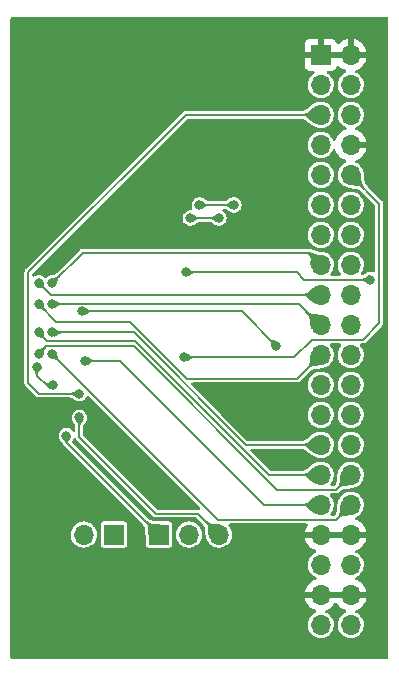
<source format=gbr>
%TF.GenerationSoftware,KiCad,Pcbnew,(6.0.9)*%
%TF.CreationDate,2022-11-21T18:53:06+08:00*%
%TF.ProjectId,Sitronix_3.97''_480x800,53697472-6f6e-4697-985f-332e39372727,rev?*%
%TF.SameCoordinates,Original*%
%TF.FileFunction,Copper,L2,Bot*%
%TF.FilePolarity,Positive*%
%FSLAX46Y46*%
G04 Gerber Fmt 4.6, Leading zero omitted, Abs format (unit mm)*
G04 Created by KiCad (PCBNEW (6.0.9)) date 2022-11-21 18:53:06*
%MOMM*%
%LPD*%
G01*
G04 APERTURE LIST*
%TA.AperFunction,ComponentPad*%
%ADD10R,1.700000X1.700000*%
%TD*%
%TA.AperFunction,ComponentPad*%
%ADD11O,1.700000X1.700000*%
%TD*%
%TA.AperFunction,ViaPad*%
%ADD12C,0.800000*%
%TD*%
%TA.AperFunction,Conductor*%
%ADD13C,0.150000*%
%TD*%
G04 APERTURE END LIST*
D10*
%TO.P,J4,1,Pin_1*%
%TO.N,/LCD_BL_A*%
X83048000Y-103886000D03*
D11*
%TO.P,J4,2,Pin_2*%
%TO.N,/LCD_BL_K*%
X80508000Y-103886000D03*
%TD*%
D10*
%TO.P,J3,1,Pin_1*%
%TO.N,/LCD_LED_Y*%
X86868000Y-103886000D03*
D11*
%TO.P,J3,2,Pin_2*%
%TO.N,/LCD_LED_R*%
X89408000Y-103886000D03*
%TO.P,J3,3,Pin_3*%
%TO.N,/LCD_LED_B*%
X91948000Y-103886000D03*
%TD*%
D10*
%TO.P,J1,1,GND*%
%TO.N,/GND*%
X100564000Y-63276000D03*
D11*
%TO.P,J1,2,GND*%
X103104000Y-63276000D03*
%TO.P,J1,3,IO4*%
%TO.N,unconnected-(J1-Pad3)*%
X100564000Y-65816000D03*
%TO.P,J1,4,IO19*%
%TO.N,unconnected-(J1-Pad4)*%
X103104000Y-65816000D03*
%TO.P,J1,5,I2C_SDA*%
%TO.N,/TP_SDA*%
X100564000Y-68356000D03*
%TO.P,J1,6,IO20*%
%TO.N,unconnected-(J1-Pad6)*%
X103104000Y-68356000D03*
%TO.P,J1,7,I2C_SCL*%
%TO.N,/TP_SCL*%
X100564000Y-70896000D03*
%TO.P,J1,8,GND*%
%TO.N,/GND*%
X103104000Y-70896000D03*
%TO.P,J1,9,LCD_DE*%
%TO.N,/LCD_DE*%
X100564000Y-73436000D03*
%TO.P,J1,10,IO0*%
%TO.N,/SPI_DC*%
X103104000Y-73436000D03*
%TO.P,J1,11,LCD_HSYNC*%
%TO.N,/LCD_HSYNC*%
X100564000Y-75976000D03*
%TO.P,J1,12,LCD_VSYNC*%
%TO.N,/LCD_VSYNC*%
X103104000Y-75976000D03*
%TO.P,J1,13,LCD_B3*%
%TO.N,/LCD_B3*%
X100564000Y-78516000D03*
%TO.P,J1,14,LCD_PCLK*%
%TO.N,/LCD_PCLK*%
X103104000Y-78516000D03*
%TO.P,J1,15,LCD_B5*%
%TO.N,/LCD_B5*%
X100564000Y-81056000D03*
%TO.P,J1,16,LCD_B4*%
%TO.N,/LCD_B4*%
X103104000Y-81056000D03*
%TO.P,J1,17,LCD_B7*%
%TO.N,/LCD_B7*%
X100564000Y-83596000D03*
%TO.P,J1,18,LCD_B6*%
%TO.N,/LCD_B6*%
X103104000Y-83596000D03*
%TO.P,J1,19,LCD_G3*%
%TO.N,/LCD_G3*%
X100564000Y-86136000D03*
%TO.P,J1,20,LCD_G2*%
%TO.N,/LCD_G2*%
X103104000Y-86136000D03*
%TO.P,J1,21,LCD_G5*%
%TO.N,/LCD_G5*%
X100564000Y-88676000D03*
%TO.P,J1,22,LCD_G4*%
%TO.N,/LCD_G4*%
X103104000Y-88676000D03*
%TO.P,J1,23,LCD_G6*%
%TO.N,/LCD_G6*%
X100564000Y-91216000D03*
%TO.P,J1,24,LCD_G7*%
%TO.N,/LCD_G7*%
X103104000Y-91216000D03*
%TO.P,J1,25,LCD_R3*%
%TO.N,/LCD_R3*%
X100564000Y-93756000D03*
%TO.P,J1,26,LCD_R4*%
%TO.N,/LCD_R4*%
X103104000Y-93756000D03*
%TO.P,J1,27,LCD_R5*%
%TO.N,/LCD_R5*%
X100564000Y-96296000D03*
%TO.P,J1,28,LCD_R6*%
%TO.N,/LCD_R6*%
X103104000Y-96296000D03*
%TO.P,J1,29,LCD_R7*%
%TO.N,/LCD_R7*%
X100564000Y-98836000D03*
%TO.P,J1,30,SPI_MOSI*%
%TO.N,/SPI_MOSI*%
X103104000Y-98836000D03*
%TO.P,J1,31,SPI_CS*%
%TO.N,/SPI_CS*%
X100564000Y-101376000D03*
%TO.P,J1,32,SPI_SCK*%
%TO.N,/SPI_SCK*%
X103104000Y-101376000D03*
%TO.P,J1,33,GND*%
%TO.N,/GND*%
X100564000Y-103916000D03*
%TO.P,J1,34,GND*%
X103104000Y-103916000D03*
%TO.P,J1,35,VCC3.3V*%
%TO.N,/VCC3.3V*%
X100564000Y-106456000D03*
%TO.P,J1,36,VCC3.3V*%
X103104000Y-106456000D03*
%TO.P,J1,37,GND*%
%TO.N,/GND*%
X100564000Y-108996000D03*
%TO.P,J1,38,GND*%
X103104000Y-108996000D03*
%TO.P,J1,39,VCC5V*%
%TO.N,/VCC5V*%
X100564000Y-111536000D03*
%TO.P,J1,40,VCC5V*%
X103104000Y-111536000D03*
%TD*%
D12*
%TO.N,/GND*%
X105410000Y-107315000D03*
X84201000Y-107569000D03*
X105410000Y-110363000D03*
X83820000Y-97028000D03*
X75692000Y-103124000D03*
X97663000Y-97663000D03*
X76835000Y-68453000D03*
X91313000Y-73660000D03*
X86995000Y-100076000D03*
X81661000Y-78105000D03*
X91313000Y-66040000D03*
X83693000Y-66040000D03*
X94996000Y-94488000D03*
X86233000Y-73660000D03*
X97155000Y-107696000D03*
X86233000Y-66040000D03*
X88773000Y-66040000D03*
X75692000Y-95504000D03*
X93853000Y-66040000D03*
X75692000Y-100584000D03*
X91821000Y-107569000D03*
X76835000Y-65913000D03*
X83820000Y-78740000D03*
X81661000Y-107569000D03*
X93599000Y-93091000D03*
X76835000Y-70993000D03*
X95631000Y-106299000D03*
X85217000Y-78740000D03*
X89281000Y-107569000D03*
X86487000Y-78740000D03*
X86741000Y-107569000D03*
X76835000Y-73533000D03*
X92329000Y-91948000D03*
X85471000Y-98552000D03*
X76835000Y-76073000D03*
X98298000Y-109601000D03*
X75692000Y-92964000D03*
X88773000Y-73660000D03*
X77343000Y-81280000D03*
X75692000Y-98044000D03*
%TO.N,/TP_SDA*%
X80137000Y-91948000D03*
%TO.N,/TP_SCL*%
X77921339Y-91262161D03*
X76581000Y-89662000D03*
%TO.N,/SPI_DC*%
X89027000Y-88876000D03*
%TO.N,/LCD_HSYNC*%
X93218000Y-75976000D03*
X90297000Y-75976000D03*
%TO.N,/LCD_PCLK*%
X89535000Y-77089000D03*
X91948000Y-77089000D03*
%TO.N,/LCD_B5*%
X77851000Y-82576000D03*
%TO.N,/LCD_B7*%
X76708000Y-82576000D03*
%TO.N,/LCD_G3*%
X77851000Y-84376000D03*
%TO.N,/LCD_G5*%
X76708000Y-84376000D03*
%TO.N,/LCD_G7*%
X80391000Y-84976000D03*
X96774000Y-87884000D03*
%TO.N,/LCD_R5*%
X77851000Y-86776000D03*
%TO.N,/LCD_R7*%
X76708000Y-86776000D03*
%TO.N,/SPI_MOSI*%
X76708000Y-88576000D03*
%TO.N,/SPI_CS*%
X80645000Y-89176000D03*
%TO.N,/SPI_SCK*%
X77851000Y-88576000D03*
%TO.N,/VCC3.3V*%
X104775000Y-82296000D03*
X89154000Y-81676000D03*
%TO.N,/LCD_LED_Y*%
X79043000Y-95504000D03*
%TO.N,/LCD_LED_B*%
X80137000Y-93976000D03*
%TD*%
D13*
%TO.N,/TP_SDA*%
X75819000Y-81661000D02*
X89124000Y-68356000D01*
X75819000Y-91059000D02*
X75819000Y-81661000D01*
X76708000Y-91948000D02*
X75819000Y-91059000D01*
X80137000Y-91948000D02*
X76708000Y-91948000D01*
X89124000Y-68356000D02*
X100564000Y-68356000D01*
%TO.N,/TP_SCL*%
X76581000Y-90424000D02*
X77419161Y-91262161D01*
X76581000Y-89662000D02*
X76581000Y-90424000D01*
X77419161Y-91262161D02*
X77921339Y-91262161D01*
%TO.N,/SPI_DC*%
X99822000Y-87376000D02*
X104140000Y-87376000D01*
X104140000Y-87376000D02*
X105537000Y-85979000D01*
X105537000Y-85979000D02*
X105537000Y-75869000D01*
X98322000Y-88876000D02*
X99822000Y-87376000D01*
X105537000Y-75869000D02*
X103104000Y-73436000D01*
X89027000Y-88876000D02*
X98322000Y-88876000D01*
%TO.N,/LCD_HSYNC*%
X90297000Y-75976000D02*
X93218000Y-75976000D01*
%TO.N,/LCD_PCLK*%
X89535000Y-77089000D02*
X91948000Y-77089000D01*
%TO.N,/LCD_B5*%
X80417000Y-80010000D02*
X99518000Y-80010000D01*
X77851000Y-82576000D02*
X80417000Y-80010000D01*
X99518000Y-80010000D02*
X100564000Y-81056000D01*
%TO.N,/LCD_B7*%
X76708000Y-82576000D02*
X77728000Y-83596000D01*
X77728000Y-83596000D02*
X100564000Y-83596000D01*
%TO.N,/LCD_G3*%
X100487000Y-86136000D02*
X100564000Y-86136000D01*
X77876000Y-84351000D02*
X98702000Y-84351000D01*
X98702000Y-84351000D02*
X100487000Y-86136000D01*
X77851000Y-84376000D02*
X77876000Y-84351000D01*
%TO.N,/LCD_G5*%
X78184000Y-85852000D02*
X84455000Y-85852000D01*
X89281000Y-90678000D02*
X98562000Y-90678000D01*
X84455000Y-85852000D02*
X89281000Y-90678000D01*
X98562000Y-90678000D02*
X100564000Y-88676000D01*
X76708000Y-84376000D02*
X78184000Y-85852000D01*
%TO.N,/LCD_G7*%
X93866000Y-84976000D02*
X96774000Y-87884000D01*
X80391000Y-84976000D02*
X93866000Y-84976000D01*
%TO.N,/LCD_R5*%
X84744000Y-86776000D02*
X94264000Y-96296000D01*
X94264000Y-96296000D02*
X100564000Y-96296000D01*
X77851000Y-86776000D02*
X84744000Y-86776000D01*
%TO.N,/LCD_R7*%
X77435000Y-87503000D02*
X84836000Y-87503000D01*
X96169000Y-98836000D02*
X100564000Y-98836000D01*
X84836000Y-87503000D02*
X96169000Y-98836000D01*
X76708000Y-86776000D02*
X77435000Y-87503000D01*
%TO.N,/SPI_MOSI*%
X76708000Y-88576000D02*
X77333000Y-87951000D01*
X77333000Y-87951000D02*
X84776000Y-87951000D01*
X101864000Y-100076000D02*
X103104000Y-98836000D01*
X84776000Y-87951000D02*
X96901000Y-100076000D01*
X96901000Y-100076000D02*
X101864000Y-100076000D01*
%TO.N,/SPI_CS*%
X83588000Y-89176000D02*
X80645000Y-89176000D01*
X100564000Y-101376000D02*
X95788000Y-101376000D01*
X95788000Y-101376000D02*
X83588000Y-89176000D01*
%TO.N,/SPI_SCK*%
X77851000Y-88611000D02*
X91856000Y-102616000D01*
X101864000Y-102616000D02*
X103104000Y-101376000D01*
X91856000Y-102616000D02*
X101864000Y-102616000D01*
X77851000Y-88576000D02*
X77851000Y-88611000D01*
%TO.N,/VCC3.3V*%
X99187000Y-82296000D02*
X104140000Y-82296000D01*
X104140000Y-82296000D02*
X104775000Y-82296000D01*
X89154000Y-81676000D02*
X98567000Y-81676000D01*
X98567000Y-81676000D02*
X99187000Y-82296000D01*
%TO.N,/LCD_LED_Y*%
X79043000Y-95504000D02*
X79043000Y-96061000D01*
X79043000Y-96061000D02*
X86868000Y-103886000D01*
%TO.N,/LCD_LED_B*%
X80137000Y-95631000D02*
X86614000Y-102108000D01*
X80137000Y-93976000D02*
X80137000Y-95631000D01*
X90170000Y-102108000D02*
X91948000Y-103886000D01*
X86614000Y-102108000D02*
X90170000Y-102108000D01*
%TD*%
%TA.AperFunction,Conductor*%
%TO.N,/LCD_LED_B*%
G36*
X80145433Y-93784769D02*
G01*
X80491081Y-94144200D01*
X80494346Y-94152539D01*
X80492943Y-94157869D01*
X80457743Y-94223063D01*
X80457255Y-94223882D01*
X80431255Y-94263676D01*
X80417768Y-94284317D01*
X80417349Y-94284915D01*
X80378351Y-94337162D01*
X80378167Y-94337403D01*
X80340705Y-94384973D01*
X80340684Y-94385001D01*
X80340667Y-94385022D01*
X80305878Y-94431367D01*
X80305764Y-94431546D01*
X80305757Y-94431556D01*
X80275164Y-94479564D01*
X80274978Y-94479856D01*
X80249054Y-94534028D01*
X80229192Y-94597418D01*
X80216479Y-94673563D01*
X80216463Y-94673900D01*
X80216462Y-94673906D01*
X80212539Y-94754866D01*
X80208716Y-94762964D01*
X80200853Y-94766000D01*
X80073146Y-94766000D01*
X80064873Y-94762573D01*
X80061460Y-94754866D01*
X80057537Y-94673906D01*
X80057536Y-94673900D01*
X80057520Y-94673563D01*
X80044807Y-94597418D01*
X80024945Y-94534028D01*
X79999021Y-94479856D01*
X79998835Y-94479564D01*
X79968242Y-94431556D01*
X79968235Y-94431546D01*
X79968121Y-94431367D01*
X79933332Y-94385022D01*
X79933315Y-94385001D01*
X79933294Y-94384973D01*
X79895832Y-94337403D01*
X79895648Y-94337162D01*
X79856650Y-94284915D01*
X79856231Y-94284317D01*
X79842744Y-94263676D01*
X79816744Y-94223882D01*
X79816256Y-94223063D01*
X79781057Y-94157869D01*
X79780142Y-94148961D01*
X79782919Y-94144200D01*
X80128567Y-93784769D01*
X80136771Y-93781181D01*
X80145433Y-93784769D01*
G37*
%TD.AperFunction*%
%TD*%
%TA.AperFunction,Conductor*%
%TO.N,/LCD_PCLK*%
G36*
X91779800Y-76734919D02*
G01*
X92070010Y-77014000D01*
X92139231Y-77080567D01*
X92142819Y-77088771D01*
X92139231Y-77097433D01*
X91897120Y-77330260D01*
X91779800Y-77443081D01*
X91771461Y-77446346D01*
X91766131Y-77444943D01*
X91762682Y-77443081D01*
X91700936Y-77409743D01*
X91700117Y-77409255D01*
X91639682Y-77369768D01*
X91639084Y-77369349D01*
X91586837Y-77330351D01*
X91586596Y-77330167D01*
X91539026Y-77292705D01*
X91538998Y-77292684D01*
X91538977Y-77292667D01*
X91538948Y-77292646D01*
X91538919Y-77292623D01*
X91492815Y-77258015D01*
X91492809Y-77258011D01*
X91492632Y-77257878D01*
X91492453Y-77257764D01*
X91492443Y-77257757D01*
X91444435Y-77227164D01*
X91444434Y-77227163D01*
X91444143Y-77226978D01*
X91443832Y-77226829D01*
X91390350Y-77201235D01*
X91390346Y-77201233D01*
X91389971Y-77201054D01*
X91326581Y-77181192D01*
X91326186Y-77181126D01*
X91250774Y-77168535D01*
X91250767Y-77168534D01*
X91250436Y-77168479D01*
X91250099Y-77168463D01*
X91250093Y-77168462D01*
X91169134Y-77164539D01*
X91161036Y-77160716D01*
X91158000Y-77152853D01*
X91158000Y-77025146D01*
X91161427Y-77016873D01*
X91169133Y-77013460D01*
X91209815Y-77011489D01*
X91250093Y-77009537D01*
X91250099Y-77009536D01*
X91250436Y-77009520D01*
X91250767Y-77009465D01*
X91250774Y-77009464D01*
X91326186Y-76996873D01*
X91326187Y-76996873D01*
X91326581Y-76996807D01*
X91389971Y-76976945D01*
X91390346Y-76976766D01*
X91390350Y-76976764D01*
X91443832Y-76951170D01*
X91443834Y-76951169D01*
X91444143Y-76951021D01*
X91444435Y-76950835D01*
X91492443Y-76920242D01*
X91492453Y-76920235D01*
X91492632Y-76920121D01*
X91492815Y-76919984D01*
X91538919Y-76885376D01*
X91538948Y-76885353D01*
X91538977Y-76885332D01*
X91538998Y-76885315D01*
X91539026Y-76885294D01*
X91586596Y-76847832D01*
X91586837Y-76847648D01*
X91639084Y-76808650D01*
X91639682Y-76808231D01*
X91660323Y-76794744D01*
X91700116Y-76768744D01*
X91700948Y-76768250D01*
X91766132Y-76733057D01*
X91775039Y-76732142D01*
X91779800Y-76734919D01*
G37*
%TD.AperFunction*%
%TD*%
%TA.AperFunction,Conductor*%
%TO.N,/SPI_DC*%
G36*
X103222775Y-73143677D02*
G01*
X103898296Y-73156882D01*
X103906499Y-73160470D01*
X103909309Y-73165344D01*
X103946600Y-73295016D01*
X103957860Y-73334173D01*
X103958139Y-73335377D01*
X103986124Y-73494246D01*
X103986253Y-73495214D01*
X103999479Y-73640349D01*
X103999514Y-73640854D01*
X104005962Y-73776092D01*
X104013640Y-73904898D01*
X104030585Y-74030714D01*
X104064847Y-74157234D01*
X104124477Y-74288154D01*
X104217525Y-74427169D01*
X104217797Y-74427474D01*
X104344686Y-74569729D01*
X104347636Y-74578184D01*
X104344228Y-74585790D01*
X104253790Y-74676228D01*
X104245517Y-74679655D01*
X104237729Y-74676686D01*
X104095474Y-74549797D01*
X104095169Y-74549525D01*
X103956154Y-74456477D01*
X103825234Y-74396847D01*
X103824774Y-74396722D01*
X103824770Y-74396721D01*
X103699091Y-74362687D01*
X103699090Y-74362687D01*
X103698714Y-74362585D01*
X103572898Y-74345640D01*
X103572683Y-74345627D01*
X103572681Y-74345627D01*
X103444116Y-74337963D01*
X103444092Y-74337962D01*
X103439617Y-74337749D01*
X103308854Y-74331514D01*
X103308349Y-74331479D01*
X103163214Y-74318253D01*
X103162246Y-74318124D01*
X103003377Y-74290139D01*
X103002173Y-74289860D01*
X102963016Y-74278600D01*
X102833345Y-74241309D01*
X102826343Y-74235730D01*
X102824882Y-74230295D01*
X102823463Y-74157667D01*
X102803902Y-73157051D01*
X102803718Y-73147645D01*
X102806983Y-73139306D01*
X102815645Y-73135718D01*
X103222775Y-73143677D01*
G37*
%TD.AperFunction*%
%TD*%
%TA.AperFunction,Conductor*%
%TO.N,/LCD_HSYNC*%
G36*
X93049800Y-75621919D02*
G01*
X93340010Y-75901000D01*
X93409231Y-75967567D01*
X93412819Y-75975771D01*
X93409231Y-75984433D01*
X93167120Y-76217260D01*
X93049800Y-76330081D01*
X93041461Y-76333346D01*
X93036131Y-76331943D01*
X93032682Y-76330081D01*
X92970936Y-76296743D01*
X92970117Y-76296255D01*
X92909682Y-76256768D01*
X92909084Y-76256349D01*
X92856837Y-76217351D01*
X92856596Y-76217167D01*
X92809026Y-76179705D01*
X92808998Y-76179684D01*
X92808977Y-76179667D01*
X92808948Y-76179646D01*
X92808919Y-76179623D01*
X92762815Y-76145015D01*
X92762809Y-76145011D01*
X92762632Y-76144878D01*
X92762453Y-76144764D01*
X92762443Y-76144757D01*
X92714435Y-76114164D01*
X92714434Y-76114163D01*
X92714143Y-76113978D01*
X92713832Y-76113829D01*
X92660350Y-76088235D01*
X92660346Y-76088233D01*
X92659971Y-76088054D01*
X92596581Y-76068192D01*
X92596186Y-76068126D01*
X92520774Y-76055535D01*
X92520767Y-76055534D01*
X92520436Y-76055479D01*
X92520099Y-76055463D01*
X92520093Y-76055462D01*
X92439134Y-76051539D01*
X92431036Y-76047716D01*
X92428000Y-76039853D01*
X92428000Y-75912146D01*
X92431427Y-75903873D01*
X92439133Y-75900460D01*
X92479815Y-75898489D01*
X92520093Y-75896537D01*
X92520099Y-75896536D01*
X92520436Y-75896520D01*
X92520767Y-75896465D01*
X92520774Y-75896464D01*
X92596186Y-75883873D01*
X92596187Y-75883873D01*
X92596581Y-75883807D01*
X92659971Y-75863945D01*
X92660346Y-75863766D01*
X92660350Y-75863764D01*
X92713832Y-75838170D01*
X92713834Y-75838169D01*
X92714143Y-75838021D01*
X92714435Y-75837835D01*
X92762443Y-75807242D01*
X92762453Y-75807235D01*
X92762632Y-75807121D01*
X92762815Y-75806984D01*
X92808919Y-75772376D01*
X92808948Y-75772353D01*
X92808977Y-75772332D01*
X92808998Y-75772315D01*
X92809026Y-75772294D01*
X92856596Y-75734832D01*
X92856837Y-75734648D01*
X92909084Y-75695650D01*
X92909682Y-75695231D01*
X92930323Y-75681744D01*
X92970116Y-75655744D01*
X92970948Y-75655250D01*
X93036132Y-75620057D01*
X93045039Y-75619142D01*
X93049800Y-75621919D01*
G37*
%TD.AperFunction*%
%TD*%
%TA.AperFunction,Conductor*%
%TO.N,/LCD_PCLK*%
G36*
X89716869Y-76733057D02*
G01*
X89782063Y-76768256D01*
X89782882Y-76768744D01*
X89822676Y-76794744D01*
X89843317Y-76808231D01*
X89843915Y-76808650D01*
X89896162Y-76847648D01*
X89896403Y-76847832D01*
X89943973Y-76885294D01*
X89944001Y-76885315D01*
X89944022Y-76885332D01*
X89944051Y-76885353D01*
X89944080Y-76885376D01*
X89990184Y-76919984D01*
X89990367Y-76920121D01*
X89990546Y-76920235D01*
X89990556Y-76920242D01*
X90038564Y-76950835D01*
X90038856Y-76951021D01*
X90039165Y-76951169D01*
X90039167Y-76951170D01*
X90092649Y-76976764D01*
X90092653Y-76976766D01*
X90093028Y-76976945D01*
X90156418Y-76996807D01*
X90156812Y-76996873D01*
X90156813Y-76996873D01*
X90232225Y-77009464D01*
X90232232Y-77009465D01*
X90232563Y-77009520D01*
X90232900Y-77009536D01*
X90232906Y-77009537D01*
X90272886Y-77011474D01*
X90313867Y-77013460D01*
X90321964Y-77017283D01*
X90325000Y-77025146D01*
X90325000Y-77152853D01*
X90321573Y-77161126D01*
X90313866Y-77164539D01*
X90232906Y-77168462D01*
X90232900Y-77168463D01*
X90232563Y-77168479D01*
X90232232Y-77168534D01*
X90232225Y-77168535D01*
X90156813Y-77181126D01*
X90156418Y-77181192D01*
X90093028Y-77201054D01*
X90092653Y-77201233D01*
X90092649Y-77201235D01*
X90039167Y-77226829D01*
X90038856Y-77226978D01*
X90038565Y-77227163D01*
X90038564Y-77227164D01*
X89990556Y-77257757D01*
X89990546Y-77257764D01*
X89990367Y-77257878D01*
X89990190Y-77258011D01*
X89990184Y-77258015D01*
X89944080Y-77292623D01*
X89944051Y-77292646D01*
X89944022Y-77292667D01*
X89944001Y-77292684D01*
X89943973Y-77292705D01*
X89896403Y-77330167D01*
X89896162Y-77330351D01*
X89843915Y-77369349D01*
X89843317Y-77369768D01*
X89782882Y-77409255D01*
X89782063Y-77409743D01*
X89716869Y-77444943D01*
X89707961Y-77445858D01*
X89703200Y-77443081D01*
X89585880Y-77330260D01*
X89343769Y-77097433D01*
X89340181Y-77089229D01*
X89343769Y-77080567D01*
X89412991Y-77014000D01*
X89703200Y-76734919D01*
X89711539Y-76731654D01*
X89716869Y-76733057D01*
G37*
%TD.AperFunction*%
%TD*%
%TA.AperFunction,Conductor*%
%TO.N,/LCD_LED_Y*%
G36*
X85734271Y-102645314D02*
G01*
X85876830Y-102772474D01*
X86015845Y-102865522D01*
X86146765Y-102925152D01*
X86147225Y-102925277D01*
X86147229Y-102925278D01*
X86272908Y-102959312D01*
X86273285Y-102959414D01*
X86399101Y-102976359D01*
X86399316Y-102976372D01*
X86399318Y-102976372D01*
X86527883Y-102984036D01*
X86527907Y-102984037D01*
X86527970Y-102984040D01*
X86663145Y-102990485D01*
X86663650Y-102990520D01*
X86808785Y-103003746D01*
X86809753Y-103003875D01*
X86968621Y-103031860D01*
X86969825Y-103032139D01*
X87048476Y-103054757D01*
X87138655Y-103080691D01*
X87145657Y-103086270D01*
X87147118Y-103091704D01*
X87158650Y-103681650D01*
X87168282Y-104174355D01*
X87165017Y-104182694D01*
X87156355Y-104186282D01*
X86749225Y-104178323D01*
X86073704Y-104165118D01*
X86065501Y-104161530D01*
X86062691Y-104156656D01*
X86014139Y-103987825D01*
X86013860Y-103986621D01*
X85985875Y-103827753D01*
X85985746Y-103826785D01*
X85972520Y-103681650D01*
X85972485Y-103681145D01*
X85966040Y-103545970D01*
X85966037Y-103545907D01*
X85958359Y-103417101D01*
X85941414Y-103291285D01*
X85907152Y-103164765D01*
X85847522Y-103033845D01*
X85754474Y-102894830D01*
X85627314Y-102752271D01*
X85624364Y-102743816D01*
X85627772Y-102736210D01*
X85718210Y-102645772D01*
X85726483Y-102642345D01*
X85734271Y-102645314D01*
G37*
%TD.AperFunction*%
%TD*%
%TA.AperFunction,Conductor*%
%TO.N,/LCD_G7*%
G36*
X96276674Y-87279845D02*
G01*
X96336949Y-87334549D01*
X96337221Y-87334743D01*
X96399459Y-87379171D01*
X96399465Y-87379174D01*
X96399782Y-87379401D01*
X96458649Y-87410180D01*
X96496758Y-87423620D01*
X96514947Y-87430035D01*
X96514950Y-87430036D01*
X96515285Y-87430154D01*
X96537133Y-87434995D01*
X96571194Y-87442542D01*
X96571207Y-87442544D01*
X96571422Y-87442592D01*
X96571655Y-87442625D01*
X96571654Y-87442625D01*
X96628728Y-87450754D01*
X96628735Y-87450755D01*
X96628792Y-87450763D01*
X96688995Y-87457920D01*
X96689227Y-87457950D01*
X96753820Y-87467329D01*
X96754520Y-87467453D01*
X96786695Y-87474198D01*
X96825161Y-87482263D01*
X96826109Y-87482504D01*
X96856354Y-87491540D01*
X96897089Y-87503710D01*
X96904034Y-87509360D01*
X96905437Y-87514690D01*
X96915183Y-88013256D01*
X96911918Y-88021595D01*
X96903256Y-88025183D01*
X96609300Y-88019437D01*
X96404690Y-88015437D01*
X96396486Y-88011849D01*
X96393710Y-88007090D01*
X96372504Y-87936109D01*
X96372263Y-87935161D01*
X96357455Y-87864530D01*
X96357327Y-87863810D01*
X96347954Y-87799256D01*
X96347915Y-87798956D01*
X96340771Y-87738862D01*
X96340763Y-87738792D01*
X96332592Y-87681422D01*
X96332544Y-87681207D01*
X96332542Y-87681194D01*
X96320231Y-87625634D01*
X96320154Y-87625285D01*
X96300180Y-87568649D01*
X96269401Y-87509782D01*
X96269174Y-87509465D01*
X96269171Y-87509459D01*
X96227277Y-87450771D01*
X96224549Y-87446949D01*
X96169845Y-87386674D01*
X96166823Y-87378245D01*
X96170236Y-87370538D01*
X96260538Y-87280236D01*
X96268811Y-87276809D01*
X96276674Y-87279845D01*
G37*
%TD.AperFunction*%
%TD*%
%TA.AperFunction,Conductor*%
%TO.N,/TP_SCL*%
G36*
X76589196Y-89471157D02*
G01*
X76591714Y-89473141D01*
X76934726Y-89829830D01*
X76937990Y-89838168D01*
X76936259Y-89844067D01*
X76898512Y-89905464D01*
X76897420Y-89906960D01*
X76844895Y-89968100D01*
X76844114Y-89968925D01*
X76785841Y-90024752D01*
X76785499Y-90025066D01*
X76750732Y-90055821D01*
X76726708Y-90077073D01*
X76672789Y-90126758D01*
X76629123Y-90175670D01*
X76600905Y-90225522D01*
X76593332Y-90278026D01*
X76611599Y-90334893D01*
X76612236Y-90335707D01*
X76612237Y-90335708D01*
X76654512Y-90389679D01*
X76656916Y-90398305D01*
X76653574Y-90405167D01*
X76563725Y-90495016D01*
X76555452Y-90498443D01*
X76546609Y-90494404D01*
X76528725Y-90473762D01*
X76500560Y-90441253D01*
X76499456Y-90439747D01*
X76463440Y-90381373D01*
X76462568Y-90379657D01*
X76439833Y-90324028D01*
X76439326Y-90322492D01*
X76436146Y-90310016D01*
X76425576Y-90268552D01*
X76425376Y-90267602D01*
X76416473Y-90214415D01*
X76416450Y-90214273D01*
X76408291Y-90161563D01*
X76408264Y-90161386D01*
X76396604Y-90108602D01*
X76377212Y-90055343D01*
X76345819Y-90000969D01*
X76345476Y-90000565D01*
X76303530Y-89951168D01*
X76300787Y-89942644D01*
X76302353Y-89937681D01*
X76573187Y-89475338D01*
X76580325Y-89469932D01*
X76589196Y-89471157D01*
G37*
%TD.AperFunction*%
%TD*%
%TA.AperFunction,Conductor*%
%TO.N,/TP_SCL*%
G36*
X77753139Y-90908080D02*
G01*
X78077172Y-91219687D01*
X78110197Y-91251446D01*
X78113785Y-91259650D01*
X78110520Y-91267989D01*
X78108001Y-91269974D01*
X77646210Y-91540485D01*
X77637339Y-91541710D01*
X77632111Y-91538751D01*
X77582007Y-91489703D01*
X77581998Y-91489695D01*
X77581971Y-91489668D01*
X77532638Y-91443570D01*
X77488487Y-91404185D01*
X77447505Y-91368992D01*
X77407682Y-91335468D01*
X77407665Y-91335453D01*
X77367096Y-91301167D01*
X77366983Y-91301071D01*
X77323533Y-91263397D01*
X77323364Y-91263247D01*
X77275125Y-91219757D01*
X77274939Y-91219585D01*
X77219836Y-91167704D01*
X77219661Y-91167536D01*
X77163966Y-91112875D01*
X77160462Y-91104635D01*
X77163888Y-91096252D01*
X77254047Y-91006093D01*
X77262320Y-91002666D01*
X77269810Y-91005378D01*
X77312436Y-91040906D01*
X77360519Y-91064777D01*
X77361355Y-91064921D01*
X77361357Y-91064922D01*
X77405857Y-91072607D01*
X77405861Y-91072607D01*
X77406694Y-91072751D01*
X77407534Y-91072652D01*
X77407538Y-91072652D01*
X77439826Y-91068844D01*
X77451798Y-91067432D01*
X77452421Y-91067210D01*
X77452424Y-91067209D01*
X77496282Y-91051564D01*
X77496288Y-91051561D01*
X77496673Y-91051424D01*
X77542157Y-91027330D01*
X77589091Y-90997753D01*
X77638195Y-90965375D01*
X77638428Y-90965226D01*
X77690350Y-90932762D01*
X77690988Y-90932390D01*
X77739471Y-90906217D01*
X77748379Y-90905303D01*
X77753139Y-90908080D01*
G37*
%TD.AperFunction*%
%TD*%
%TA.AperFunction,Conductor*%
%TO.N,/SPI_CS*%
G36*
X80826869Y-88820057D02*
G01*
X80892063Y-88855256D01*
X80892882Y-88855744D01*
X80932676Y-88881744D01*
X80953317Y-88895231D01*
X80953915Y-88895650D01*
X81006162Y-88934648D01*
X81006403Y-88934832D01*
X81053973Y-88972294D01*
X81054001Y-88972315D01*
X81054022Y-88972332D01*
X81054051Y-88972353D01*
X81054080Y-88972376D01*
X81100184Y-89006984D01*
X81100367Y-89007121D01*
X81100546Y-89007235D01*
X81100556Y-89007242D01*
X81148564Y-89037835D01*
X81148856Y-89038021D01*
X81149165Y-89038169D01*
X81149167Y-89038170D01*
X81202649Y-89063764D01*
X81202653Y-89063766D01*
X81203028Y-89063945D01*
X81266418Y-89083807D01*
X81266812Y-89083873D01*
X81266813Y-89083873D01*
X81342225Y-89096464D01*
X81342232Y-89096465D01*
X81342563Y-89096520D01*
X81342900Y-89096536D01*
X81342906Y-89096537D01*
X81382886Y-89098474D01*
X81423867Y-89100460D01*
X81431964Y-89104283D01*
X81435000Y-89112146D01*
X81435000Y-89239853D01*
X81431573Y-89248126D01*
X81423866Y-89251539D01*
X81342906Y-89255462D01*
X81342900Y-89255463D01*
X81342563Y-89255479D01*
X81342232Y-89255534D01*
X81342225Y-89255535D01*
X81266813Y-89268126D01*
X81266418Y-89268192D01*
X81203028Y-89288054D01*
X81202653Y-89288233D01*
X81202649Y-89288235D01*
X81149167Y-89313829D01*
X81148856Y-89313978D01*
X81148565Y-89314163D01*
X81148564Y-89314164D01*
X81100556Y-89344757D01*
X81100546Y-89344764D01*
X81100367Y-89344878D01*
X81100190Y-89345011D01*
X81100184Y-89345015D01*
X81054080Y-89379623D01*
X81054051Y-89379646D01*
X81054022Y-89379667D01*
X81054001Y-89379684D01*
X81053973Y-89379705D01*
X81006403Y-89417167D01*
X81006162Y-89417351D01*
X80953915Y-89456349D01*
X80953317Y-89456768D01*
X80892882Y-89496255D01*
X80892063Y-89496743D01*
X80826869Y-89531943D01*
X80817961Y-89532858D01*
X80813200Y-89530081D01*
X80695880Y-89417260D01*
X80453769Y-89184433D01*
X80450181Y-89176229D01*
X80453769Y-89167567D01*
X80522991Y-89101000D01*
X80813200Y-88821919D01*
X80821539Y-88818654D01*
X80826869Y-88820057D01*
G37*
%TD.AperFunction*%
%TD*%
%TA.AperFunction,Conductor*%
%TO.N,/LCD_B5*%
G36*
X99412604Y-79939936D02*
G01*
X99473994Y-79942564D01*
X99475109Y-79942665D01*
X99498433Y-79945915D01*
X99621801Y-79963106D01*
X99622926Y-79963320D01*
X99703837Y-79982941D01*
X99747028Y-79993415D01*
X99748008Y-79993698D01*
X99856576Y-80030288D01*
X99857180Y-80030510D01*
X99957273Y-80070500D01*
X100055530Y-80110608D01*
X100158493Y-80147463D01*
X100158725Y-80147524D01*
X100158733Y-80147527D01*
X100272694Y-80177735D01*
X100272701Y-80177736D01*
X100273001Y-80177816D01*
X100405890Y-80198412D01*
X100536276Y-80204669D01*
X100555414Y-80205588D01*
X100563513Y-80209408D01*
X100566172Y-80214317D01*
X100680685Y-80652720D01*
X100860613Y-81341563D01*
X100859388Y-81350434D01*
X100852250Y-81355840D01*
X100849065Y-81356218D01*
X100584704Y-81351050D01*
X99770051Y-81335124D01*
X99761847Y-81331536D01*
X99758922Y-81326233D01*
X99718964Y-81164550D01*
X99718676Y-81162862D01*
X99702093Y-80990201D01*
X99702039Y-80989154D01*
X99700989Y-80817908D01*
X99700994Y-80817505D01*
X99705657Y-80652809D01*
X99705658Y-80652774D01*
X99706112Y-80499738D01*
X99692410Y-80363520D01*
X99654614Y-80249029D01*
X99596431Y-80177864D01*
X99583590Y-80162158D01*
X99583589Y-80162157D01*
X99582785Y-80161174D01*
X99581642Y-80160618D01*
X99467865Y-80105290D01*
X99467863Y-80105289D01*
X99466982Y-80104861D01*
X99307608Y-80086210D01*
X99299789Y-80081844D01*
X99297268Y-80074589D01*
X99297268Y-79947211D01*
X99300695Y-79938938D01*
X99309468Y-79935522D01*
X99412604Y-79939936D01*
G37*
%TD.AperFunction*%
%TD*%
%TA.AperFunction,Conductor*%
%TO.N,/SPI_MOSI*%
G36*
X77221462Y-87972236D02*
G01*
X77311764Y-88062538D01*
X77315191Y-88070811D01*
X77312155Y-88078674D01*
X77257450Y-88138949D01*
X77254722Y-88142771D01*
X77212828Y-88201459D01*
X77212825Y-88201465D01*
X77212598Y-88201782D01*
X77181819Y-88260649D01*
X77161845Y-88317285D01*
X77161768Y-88317634D01*
X77149457Y-88373194D01*
X77149455Y-88373207D01*
X77149407Y-88373422D01*
X77141236Y-88430792D01*
X77141228Y-88430862D01*
X77134084Y-88490956D01*
X77134045Y-88491256D01*
X77124672Y-88555810D01*
X77124544Y-88556530D01*
X77109736Y-88627161D01*
X77109495Y-88628109D01*
X77088290Y-88699088D01*
X77082639Y-88706034D01*
X77077309Y-88707437D01*
X76891689Y-88711066D01*
X76578744Y-88717183D01*
X76570405Y-88713918D01*
X76566817Y-88705256D01*
X76576563Y-88206690D01*
X76580151Y-88198486D01*
X76584910Y-88195710D01*
X76624666Y-88183832D01*
X76655890Y-88174504D01*
X76656838Y-88174263D01*
X76695304Y-88166198D01*
X76727479Y-88159453D01*
X76728179Y-88159329D01*
X76792772Y-88149950D01*
X76793004Y-88149920D01*
X76853207Y-88142763D01*
X76853264Y-88142755D01*
X76853271Y-88142754D01*
X76910345Y-88134625D01*
X76910344Y-88134625D01*
X76910577Y-88134592D01*
X76910792Y-88134544D01*
X76910805Y-88134542D01*
X76944866Y-88126995D01*
X76966714Y-88122154D01*
X76967049Y-88122036D01*
X76967052Y-88122035D01*
X76985241Y-88115620D01*
X77023350Y-88102180D01*
X77082217Y-88071401D01*
X77082534Y-88071174D01*
X77082540Y-88071171D01*
X77144778Y-88026743D01*
X77145050Y-88026549D01*
X77205326Y-87971845D01*
X77213755Y-87968823D01*
X77221462Y-87972236D01*
G37*
%TD.AperFunction*%
%TD*%
%TA.AperFunction,Conductor*%
%TO.N,/SPI_SCK*%
G36*
X103400694Y-101078983D02*
G01*
X103404282Y-101087645D01*
X103404098Y-101097051D01*
X103384538Y-102097667D01*
X103383118Y-102170295D01*
X103379530Y-102178499D01*
X103374656Y-102181309D01*
X103244437Y-102218757D01*
X103205826Y-102229860D01*
X103204622Y-102230139D01*
X103045753Y-102258124D01*
X103044785Y-102258253D01*
X102899650Y-102271479D01*
X102899145Y-102271514D01*
X102768382Y-102277749D01*
X102763907Y-102277962D01*
X102763883Y-102277963D01*
X102635318Y-102285627D01*
X102635316Y-102285627D01*
X102635101Y-102285640D01*
X102509285Y-102302585D01*
X102508909Y-102302687D01*
X102508908Y-102302687D01*
X102383229Y-102336721D01*
X102383225Y-102336722D01*
X102382765Y-102336847D01*
X102251845Y-102396477D01*
X102112830Y-102489525D01*
X102112525Y-102489797D01*
X101970271Y-102616686D01*
X101961816Y-102619636D01*
X101954210Y-102616228D01*
X101863772Y-102525790D01*
X101860345Y-102517517D01*
X101863314Y-102509729D01*
X101881336Y-102489525D01*
X101990474Y-102367169D01*
X102083522Y-102228154D01*
X102143152Y-102097234D01*
X102177414Y-101970714D01*
X102194359Y-101844898D01*
X102202037Y-101716092D01*
X102208485Y-101580854D01*
X102208520Y-101580349D01*
X102221746Y-101435214D01*
X102221875Y-101434246D01*
X102249860Y-101275378D01*
X102250139Y-101274174D01*
X102273049Y-101194510D01*
X102298691Y-101105345D01*
X102304270Y-101098343D01*
X102309704Y-101096882D01*
X102985225Y-101083677D01*
X103392355Y-101075718D01*
X103400694Y-101078983D01*
G37*
%TD.AperFunction*%
%TD*%
%TA.AperFunction,Conductor*%
%TO.N,/LCD_G3*%
G36*
X99381555Y-84923596D02*
G01*
X99522544Y-85049323D01*
X99660158Y-85141130D01*
X99789888Y-85199392D01*
X99790360Y-85199514D01*
X99790366Y-85199516D01*
X99874136Y-85221155D01*
X99915474Y-85231833D01*
X99915867Y-85231878D01*
X99915872Y-85231879D01*
X99993504Y-85240777D01*
X100040655Y-85246182D01*
X100169168Y-85250164D01*
X100244103Y-85250906D01*
X100304533Y-85251504D01*
X100304930Y-85251514D01*
X100450714Y-85257916D01*
X100451590Y-85257988D01*
X100611511Y-85277109D01*
X100612657Y-85277304D01*
X100688006Y-85294029D01*
X100782915Y-85315096D01*
X100790248Y-85320233D01*
X100792038Y-85325543D01*
X100813494Y-85582876D01*
X100882012Y-86404676D01*
X100879284Y-86413205D01*
X100870868Y-86417337D01*
X100370711Y-86439403D01*
X99789060Y-86465065D01*
X99780645Y-86462006D01*
X99777531Y-86457323D01*
X99716688Y-86287517D01*
X99716329Y-86286319D01*
X99677693Y-86126473D01*
X99677497Y-86125468D01*
X99655439Y-85979177D01*
X99655367Y-85978606D01*
X99641590Y-85841889D01*
X99627835Y-85711452D01*
X99627834Y-85711447D01*
X99627813Y-85711245D01*
X99605718Y-85583211D01*
X99566959Y-85454044D01*
X99566769Y-85453644D01*
X99566766Y-85453637D01*
X99503387Y-85320411D01*
X99503384Y-85320406D01*
X99503191Y-85320000D01*
X99406067Y-85177336D01*
X99274627Y-85030555D01*
X99271662Y-85022108D01*
X99275071Y-85014479D01*
X99365495Y-84924055D01*
X99373768Y-84920628D01*
X99381555Y-84923596D01*
G37*
%TD.AperFunction*%
%TD*%
%TA.AperFunction,Conductor*%
%TO.N,/LCD_B7*%
G36*
X76891689Y-82440934D02*
G01*
X77077309Y-82444563D01*
X77085513Y-82448151D01*
X77088290Y-82452912D01*
X77109495Y-82523890D01*
X77109736Y-82524838D01*
X77124544Y-82595469D01*
X77124672Y-82596189D01*
X77134045Y-82660743D01*
X77134079Y-82661004D01*
X77141236Y-82721207D01*
X77149407Y-82778577D01*
X77149455Y-82778792D01*
X77149457Y-82778805D01*
X77157004Y-82812866D01*
X77161845Y-82834714D01*
X77181819Y-82891350D01*
X77212598Y-82950217D01*
X77212825Y-82950534D01*
X77212828Y-82950540D01*
X77212899Y-82950639D01*
X77257450Y-83013050D01*
X77257676Y-83013299D01*
X77312155Y-83073326D01*
X77315177Y-83081755D01*
X77311764Y-83089462D01*
X77221462Y-83179764D01*
X77213189Y-83183191D01*
X77205326Y-83180155D01*
X77145299Y-83125676D01*
X77145050Y-83125450D01*
X77094635Y-83089462D01*
X77082540Y-83080828D01*
X77082534Y-83080825D01*
X77082217Y-83080598D01*
X77023350Y-83049819D01*
X76985241Y-83036379D01*
X76967052Y-83029964D01*
X76967049Y-83029963D01*
X76966714Y-83029845D01*
X76944866Y-83025004D01*
X76910805Y-83017457D01*
X76910792Y-83017455D01*
X76910577Y-83017407D01*
X76878076Y-83012778D01*
X76853271Y-83009245D01*
X76853264Y-83009244D01*
X76853207Y-83009236D01*
X76793004Y-83002079D01*
X76792772Y-83002049D01*
X76728179Y-82992670D01*
X76727479Y-82992546D01*
X76695304Y-82985801D01*
X76656838Y-82977736D01*
X76655890Y-82977495D01*
X76584912Y-82956290D01*
X76577966Y-82950639D01*
X76576563Y-82945309D01*
X76566817Y-82446744D01*
X76570082Y-82438405D01*
X76578744Y-82434817D01*
X76891689Y-82440934D01*
G37*
%TD.AperFunction*%
%TD*%
%TA.AperFunction,Conductor*%
%TO.N,/TP_SDA*%
G36*
X100199715Y-67596983D02*
G01*
X100480976Y-67867458D01*
X100865328Y-68237070D01*
X100980231Y-68347567D01*
X100983819Y-68355771D01*
X100980231Y-68364433D01*
X100865232Y-68475022D01*
X100199715Y-69115017D01*
X100191376Y-69118282D01*
X100185941Y-69116821D01*
X100032228Y-69031771D01*
X100031180Y-69031117D01*
X99899060Y-68938572D01*
X99898284Y-68937979D01*
X99786309Y-68844708D01*
X99785927Y-68844376D01*
X99685768Y-68753333D01*
X99685700Y-68753273D01*
X99589379Y-68667789D01*
X99589224Y-68667651D01*
X99589067Y-68667531D01*
X99589057Y-68667523D01*
X99488587Y-68590904D01*
X99488583Y-68590901D01*
X99488277Y-68590668D01*
X99374587Y-68525432D01*
X99374147Y-68525267D01*
X99374142Y-68525265D01*
X99240297Y-68475190D01*
X99240293Y-68475189D01*
X99239847Y-68475022D01*
X99172837Y-68461749D01*
X99076154Y-68442597D01*
X99076148Y-68442596D01*
X99075753Y-68442518D01*
X98885033Y-68431630D01*
X98876969Y-68427737D01*
X98874000Y-68419949D01*
X98874000Y-68292051D01*
X98877427Y-68283778D01*
X98885033Y-68280370D01*
X99075753Y-68269481D01*
X99076148Y-68269403D01*
X99076154Y-68269402D01*
X99172837Y-68250250D01*
X99239847Y-68236977D01*
X99240293Y-68236810D01*
X99240297Y-68236809D01*
X99374142Y-68186734D01*
X99374147Y-68186732D01*
X99374587Y-68186567D01*
X99488277Y-68121331D01*
X99488583Y-68121098D01*
X99488587Y-68121095D01*
X99589057Y-68044476D01*
X99589067Y-68044468D01*
X99589224Y-68044348D01*
X99685733Y-67958697D01*
X99685737Y-67958693D01*
X99685768Y-67958666D01*
X99785927Y-67867623D01*
X99786309Y-67867291D01*
X99898284Y-67774020D01*
X99899060Y-67773427D01*
X100031180Y-67680882D01*
X100032228Y-67680228D01*
X100185941Y-67595179D01*
X100194839Y-67594172D01*
X100199715Y-67596983D01*
G37*
%TD.AperFunction*%
%TD*%
%TA.AperFunction,Conductor*%
%TO.N,/TP_SDA*%
G36*
X79968800Y-91593919D02*
G01*
X80259010Y-91873000D01*
X80328231Y-91939567D01*
X80331819Y-91947771D01*
X80328231Y-91956433D01*
X80086120Y-92189260D01*
X79968800Y-92302081D01*
X79960461Y-92305346D01*
X79955131Y-92303943D01*
X79951682Y-92302081D01*
X79889936Y-92268743D01*
X79889117Y-92268255D01*
X79828682Y-92228768D01*
X79828084Y-92228349D01*
X79775837Y-92189351D01*
X79775596Y-92189167D01*
X79728026Y-92151705D01*
X79727998Y-92151684D01*
X79727977Y-92151667D01*
X79727948Y-92151646D01*
X79727919Y-92151623D01*
X79681815Y-92117015D01*
X79681809Y-92117011D01*
X79681632Y-92116878D01*
X79681453Y-92116764D01*
X79681443Y-92116757D01*
X79633435Y-92086164D01*
X79633434Y-92086163D01*
X79633143Y-92085978D01*
X79632832Y-92085829D01*
X79579350Y-92060235D01*
X79579346Y-92060233D01*
X79578971Y-92060054D01*
X79515581Y-92040192D01*
X79515186Y-92040126D01*
X79439774Y-92027535D01*
X79439767Y-92027534D01*
X79439436Y-92027479D01*
X79439099Y-92027463D01*
X79439093Y-92027462D01*
X79358134Y-92023539D01*
X79350036Y-92019716D01*
X79347000Y-92011853D01*
X79347000Y-91884146D01*
X79350427Y-91875873D01*
X79358133Y-91872460D01*
X79398815Y-91870489D01*
X79439093Y-91868537D01*
X79439099Y-91868536D01*
X79439436Y-91868520D01*
X79439767Y-91868465D01*
X79439774Y-91868464D01*
X79515186Y-91855873D01*
X79515187Y-91855873D01*
X79515581Y-91855807D01*
X79578971Y-91835945D01*
X79579346Y-91835766D01*
X79579350Y-91835764D01*
X79632832Y-91810170D01*
X79632834Y-91810169D01*
X79633143Y-91810021D01*
X79633435Y-91809835D01*
X79681443Y-91779242D01*
X79681453Y-91779235D01*
X79681632Y-91779121D01*
X79681815Y-91778984D01*
X79727919Y-91744376D01*
X79727948Y-91744353D01*
X79727977Y-91744332D01*
X79727998Y-91744315D01*
X79728026Y-91744294D01*
X79775596Y-91706832D01*
X79775837Y-91706648D01*
X79828084Y-91667650D01*
X79828682Y-91667231D01*
X79849323Y-91653744D01*
X79889116Y-91627744D01*
X79889948Y-91627250D01*
X79955132Y-91592057D01*
X79964039Y-91591142D01*
X79968800Y-91593919D01*
G37*
%TD.AperFunction*%
%TD*%
%TA.AperFunction,Conductor*%
%TO.N,/LCD_G3*%
G36*
X78010585Y-84009511D02*
G01*
X78080818Y-84041887D01*
X78081676Y-84042326D01*
X78146604Y-84079012D01*
X78147242Y-84079399D01*
X78203428Y-84116061D01*
X78203717Y-84116256D01*
X78254832Y-84151823D01*
X78304249Y-84184977D01*
X78304257Y-84184982D01*
X78304412Y-84185086D01*
X78304561Y-84185172D01*
X78304574Y-84185180D01*
X78355717Y-84214660D01*
X78355993Y-84214819D01*
X78356284Y-84214946D01*
X78356289Y-84214949D01*
X78412913Y-84239750D01*
X78413258Y-84239901D01*
X78479892Y-84259207D01*
X78559578Y-84271614D01*
X78559890Y-84271628D01*
X78559898Y-84271629D01*
X78644832Y-84275492D01*
X78652941Y-84279291D01*
X78656000Y-84287180D01*
X78656000Y-84414846D01*
X78652573Y-84423119D01*
X78644859Y-84426533D01*
X78637257Y-84426897D01*
X78563890Y-84430406D01*
X78563884Y-84430407D01*
X78563563Y-84430422D01*
X78563247Y-84430474D01*
X78563241Y-84430475D01*
X78521430Y-84437405D01*
X78487367Y-84443051D01*
X78486973Y-84443174D01*
X78486975Y-84443174D01*
X78424362Y-84462800D01*
X78424356Y-84462802D01*
X78423952Y-84462929D01*
X78369856Y-84489098D01*
X78369539Y-84489305D01*
X78321841Y-84520454D01*
X78321830Y-84520462D01*
X78321620Y-84520599D01*
X78275782Y-84556475D01*
X78275718Y-84556529D01*
X78275699Y-84556544D01*
X78252332Y-84576122D01*
X78228882Y-84595769D01*
X78191458Y-84626154D01*
X78177694Y-84637330D01*
X78177206Y-84637705D01*
X78118414Y-84680512D01*
X78117679Y-84681006D01*
X78054444Y-84720097D01*
X78045605Y-84721532D01*
X78040717Y-84719062D01*
X77660653Y-84396199D01*
X77656567Y-84388231D01*
X77659614Y-84379364D01*
X77790239Y-84237248D01*
X77997076Y-84012218D01*
X78005197Y-84008446D01*
X78010585Y-84009511D01*
G37*
%TD.AperFunction*%
%TD*%
%TA.AperFunction,Conductor*%
%TO.N,/LCD_R5*%
G36*
X100199715Y-95536983D02*
G01*
X100480976Y-95807458D01*
X100865328Y-96177070D01*
X100980231Y-96287567D01*
X100983819Y-96295771D01*
X100980231Y-96304433D01*
X100865232Y-96415022D01*
X100199715Y-97055017D01*
X100191376Y-97058282D01*
X100185941Y-97056821D01*
X100032228Y-96971771D01*
X100031180Y-96971117D01*
X99899060Y-96878572D01*
X99898284Y-96877979D01*
X99786309Y-96784708D01*
X99785927Y-96784376D01*
X99685768Y-96693333D01*
X99685700Y-96693273D01*
X99589379Y-96607789D01*
X99589224Y-96607651D01*
X99589067Y-96607531D01*
X99589057Y-96607523D01*
X99488587Y-96530904D01*
X99488583Y-96530901D01*
X99488277Y-96530668D01*
X99374587Y-96465432D01*
X99374147Y-96465267D01*
X99374142Y-96465265D01*
X99240297Y-96415190D01*
X99240293Y-96415189D01*
X99239847Y-96415022D01*
X99172837Y-96401749D01*
X99076154Y-96382597D01*
X99076148Y-96382596D01*
X99075753Y-96382518D01*
X98885033Y-96371630D01*
X98876969Y-96367737D01*
X98874000Y-96359949D01*
X98874000Y-96232051D01*
X98877427Y-96223778D01*
X98885033Y-96220370D01*
X99075753Y-96209481D01*
X99076148Y-96209403D01*
X99076154Y-96209402D01*
X99172837Y-96190250D01*
X99239847Y-96176977D01*
X99240293Y-96176810D01*
X99240297Y-96176809D01*
X99374142Y-96126734D01*
X99374147Y-96126732D01*
X99374587Y-96126567D01*
X99488277Y-96061331D01*
X99488583Y-96061098D01*
X99488587Y-96061095D01*
X99589057Y-95984476D01*
X99589067Y-95984468D01*
X99589224Y-95984348D01*
X99685733Y-95898697D01*
X99685737Y-95898693D01*
X99685768Y-95898666D01*
X99785927Y-95807623D01*
X99786309Y-95807291D01*
X99898284Y-95714020D01*
X99899060Y-95713427D01*
X100031180Y-95620882D01*
X100032228Y-95620228D01*
X100185941Y-95535179D01*
X100194839Y-95534172D01*
X100199715Y-95536983D01*
G37*
%TD.AperFunction*%
%TD*%
%TA.AperFunction,Conductor*%
%TO.N,/SPI_CS*%
G36*
X100199715Y-100616983D02*
G01*
X100480976Y-100887458D01*
X100865328Y-101257070D01*
X100980231Y-101367567D01*
X100983819Y-101375771D01*
X100980231Y-101384433D01*
X100865232Y-101495022D01*
X100199715Y-102135017D01*
X100191376Y-102138282D01*
X100185941Y-102136821D01*
X100032228Y-102051771D01*
X100031180Y-102051117D01*
X99899060Y-101958572D01*
X99898284Y-101957979D01*
X99786309Y-101864708D01*
X99785927Y-101864376D01*
X99685768Y-101773333D01*
X99685700Y-101773273D01*
X99589379Y-101687789D01*
X99589224Y-101687651D01*
X99589067Y-101687531D01*
X99589057Y-101687523D01*
X99488587Y-101610904D01*
X99488583Y-101610901D01*
X99488277Y-101610668D01*
X99374587Y-101545432D01*
X99374147Y-101545267D01*
X99374142Y-101545265D01*
X99240297Y-101495190D01*
X99240293Y-101495189D01*
X99239847Y-101495022D01*
X99172837Y-101481749D01*
X99076154Y-101462597D01*
X99076148Y-101462596D01*
X99075753Y-101462518D01*
X98885033Y-101451630D01*
X98876969Y-101447737D01*
X98874000Y-101439949D01*
X98874000Y-101312051D01*
X98877427Y-101303778D01*
X98885033Y-101300370D01*
X99075753Y-101289481D01*
X99076148Y-101289403D01*
X99076154Y-101289402D01*
X99172837Y-101270250D01*
X99239847Y-101256977D01*
X99240293Y-101256810D01*
X99240297Y-101256809D01*
X99374142Y-101206734D01*
X99374147Y-101206732D01*
X99374587Y-101206567D01*
X99488277Y-101141331D01*
X99488583Y-101141098D01*
X99488587Y-101141095D01*
X99589057Y-101064476D01*
X99589067Y-101064468D01*
X99589224Y-101064348D01*
X99685733Y-100978697D01*
X99685737Y-100978693D01*
X99685768Y-100978666D01*
X99785927Y-100887623D01*
X99786309Y-100887291D01*
X99898284Y-100794020D01*
X99899060Y-100793427D01*
X100031180Y-100700882D01*
X100032228Y-100700228D01*
X100185941Y-100615179D01*
X100194839Y-100614172D01*
X100199715Y-100616983D01*
G37*
%TD.AperFunction*%
%TD*%
%TA.AperFunction,Conductor*%
%TO.N,/LCD_G7*%
G36*
X80572869Y-84620057D02*
G01*
X80638063Y-84655256D01*
X80638882Y-84655744D01*
X80678676Y-84681744D01*
X80699317Y-84695231D01*
X80699915Y-84695650D01*
X80752162Y-84734648D01*
X80752403Y-84734832D01*
X80799973Y-84772294D01*
X80800001Y-84772315D01*
X80800022Y-84772332D01*
X80800051Y-84772353D01*
X80800080Y-84772376D01*
X80846184Y-84806984D01*
X80846367Y-84807121D01*
X80846546Y-84807235D01*
X80846556Y-84807242D01*
X80894564Y-84837835D01*
X80894856Y-84838021D01*
X80895165Y-84838169D01*
X80895167Y-84838170D01*
X80948649Y-84863764D01*
X80948653Y-84863766D01*
X80949028Y-84863945D01*
X81012418Y-84883807D01*
X81012812Y-84883873D01*
X81012813Y-84883873D01*
X81088225Y-84896464D01*
X81088232Y-84896465D01*
X81088563Y-84896520D01*
X81088900Y-84896536D01*
X81088906Y-84896537D01*
X81128886Y-84898474D01*
X81169867Y-84900460D01*
X81177964Y-84904283D01*
X81181000Y-84912146D01*
X81181000Y-85039853D01*
X81177573Y-85048126D01*
X81169866Y-85051539D01*
X81088906Y-85055462D01*
X81088900Y-85055463D01*
X81088563Y-85055479D01*
X81088232Y-85055534D01*
X81088225Y-85055535D01*
X81012813Y-85068126D01*
X81012418Y-85068192D01*
X80949028Y-85088054D01*
X80948653Y-85088233D01*
X80948649Y-85088235D01*
X80895167Y-85113829D01*
X80894856Y-85113978D01*
X80894565Y-85114163D01*
X80894564Y-85114164D01*
X80846556Y-85144757D01*
X80846546Y-85144764D01*
X80846367Y-85144878D01*
X80846190Y-85145011D01*
X80846184Y-85145015D01*
X80800080Y-85179623D01*
X80800051Y-85179646D01*
X80800022Y-85179667D01*
X80800001Y-85179684D01*
X80799973Y-85179705D01*
X80752403Y-85217167D01*
X80752162Y-85217351D01*
X80699915Y-85256349D01*
X80699317Y-85256768D01*
X80638882Y-85296255D01*
X80638063Y-85296743D01*
X80572869Y-85331943D01*
X80563961Y-85332858D01*
X80559200Y-85330081D01*
X80441880Y-85217260D01*
X80199769Y-84984433D01*
X80196181Y-84976229D01*
X80199769Y-84967567D01*
X80268991Y-84901000D01*
X80559200Y-84621919D01*
X80567539Y-84618654D01*
X80572869Y-84620057D01*
G37*
%TD.AperFunction*%
%TD*%
%TA.AperFunction,Conductor*%
%TO.N,/LCD_LED_B*%
G36*
X90814271Y-102645314D02*
G01*
X90956830Y-102772474D01*
X91095845Y-102865522D01*
X91226765Y-102925152D01*
X91227225Y-102925277D01*
X91227229Y-102925278D01*
X91352908Y-102959312D01*
X91353285Y-102959414D01*
X91479101Y-102976359D01*
X91479316Y-102976372D01*
X91479318Y-102976372D01*
X91607883Y-102984036D01*
X91607907Y-102984037D01*
X91607970Y-102984040D01*
X91743145Y-102990485D01*
X91743650Y-102990520D01*
X91888785Y-103003746D01*
X91889753Y-103003875D01*
X92048621Y-103031860D01*
X92049825Y-103032139D01*
X92128476Y-103054757D01*
X92218655Y-103080691D01*
X92225657Y-103086270D01*
X92227118Y-103091704D01*
X92238650Y-103681650D01*
X92248282Y-104174355D01*
X92245017Y-104182694D01*
X92236355Y-104186282D01*
X91829225Y-104178323D01*
X91153704Y-104165118D01*
X91145501Y-104161530D01*
X91142691Y-104156656D01*
X91094139Y-103987825D01*
X91093860Y-103986621D01*
X91065875Y-103827753D01*
X91065746Y-103826785D01*
X91052520Y-103681650D01*
X91052485Y-103681145D01*
X91046040Y-103545970D01*
X91046037Y-103545907D01*
X91038359Y-103417101D01*
X91021414Y-103291285D01*
X90987152Y-103164765D01*
X90927522Y-103033845D01*
X90834474Y-102894830D01*
X90707314Y-102752271D01*
X90704364Y-102743816D01*
X90707772Y-102736210D01*
X90798210Y-102645772D01*
X90806483Y-102642345D01*
X90814271Y-102645314D01*
G37*
%TD.AperFunction*%
%TD*%
%TA.AperFunction,Conductor*%
%TO.N,/LCD_R7*%
G36*
X76891689Y-86640934D02*
G01*
X77077309Y-86644563D01*
X77085513Y-86648151D01*
X77088290Y-86652912D01*
X77109495Y-86723890D01*
X77109736Y-86724838D01*
X77124544Y-86795469D01*
X77124672Y-86796189D01*
X77134045Y-86860743D01*
X77134079Y-86861004D01*
X77141236Y-86921207D01*
X77149407Y-86978577D01*
X77149455Y-86978792D01*
X77149457Y-86978805D01*
X77157004Y-87012866D01*
X77161845Y-87034714D01*
X77181819Y-87091350D01*
X77212598Y-87150217D01*
X77212825Y-87150534D01*
X77212828Y-87150540D01*
X77212899Y-87150639D01*
X77257450Y-87213050D01*
X77257676Y-87213299D01*
X77312155Y-87273326D01*
X77315177Y-87281755D01*
X77311764Y-87289462D01*
X77221462Y-87379764D01*
X77213189Y-87383191D01*
X77205326Y-87380155D01*
X77145299Y-87325676D01*
X77145050Y-87325450D01*
X77094635Y-87289462D01*
X77082540Y-87280828D01*
X77082534Y-87280825D01*
X77082217Y-87280598D01*
X77023350Y-87249819D01*
X76985241Y-87236379D01*
X76967052Y-87229964D01*
X76967049Y-87229963D01*
X76966714Y-87229845D01*
X76944866Y-87225004D01*
X76910805Y-87217457D01*
X76910792Y-87217455D01*
X76910577Y-87217407D01*
X76878076Y-87212778D01*
X76853271Y-87209245D01*
X76853264Y-87209244D01*
X76853207Y-87209236D01*
X76793004Y-87202079D01*
X76792772Y-87202049D01*
X76728179Y-87192670D01*
X76727479Y-87192546D01*
X76695304Y-87185801D01*
X76656838Y-87177736D01*
X76655890Y-87177495D01*
X76584912Y-87156290D01*
X76577966Y-87150639D01*
X76576563Y-87145309D01*
X76566817Y-86646744D01*
X76570082Y-86638405D01*
X76578744Y-86634817D01*
X76891689Y-86640934D01*
G37*
%TD.AperFunction*%
%TD*%
%TA.AperFunction,Conductor*%
%TO.N,/SPI_DC*%
G36*
X89208869Y-88520057D02*
G01*
X89274063Y-88555256D01*
X89274882Y-88555744D01*
X89314676Y-88581744D01*
X89335317Y-88595231D01*
X89335915Y-88595650D01*
X89388162Y-88634648D01*
X89388403Y-88634832D01*
X89435973Y-88672294D01*
X89436001Y-88672315D01*
X89436022Y-88672332D01*
X89436051Y-88672353D01*
X89436080Y-88672376D01*
X89482184Y-88706984D01*
X89482367Y-88707121D01*
X89482546Y-88707235D01*
X89482556Y-88707242D01*
X89530564Y-88737835D01*
X89530856Y-88738021D01*
X89531165Y-88738169D01*
X89531167Y-88738170D01*
X89584649Y-88763764D01*
X89584653Y-88763766D01*
X89585028Y-88763945D01*
X89648418Y-88783807D01*
X89648812Y-88783873D01*
X89648813Y-88783873D01*
X89724225Y-88796464D01*
X89724232Y-88796465D01*
X89724563Y-88796520D01*
X89724900Y-88796536D01*
X89724906Y-88796537D01*
X89764886Y-88798474D01*
X89805867Y-88800460D01*
X89813964Y-88804283D01*
X89817000Y-88812146D01*
X89817000Y-88939853D01*
X89813573Y-88948126D01*
X89805866Y-88951539D01*
X89724906Y-88955462D01*
X89724900Y-88955463D01*
X89724563Y-88955479D01*
X89724232Y-88955534D01*
X89724225Y-88955535D01*
X89648813Y-88968126D01*
X89648418Y-88968192D01*
X89585028Y-88988054D01*
X89584653Y-88988233D01*
X89584649Y-88988235D01*
X89531167Y-89013829D01*
X89530856Y-89013978D01*
X89530565Y-89014163D01*
X89530564Y-89014164D01*
X89482556Y-89044757D01*
X89482546Y-89044764D01*
X89482367Y-89044878D01*
X89482190Y-89045011D01*
X89482184Y-89045015D01*
X89436080Y-89079623D01*
X89436051Y-89079646D01*
X89436022Y-89079667D01*
X89436001Y-89079684D01*
X89435973Y-89079705D01*
X89388403Y-89117167D01*
X89388162Y-89117351D01*
X89335915Y-89156349D01*
X89335317Y-89156768D01*
X89274882Y-89196255D01*
X89274063Y-89196743D01*
X89208869Y-89231943D01*
X89199961Y-89232858D01*
X89195200Y-89230081D01*
X89077880Y-89117260D01*
X88835769Y-88884433D01*
X88832181Y-88876229D01*
X88835769Y-88867567D01*
X88904991Y-88801000D01*
X89195200Y-88521919D01*
X89203539Y-88518654D01*
X89208869Y-88520057D01*
G37*
%TD.AperFunction*%
%TD*%
%TA.AperFunction,Conductor*%
%TO.N,/SPI_MOSI*%
G36*
X103400694Y-98538983D02*
G01*
X103404282Y-98547645D01*
X103404098Y-98557051D01*
X103384538Y-99557667D01*
X103383118Y-99630295D01*
X103379530Y-99638499D01*
X103374656Y-99641309D01*
X103244437Y-99678757D01*
X103205826Y-99689860D01*
X103204622Y-99690139D01*
X103045753Y-99718124D01*
X103044785Y-99718253D01*
X102899650Y-99731479D01*
X102899145Y-99731514D01*
X102768382Y-99737749D01*
X102763907Y-99737962D01*
X102763883Y-99737963D01*
X102635318Y-99745627D01*
X102635316Y-99745627D01*
X102635101Y-99745640D01*
X102509285Y-99762585D01*
X102508909Y-99762687D01*
X102508908Y-99762687D01*
X102383229Y-99796721D01*
X102383225Y-99796722D01*
X102382765Y-99796847D01*
X102251845Y-99856477D01*
X102112830Y-99949525D01*
X102112525Y-99949797D01*
X101970271Y-100076686D01*
X101961816Y-100079636D01*
X101954210Y-100076228D01*
X101863772Y-99985790D01*
X101860345Y-99977517D01*
X101863314Y-99969729D01*
X101881336Y-99949525D01*
X101990474Y-99827169D01*
X102083522Y-99688154D01*
X102143152Y-99557234D01*
X102177414Y-99430714D01*
X102194359Y-99304898D01*
X102202037Y-99176092D01*
X102208485Y-99040854D01*
X102208520Y-99040349D01*
X102221746Y-98895214D01*
X102221875Y-98894246D01*
X102249860Y-98735378D01*
X102250139Y-98734174D01*
X102273049Y-98654510D01*
X102298691Y-98565345D01*
X102304270Y-98558343D01*
X102309704Y-98556882D01*
X102985225Y-98543677D01*
X103392355Y-98535718D01*
X103400694Y-98538983D01*
G37*
%TD.AperFunction*%
%TD*%
%TA.AperFunction,Conductor*%
%TO.N,/VCC3.3V*%
G36*
X104606790Y-81941909D02*
G01*
X104966231Y-82287567D01*
X104969819Y-82295771D01*
X104966231Y-82304433D01*
X104641911Y-82616317D01*
X104606791Y-82650090D01*
X104598452Y-82653355D01*
X104593137Y-82651960D01*
X104526902Y-82616317D01*
X104526088Y-82615836D01*
X104464682Y-82576087D01*
X104464107Y-82575689D01*
X104450477Y-82565662D01*
X104410923Y-82536562D01*
X104410757Y-82536437D01*
X104385046Y-82516563D01*
X104362259Y-82498949D01*
X104362178Y-82498888D01*
X104315179Y-82464364D01*
X104315177Y-82464363D01*
X104314991Y-82464226D01*
X104314807Y-82464111D01*
X104314796Y-82464104D01*
X104265885Y-82433660D01*
X104265593Y-82433478D01*
X104265285Y-82433334D01*
X104265281Y-82433332D01*
X104246432Y-82424528D01*
X104210457Y-82407726D01*
X104210076Y-82407609D01*
X104210072Y-82407608D01*
X104146389Y-82388138D01*
X104146386Y-82388137D01*
X104146022Y-82388026D01*
X104145643Y-82387964D01*
X104145642Y-82387964D01*
X104069043Y-82375484D01*
X104068724Y-82375432D01*
X104008092Y-82372565D01*
X103986147Y-82371527D01*
X103978045Y-82367713D01*
X103975000Y-82359840D01*
X103975000Y-82232160D01*
X103978427Y-82223887D01*
X103986147Y-82220473D01*
X104020753Y-82218836D01*
X104068724Y-82216567D01*
X104086607Y-82213653D01*
X104145642Y-82204035D01*
X104145643Y-82204035D01*
X104146022Y-82203973D01*
X104146386Y-82203862D01*
X104146389Y-82203861D01*
X104210072Y-82184391D01*
X104210076Y-82184390D01*
X104210457Y-82184273D01*
X104246432Y-82167471D01*
X104265281Y-82158667D01*
X104265285Y-82158665D01*
X104265593Y-82158521D01*
X104279648Y-82149772D01*
X104314796Y-82127895D01*
X104314807Y-82127888D01*
X104314991Y-82127773D01*
X104362217Y-82093082D01*
X104362236Y-82093068D01*
X104362259Y-82093050D01*
X104385046Y-82075436D01*
X104410757Y-82055562D01*
X104410923Y-82055437D01*
X104464107Y-82016310D01*
X104464682Y-82015912D01*
X104526088Y-81976163D01*
X104526902Y-81975682D01*
X104593137Y-81940040D01*
X104602046Y-81939137D01*
X104606790Y-81941909D01*
G37*
%TD.AperFunction*%
%TD*%
%TA.AperFunction,Conductor*%
%TO.N,/LCD_R7*%
G36*
X100199715Y-98076983D02*
G01*
X100480976Y-98347458D01*
X100865328Y-98717070D01*
X100980231Y-98827567D01*
X100983819Y-98835771D01*
X100980231Y-98844433D01*
X100865232Y-98955022D01*
X100199715Y-99595017D01*
X100191376Y-99598282D01*
X100185941Y-99596821D01*
X100032228Y-99511771D01*
X100031180Y-99511117D01*
X99899060Y-99418572D01*
X99898284Y-99417979D01*
X99786309Y-99324708D01*
X99785927Y-99324376D01*
X99685768Y-99233333D01*
X99685700Y-99233273D01*
X99589379Y-99147789D01*
X99589224Y-99147651D01*
X99589067Y-99147531D01*
X99589057Y-99147523D01*
X99488587Y-99070904D01*
X99488583Y-99070901D01*
X99488277Y-99070668D01*
X99374587Y-99005432D01*
X99374147Y-99005267D01*
X99374142Y-99005265D01*
X99240297Y-98955190D01*
X99240293Y-98955189D01*
X99239847Y-98955022D01*
X99172837Y-98941749D01*
X99076154Y-98922597D01*
X99076148Y-98922596D01*
X99075753Y-98922518D01*
X98885033Y-98911630D01*
X98876969Y-98907737D01*
X98874000Y-98899949D01*
X98874000Y-98772051D01*
X98877427Y-98763778D01*
X98885033Y-98760370D01*
X99075753Y-98749481D01*
X99076148Y-98749403D01*
X99076154Y-98749402D01*
X99172837Y-98730250D01*
X99239847Y-98716977D01*
X99240293Y-98716810D01*
X99240297Y-98716809D01*
X99374142Y-98666734D01*
X99374147Y-98666732D01*
X99374587Y-98666567D01*
X99488277Y-98601331D01*
X99488583Y-98601098D01*
X99488587Y-98601095D01*
X99589057Y-98524476D01*
X99589067Y-98524468D01*
X99589224Y-98524348D01*
X99685733Y-98438697D01*
X99685737Y-98438693D01*
X99685768Y-98438666D01*
X99785927Y-98347623D01*
X99786309Y-98347291D01*
X99898284Y-98254020D01*
X99899060Y-98253427D01*
X100031180Y-98160882D01*
X100032228Y-98160228D01*
X100185941Y-98075179D01*
X100194839Y-98074172D01*
X100199715Y-98076983D01*
G37*
%TD.AperFunction*%
%TD*%
%TA.AperFunction,Conductor*%
%TO.N,/LCD_B5*%
G36*
X78364462Y-81972236D02*
G01*
X78454764Y-82062538D01*
X78458191Y-82070811D01*
X78455155Y-82078674D01*
X78400450Y-82138949D01*
X78397722Y-82142771D01*
X78355828Y-82201459D01*
X78355825Y-82201465D01*
X78355598Y-82201782D01*
X78324819Y-82260649D01*
X78304845Y-82317285D01*
X78304768Y-82317634D01*
X78292457Y-82373194D01*
X78292455Y-82373207D01*
X78292407Y-82373422D01*
X78284236Y-82430792D01*
X78284228Y-82430862D01*
X78277084Y-82490956D01*
X78277045Y-82491256D01*
X78267672Y-82555810D01*
X78267544Y-82556530D01*
X78252736Y-82627161D01*
X78252495Y-82628109D01*
X78231290Y-82699088D01*
X78225639Y-82706034D01*
X78220309Y-82707437D01*
X78034689Y-82711066D01*
X77721744Y-82717183D01*
X77713405Y-82713918D01*
X77709817Y-82705256D01*
X77719563Y-82206690D01*
X77723151Y-82198486D01*
X77727910Y-82195710D01*
X77767666Y-82183832D01*
X77798890Y-82174504D01*
X77799838Y-82174263D01*
X77838304Y-82166198D01*
X77870479Y-82159453D01*
X77871179Y-82159329D01*
X77935772Y-82149950D01*
X77936004Y-82149920D01*
X77996207Y-82142763D01*
X77996264Y-82142755D01*
X77996271Y-82142754D01*
X78053345Y-82134625D01*
X78053344Y-82134625D01*
X78053577Y-82134592D01*
X78053792Y-82134544D01*
X78053805Y-82134542D01*
X78087866Y-82126995D01*
X78109714Y-82122154D01*
X78110049Y-82122036D01*
X78110052Y-82122035D01*
X78128241Y-82115620D01*
X78166350Y-82102180D01*
X78225217Y-82071401D01*
X78225534Y-82071174D01*
X78225540Y-82071171D01*
X78287778Y-82026743D01*
X78288050Y-82026549D01*
X78348326Y-81971845D01*
X78356755Y-81968823D01*
X78364462Y-81972236D01*
G37*
%TD.AperFunction*%
%TD*%
%TA.AperFunction,Conductor*%
%TO.N,/LCD_HSYNC*%
G36*
X90478869Y-75620057D02*
G01*
X90544063Y-75655256D01*
X90544882Y-75655744D01*
X90584676Y-75681744D01*
X90605317Y-75695231D01*
X90605915Y-75695650D01*
X90658162Y-75734648D01*
X90658403Y-75734832D01*
X90705973Y-75772294D01*
X90706001Y-75772315D01*
X90706022Y-75772332D01*
X90706051Y-75772353D01*
X90706080Y-75772376D01*
X90752184Y-75806984D01*
X90752367Y-75807121D01*
X90752546Y-75807235D01*
X90752556Y-75807242D01*
X90800564Y-75837835D01*
X90800856Y-75838021D01*
X90801165Y-75838169D01*
X90801167Y-75838170D01*
X90854649Y-75863764D01*
X90854653Y-75863766D01*
X90855028Y-75863945D01*
X90918418Y-75883807D01*
X90918812Y-75883873D01*
X90918813Y-75883873D01*
X90994225Y-75896464D01*
X90994232Y-75896465D01*
X90994563Y-75896520D01*
X90994900Y-75896536D01*
X90994906Y-75896537D01*
X91034886Y-75898474D01*
X91075867Y-75900460D01*
X91083964Y-75904283D01*
X91087000Y-75912146D01*
X91087000Y-76039853D01*
X91083573Y-76048126D01*
X91075866Y-76051539D01*
X90994906Y-76055462D01*
X90994900Y-76055463D01*
X90994563Y-76055479D01*
X90994232Y-76055534D01*
X90994225Y-76055535D01*
X90918813Y-76068126D01*
X90918418Y-76068192D01*
X90855028Y-76088054D01*
X90854653Y-76088233D01*
X90854649Y-76088235D01*
X90801167Y-76113829D01*
X90800856Y-76113978D01*
X90800565Y-76114163D01*
X90800564Y-76114164D01*
X90752556Y-76144757D01*
X90752546Y-76144764D01*
X90752367Y-76144878D01*
X90752190Y-76145011D01*
X90752184Y-76145015D01*
X90706080Y-76179623D01*
X90706051Y-76179646D01*
X90706022Y-76179667D01*
X90706001Y-76179684D01*
X90705973Y-76179705D01*
X90658403Y-76217167D01*
X90658162Y-76217351D01*
X90605915Y-76256349D01*
X90605317Y-76256768D01*
X90544882Y-76296255D01*
X90544063Y-76296743D01*
X90478869Y-76331943D01*
X90469961Y-76332858D01*
X90465200Y-76330081D01*
X90347880Y-76217260D01*
X90105769Y-75984433D01*
X90102181Y-75976229D01*
X90105769Y-75967567D01*
X90174991Y-75901000D01*
X90465200Y-75621919D01*
X90473539Y-75618654D01*
X90478869Y-75620057D01*
G37*
%TD.AperFunction*%
%TD*%
%TA.AperFunction,Conductor*%
%TO.N,/VCC3.3V*%
G36*
X89335869Y-81320057D02*
G01*
X89401063Y-81355256D01*
X89401882Y-81355744D01*
X89441676Y-81381744D01*
X89462317Y-81395231D01*
X89462915Y-81395650D01*
X89515162Y-81434648D01*
X89515403Y-81434832D01*
X89562973Y-81472294D01*
X89563001Y-81472315D01*
X89563022Y-81472332D01*
X89563051Y-81472353D01*
X89563080Y-81472376D01*
X89609184Y-81506984D01*
X89609367Y-81507121D01*
X89609546Y-81507235D01*
X89609556Y-81507242D01*
X89657564Y-81537835D01*
X89657856Y-81538021D01*
X89658165Y-81538169D01*
X89658167Y-81538170D01*
X89711649Y-81563764D01*
X89711653Y-81563766D01*
X89712028Y-81563945D01*
X89775418Y-81583807D01*
X89775812Y-81583873D01*
X89775813Y-81583873D01*
X89851225Y-81596464D01*
X89851232Y-81596465D01*
X89851563Y-81596520D01*
X89851900Y-81596536D01*
X89851906Y-81596537D01*
X89891886Y-81598474D01*
X89932867Y-81600460D01*
X89940964Y-81604283D01*
X89944000Y-81612146D01*
X89944000Y-81739853D01*
X89940573Y-81748126D01*
X89932866Y-81751539D01*
X89851906Y-81755462D01*
X89851900Y-81755463D01*
X89851563Y-81755479D01*
X89851232Y-81755534D01*
X89851225Y-81755535D01*
X89775813Y-81768126D01*
X89775418Y-81768192D01*
X89712028Y-81788054D01*
X89711653Y-81788233D01*
X89711649Y-81788235D01*
X89658167Y-81813829D01*
X89657856Y-81813978D01*
X89657565Y-81814163D01*
X89657564Y-81814164D01*
X89609556Y-81844757D01*
X89609546Y-81844764D01*
X89609367Y-81844878D01*
X89609190Y-81845011D01*
X89609184Y-81845015D01*
X89563080Y-81879623D01*
X89563051Y-81879646D01*
X89563022Y-81879667D01*
X89563001Y-81879684D01*
X89562973Y-81879705D01*
X89515403Y-81917167D01*
X89515162Y-81917351D01*
X89462915Y-81956349D01*
X89462317Y-81956768D01*
X89401882Y-81996255D01*
X89401063Y-81996743D01*
X89335869Y-82031943D01*
X89326961Y-82032858D01*
X89322200Y-82030081D01*
X89204880Y-81917260D01*
X88962769Y-81684433D01*
X88959181Y-81676229D01*
X88962769Y-81667567D01*
X89031991Y-81601000D01*
X89322200Y-81321919D01*
X89330539Y-81318654D01*
X89335869Y-81320057D01*
G37*
%TD.AperFunction*%
%TD*%
%TA.AperFunction,Conductor*%
%TO.N,/LCD_B7*%
G36*
X100199715Y-82836983D02*
G01*
X100480976Y-83107458D01*
X100865328Y-83477070D01*
X100980231Y-83587567D01*
X100983819Y-83595771D01*
X100980231Y-83604433D01*
X100865232Y-83715022D01*
X100199715Y-84355017D01*
X100191376Y-84358282D01*
X100185941Y-84356821D01*
X100032228Y-84271771D01*
X100031180Y-84271117D01*
X99899060Y-84178572D01*
X99898284Y-84177979D01*
X99786309Y-84084708D01*
X99785927Y-84084376D01*
X99685768Y-83993333D01*
X99685700Y-83993273D01*
X99589379Y-83907789D01*
X99589224Y-83907651D01*
X99589067Y-83907531D01*
X99589057Y-83907523D01*
X99488587Y-83830904D01*
X99488583Y-83830901D01*
X99488277Y-83830668D01*
X99374587Y-83765432D01*
X99374147Y-83765267D01*
X99374142Y-83765265D01*
X99240297Y-83715190D01*
X99240293Y-83715189D01*
X99239847Y-83715022D01*
X99172837Y-83701749D01*
X99076154Y-83682597D01*
X99076148Y-83682596D01*
X99075753Y-83682518D01*
X98885033Y-83671630D01*
X98876969Y-83667737D01*
X98874000Y-83659949D01*
X98874000Y-83532051D01*
X98877427Y-83523778D01*
X98885033Y-83520370D01*
X99075753Y-83509481D01*
X99076148Y-83509403D01*
X99076154Y-83509402D01*
X99172837Y-83490250D01*
X99239847Y-83476977D01*
X99240293Y-83476810D01*
X99240297Y-83476809D01*
X99374142Y-83426734D01*
X99374147Y-83426732D01*
X99374587Y-83426567D01*
X99488277Y-83361331D01*
X99488583Y-83361098D01*
X99488587Y-83361095D01*
X99589057Y-83284476D01*
X99589067Y-83284468D01*
X99589224Y-83284348D01*
X99685733Y-83198697D01*
X99685737Y-83198693D01*
X99685768Y-83198666D01*
X99785927Y-83107623D01*
X99786309Y-83107291D01*
X99898284Y-83014020D01*
X99899060Y-83013427D01*
X100031180Y-82920882D01*
X100032228Y-82920228D01*
X100185941Y-82835179D01*
X100194839Y-82834172D01*
X100199715Y-82836983D01*
G37*
%TD.AperFunction*%
%TD*%
%TA.AperFunction,Conductor*%
%TO.N,/SPI_SCK*%
G36*
X78227669Y-88467351D02*
G01*
X78235640Y-88471433D01*
X78238113Y-88476320D01*
X78255221Y-88548650D01*
X78255392Y-88549520D01*
X78266724Y-88621346D01*
X78266804Y-88621958D01*
X78273615Y-88687385D01*
X78273633Y-88687565D01*
X78279018Y-88748452D01*
X78286066Y-88806221D01*
X78297897Y-88862595D01*
X78317638Y-88919341D01*
X78348414Y-88978230D01*
X78393351Y-89041029D01*
X78448076Y-89101256D01*
X78451103Y-89109681D01*
X78447689Y-89117395D01*
X78357414Y-89207670D01*
X78349141Y-89211097D01*
X78341253Y-89208038D01*
X78278494Y-89150744D01*
X78278263Y-89150533D01*
X78213173Y-89102996D01*
X78152428Y-89069567D01*
X78094220Y-89046846D01*
X78036740Y-89031437D01*
X78036572Y-89031404D01*
X78036559Y-89031401D01*
X77999520Y-89024131D01*
X77978177Y-89019941D01*
X77978178Y-89019941D01*
X77978163Y-89019938D01*
X77916873Y-89008987D01*
X77916531Y-89008920D01*
X77850939Y-88995174D01*
X77850213Y-88994998D01*
X77778358Y-88975079D01*
X77777441Y-88974783D01*
X77704915Y-88948076D01*
X77698336Y-88942002D01*
X77697268Y-88936611D01*
X77717969Y-88438368D01*
X77721736Y-88430245D01*
X77730601Y-88427192D01*
X78227669Y-88467351D01*
G37*
%TD.AperFunction*%
%TD*%
%TA.AperFunction,Conductor*%
%TO.N,/LCD_LED_Y*%
G36*
X79051196Y-95313157D02*
G01*
X79053715Y-95315142D01*
X79396994Y-95672109D01*
X79400259Y-95680448D01*
X79398778Y-95685921D01*
X79370386Y-95736795D01*
X79369845Y-95737670D01*
X79333354Y-95791353D01*
X79333056Y-95791772D01*
X79295336Y-95842339D01*
X79259672Y-95890513D01*
X79229355Y-95937070D01*
X79207523Y-95982988D01*
X79207381Y-95983633D01*
X79207380Y-95983635D01*
X79198056Y-96025897D01*
X79197318Y-96029242D01*
X79201878Y-96076810D01*
X79202272Y-96077684D01*
X79219507Y-96115931D01*
X79224345Y-96126668D01*
X79256800Y-96166291D01*
X79261146Y-96171597D01*
X79263738Y-96180169D01*
X79260368Y-96187284D01*
X79170249Y-96277403D01*
X79161976Y-96280830D01*
X79153524Y-96277220D01*
X79101073Y-96222421D01*
X79100690Y-96222001D01*
X79056929Y-96171597D01*
X79052311Y-96166278D01*
X79051956Y-96165849D01*
X79012856Y-96115931D01*
X79012541Y-96115509D01*
X78979872Y-96069697D01*
X78979678Y-96069416D01*
X78950522Y-96025897D01*
X78950493Y-96025853D01*
X78922139Y-95983117D01*
X78922104Y-95983066D01*
X78891754Y-95939500D01*
X78891690Y-95939408D01*
X78856449Y-95893260D01*
X78847656Y-95882951D01*
X78813658Y-95843087D01*
X78813642Y-95843069D01*
X78813548Y-95842959D01*
X78813454Y-95842860D01*
X78813443Y-95842848D01*
X78766228Y-95793222D01*
X78763009Y-95784866D01*
X78764610Y-95779243D01*
X79035187Y-95317338D01*
X79042325Y-95311932D01*
X79051196Y-95313157D01*
G37*
%TD.AperFunction*%
%TD*%
%TA.AperFunction,Conductor*%
%TO.N,/LCD_R5*%
G36*
X78032869Y-86420057D02*
G01*
X78098063Y-86455256D01*
X78098882Y-86455744D01*
X78138676Y-86481744D01*
X78159317Y-86495231D01*
X78159915Y-86495650D01*
X78212162Y-86534648D01*
X78212403Y-86534832D01*
X78259973Y-86572294D01*
X78260001Y-86572315D01*
X78260022Y-86572332D01*
X78260051Y-86572353D01*
X78260080Y-86572376D01*
X78306184Y-86606984D01*
X78306367Y-86607121D01*
X78306546Y-86607235D01*
X78306556Y-86607242D01*
X78354564Y-86637835D01*
X78354856Y-86638021D01*
X78355165Y-86638169D01*
X78355167Y-86638170D01*
X78408649Y-86663764D01*
X78408653Y-86663766D01*
X78409028Y-86663945D01*
X78472418Y-86683807D01*
X78472812Y-86683873D01*
X78472813Y-86683873D01*
X78548225Y-86696464D01*
X78548232Y-86696465D01*
X78548563Y-86696520D01*
X78548900Y-86696536D01*
X78548906Y-86696537D01*
X78588886Y-86698474D01*
X78629867Y-86700460D01*
X78637964Y-86704283D01*
X78641000Y-86712146D01*
X78641000Y-86839853D01*
X78637573Y-86848126D01*
X78629866Y-86851539D01*
X78548906Y-86855462D01*
X78548900Y-86855463D01*
X78548563Y-86855479D01*
X78548232Y-86855534D01*
X78548225Y-86855535D01*
X78472813Y-86868126D01*
X78472418Y-86868192D01*
X78409028Y-86888054D01*
X78408653Y-86888233D01*
X78408649Y-86888235D01*
X78355167Y-86913829D01*
X78354856Y-86913978D01*
X78354565Y-86914163D01*
X78354564Y-86914164D01*
X78306556Y-86944757D01*
X78306546Y-86944764D01*
X78306367Y-86944878D01*
X78306190Y-86945011D01*
X78306184Y-86945015D01*
X78260080Y-86979623D01*
X78260051Y-86979646D01*
X78260022Y-86979667D01*
X78260001Y-86979684D01*
X78259973Y-86979705D01*
X78212403Y-87017167D01*
X78212162Y-87017351D01*
X78159915Y-87056349D01*
X78159317Y-87056768D01*
X78098882Y-87096255D01*
X78098063Y-87096743D01*
X78032869Y-87131943D01*
X78023961Y-87132858D01*
X78019200Y-87130081D01*
X77901880Y-87017260D01*
X77659769Y-86784433D01*
X77656181Y-86776229D01*
X77659769Y-86767567D01*
X77728991Y-86701000D01*
X78019200Y-86421919D01*
X78027539Y-86418654D01*
X78032869Y-86420057D01*
G37*
%TD.AperFunction*%
%TD*%
%TA.AperFunction,Conductor*%
%TO.N,/LCD_G5*%
G36*
X76891689Y-84240934D02*
G01*
X77077309Y-84244563D01*
X77085513Y-84248151D01*
X77088290Y-84252912D01*
X77109495Y-84323890D01*
X77109736Y-84324838D01*
X77124544Y-84395469D01*
X77124672Y-84396189D01*
X77134045Y-84460743D01*
X77134079Y-84461004D01*
X77141236Y-84521207D01*
X77149407Y-84578577D01*
X77149455Y-84578792D01*
X77149457Y-84578805D01*
X77157004Y-84612866D01*
X77161845Y-84634714D01*
X77181819Y-84691350D01*
X77212598Y-84750217D01*
X77212825Y-84750534D01*
X77212828Y-84750540D01*
X77212899Y-84750639D01*
X77257450Y-84813050D01*
X77257676Y-84813299D01*
X77312155Y-84873326D01*
X77315177Y-84881755D01*
X77311764Y-84889462D01*
X77221462Y-84979764D01*
X77213189Y-84983191D01*
X77205326Y-84980155D01*
X77145299Y-84925676D01*
X77145050Y-84925450D01*
X77094635Y-84889462D01*
X77082540Y-84880828D01*
X77082534Y-84880825D01*
X77082217Y-84880598D01*
X77023350Y-84849819D01*
X76985241Y-84836379D01*
X76967052Y-84829964D01*
X76967049Y-84829963D01*
X76966714Y-84829845D01*
X76944866Y-84825004D01*
X76910805Y-84817457D01*
X76910792Y-84817455D01*
X76910577Y-84817407D01*
X76878076Y-84812778D01*
X76853271Y-84809245D01*
X76853264Y-84809244D01*
X76853207Y-84809236D01*
X76793004Y-84802079D01*
X76792772Y-84802049D01*
X76728179Y-84792670D01*
X76727479Y-84792546D01*
X76695304Y-84785801D01*
X76656838Y-84777736D01*
X76655890Y-84777495D01*
X76584912Y-84756290D01*
X76577966Y-84750639D01*
X76576563Y-84745309D01*
X76566817Y-84246744D01*
X76570082Y-84238405D01*
X76578744Y-84234817D01*
X76891689Y-84240934D01*
G37*
%TD.AperFunction*%
%TD*%
%TA.AperFunction,Conductor*%
%TO.N,/LCD_G5*%
G36*
X100860694Y-88378983D02*
G01*
X100864282Y-88387645D01*
X100864098Y-88397051D01*
X100844538Y-89397667D01*
X100843118Y-89470295D01*
X100839530Y-89478499D01*
X100834656Y-89481309D01*
X100704437Y-89518757D01*
X100665826Y-89529860D01*
X100664622Y-89530139D01*
X100505753Y-89558124D01*
X100504785Y-89558253D01*
X100359650Y-89571479D01*
X100359145Y-89571514D01*
X100228382Y-89577749D01*
X100223907Y-89577962D01*
X100223883Y-89577963D01*
X100095318Y-89585627D01*
X100095316Y-89585627D01*
X100095101Y-89585640D01*
X99969285Y-89602585D01*
X99968909Y-89602687D01*
X99968908Y-89602687D01*
X99843229Y-89636721D01*
X99843225Y-89636722D01*
X99842765Y-89636847D01*
X99711845Y-89696477D01*
X99572830Y-89789525D01*
X99572525Y-89789797D01*
X99430271Y-89916686D01*
X99421816Y-89919636D01*
X99414210Y-89916228D01*
X99323772Y-89825790D01*
X99320345Y-89817517D01*
X99323314Y-89809729D01*
X99341336Y-89789525D01*
X99450474Y-89667169D01*
X99543522Y-89528154D01*
X99603152Y-89397234D01*
X99637414Y-89270714D01*
X99654359Y-89144898D01*
X99662037Y-89016092D01*
X99668485Y-88880854D01*
X99668520Y-88880349D01*
X99681746Y-88735214D01*
X99681875Y-88734246D01*
X99709860Y-88575378D01*
X99710139Y-88574174D01*
X99733049Y-88494510D01*
X99758691Y-88405345D01*
X99764270Y-88398343D01*
X99769704Y-88396882D01*
X100445225Y-88383677D01*
X100852355Y-88375718D01*
X100860694Y-88378983D01*
G37*
%TD.AperFunction*%
%TD*%
%TA.AperFunction,Conductor*%
%TO.N,/GND*%
G36*
X106240621Y-60091502D02*
G01*
X106287114Y-60145158D01*
X106298500Y-60197500D01*
X106298500Y-114300500D01*
X106278498Y-114368621D01*
X106224842Y-114415114D01*
X106172500Y-114426500D01*
X74421500Y-114426500D01*
X74353379Y-114406498D01*
X74306886Y-114352842D01*
X74295500Y-114300500D01*
X74295500Y-109263966D01*
X99232257Y-109263966D01*
X99262565Y-109398446D01*
X99265645Y-109408275D01*
X99345770Y-109605603D01*
X99350413Y-109614794D01*
X99461694Y-109796388D01*
X99467777Y-109804699D01*
X99607213Y-109965667D01*
X99614580Y-109972883D01*
X99778434Y-110108916D01*
X99786881Y-110114831D01*
X99970756Y-110222279D01*
X99980042Y-110226729D01*
X100129124Y-110283657D01*
X100185627Y-110326644D01*
X100209920Y-110393355D01*
X100194290Y-110462610D01*
X100143699Y-110512421D01*
X100127785Y-110519579D01*
X100086463Y-110534824D01*
X99912010Y-110638612D01*
X99907670Y-110642418D01*
X99907666Y-110642421D01*
X99887723Y-110659911D01*
X99759392Y-110772455D01*
X99633720Y-110931869D01*
X99631031Y-110936980D01*
X99631029Y-110936983D01*
X99618073Y-110961609D01*
X99539203Y-111111515D01*
X99479007Y-111305378D01*
X99455148Y-111506964D01*
X99468424Y-111709522D01*
X99469845Y-111715118D01*
X99469846Y-111715123D01*
X99490119Y-111794945D01*
X99518392Y-111906269D01*
X99520809Y-111911512D01*
X99558010Y-111992208D01*
X99603377Y-112090616D01*
X99720533Y-112256389D01*
X99865938Y-112398035D01*
X100034720Y-112510812D01*
X100040023Y-112513090D01*
X100040026Y-112513092D01*
X100128707Y-112551192D01*
X100221228Y-112590942D01*
X100294244Y-112607464D01*
X100413579Y-112634467D01*
X100413584Y-112634468D01*
X100419216Y-112635742D01*
X100424987Y-112635969D01*
X100424989Y-112635969D01*
X100484756Y-112638317D01*
X100622053Y-112643712D01*
X100722499Y-112629148D01*
X100817231Y-112615413D01*
X100817236Y-112615412D01*
X100822945Y-112614584D01*
X100828409Y-112612729D01*
X100828414Y-112612728D01*
X101009693Y-112551192D01*
X101009698Y-112551190D01*
X101015165Y-112549334D01*
X101192276Y-112450147D01*
X101254934Y-112398035D01*
X101343913Y-112324031D01*
X101348345Y-112320345D01*
X101478147Y-112164276D01*
X101577334Y-111987165D01*
X101579190Y-111981698D01*
X101579192Y-111981693D01*
X101640728Y-111800414D01*
X101640729Y-111800409D01*
X101642584Y-111794945D01*
X101643412Y-111789236D01*
X101643413Y-111789231D01*
X101671179Y-111597727D01*
X101671712Y-111594053D01*
X101673232Y-111536000D01*
X101654658Y-111333859D01*
X101653090Y-111328299D01*
X101601125Y-111144046D01*
X101601124Y-111144044D01*
X101599557Y-111138487D01*
X101588978Y-111117033D01*
X101512331Y-110961609D01*
X101509776Y-110956428D01*
X101388320Y-110793779D01*
X101239258Y-110655987D01*
X101234375Y-110652906D01*
X101234371Y-110652903D01*
X101072464Y-110550748D01*
X101067581Y-110547667D01*
X100995614Y-110518955D01*
X100939755Y-110475134D01*
X100916455Y-110408069D01*
X100933111Y-110339054D01*
X100984436Y-110290000D01*
X101006098Y-110281239D01*
X101056252Y-110266192D01*
X101065842Y-110262433D01*
X101257095Y-110168739D01*
X101265945Y-110163464D01*
X101439328Y-110039792D01*
X101447200Y-110033139D01*
X101598052Y-109882812D01*
X101604730Y-109874965D01*
X101732022Y-109697819D01*
X101733147Y-109698627D01*
X101780669Y-109654876D01*
X101850607Y-109642661D01*
X101916046Y-109670197D01*
X101943870Y-109702028D01*
X102001690Y-109796383D01*
X102007777Y-109804699D01*
X102147213Y-109965667D01*
X102154580Y-109972883D01*
X102318434Y-110108916D01*
X102326881Y-110114831D01*
X102510756Y-110222279D01*
X102520042Y-110226729D01*
X102669124Y-110283657D01*
X102725627Y-110326644D01*
X102749920Y-110393355D01*
X102734290Y-110462610D01*
X102683699Y-110512421D01*
X102667785Y-110519579D01*
X102626463Y-110534824D01*
X102452010Y-110638612D01*
X102447670Y-110642418D01*
X102447666Y-110642421D01*
X102427723Y-110659911D01*
X102299392Y-110772455D01*
X102173720Y-110931869D01*
X102171031Y-110936980D01*
X102171029Y-110936983D01*
X102158073Y-110961609D01*
X102079203Y-111111515D01*
X102019007Y-111305378D01*
X101995148Y-111506964D01*
X102008424Y-111709522D01*
X102009845Y-111715118D01*
X102009846Y-111715123D01*
X102030119Y-111794945D01*
X102058392Y-111906269D01*
X102060809Y-111911512D01*
X102098010Y-111992208D01*
X102143377Y-112090616D01*
X102260533Y-112256389D01*
X102405938Y-112398035D01*
X102574720Y-112510812D01*
X102580023Y-112513090D01*
X102580026Y-112513092D01*
X102668707Y-112551192D01*
X102761228Y-112590942D01*
X102834244Y-112607464D01*
X102953579Y-112634467D01*
X102953584Y-112634468D01*
X102959216Y-112635742D01*
X102964987Y-112635969D01*
X102964989Y-112635969D01*
X103024756Y-112638317D01*
X103162053Y-112643712D01*
X103262499Y-112629148D01*
X103357231Y-112615413D01*
X103357236Y-112615412D01*
X103362945Y-112614584D01*
X103368409Y-112612729D01*
X103368414Y-112612728D01*
X103549693Y-112551192D01*
X103549698Y-112551190D01*
X103555165Y-112549334D01*
X103732276Y-112450147D01*
X103794934Y-112398035D01*
X103883913Y-112324031D01*
X103888345Y-112320345D01*
X104018147Y-112164276D01*
X104117334Y-111987165D01*
X104119190Y-111981698D01*
X104119192Y-111981693D01*
X104180728Y-111800414D01*
X104180729Y-111800409D01*
X104182584Y-111794945D01*
X104183412Y-111789236D01*
X104183413Y-111789231D01*
X104211179Y-111597727D01*
X104211712Y-111594053D01*
X104213232Y-111536000D01*
X104194658Y-111333859D01*
X104193090Y-111328299D01*
X104141125Y-111144046D01*
X104141124Y-111144044D01*
X104139557Y-111138487D01*
X104128978Y-111117033D01*
X104052331Y-110961609D01*
X104049776Y-110956428D01*
X103928320Y-110793779D01*
X103779258Y-110655987D01*
X103774375Y-110652906D01*
X103774371Y-110652903D01*
X103612464Y-110550748D01*
X103607581Y-110547667D01*
X103535614Y-110518955D01*
X103479755Y-110475134D01*
X103456455Y-110408069D01*
X103473111Y-110339054D01*
X103524436Y-110290000D01*
X103546098Y-110281239D01*
X103596252Y-110266192D01*
X103605842Y-110262433D01*
X103797095Y-110168739D01*
X103805945Y-110163464D01*
X103979328Y-110039792D01*
X103987200Y-110033139D01*
X104138052Y-109882812D01*
X104144730Y-109874965D01*
X104269003Y-109702020D01*
X104274313Y-109693183D01*
X104368670Y-109502267D01*
X104372469Y-109492672D01*
X104434377Y-109288910D01*
X104436555Y-109278837D01*
X104437986Y-109267962D01*
X104435775Y-109253778D01*
X104422617Y-109250000D01*
X99247225Y-109250000D01*
X99233694Y-109253973D01*
X99232257Y-109263966D01*
X74295500Y-109263966D01*
X74295500Y-108730183D01*
X99228389Y-108730183D01*
X99229912Y-108738607D01*
X99242292Y-108742000D01*
X104422344Y-108742000D01*
X104435875Y-108738027D01*
X104437180Y-108728947D01*
X104395214Y-108561875D01*
X104391894Y-108552124D01*
X104306972Y-108356814D01*
X104302105Y-108347739D01*
X104186426Y-108168926D01*
X104180136Y-108160757D01*
X104036806Y-108003240D01*
X104029273Y-107996215D01*
X103862139Y-107864222D01*
X103853552Y-107858517D01*
X103667117Y-107755599D01*
X103657705Y-107751369D01*
X103543391Y-107710888D01*
X103485855Y-107669294D01*
X103459939Y-107603196D01*
X103473873Y-107533580D01*
X103523232Y-107482549D01*
X103544943Y-107472804D01*
X103555165Y-107469334D01*
X103732276Y-107370147D01*
X103794934Y-107318035D01*
X103883913Y-107244031D01*
X103888345Y-107240345D01*
X104018147Y-107084276D01*
X104117334Y-106907165D01*
X104119190Y-106901698D01*
X104119192Y-106901693D01*
X104180728Y-106720414D01*
X104180729Y-106720409D01*
X104182584Y-106714945D01*
X104183412Y-106709236D01*
X104183413Y-106709231D01*
X104211179Y-106517727D01*
X104211712Y-106514053D01*
X104213232Y-106456000D01*
X104194658Y-106253859D01*
X104193090Y-106248299D01*
X104141125Y-106064046D01*
X104141124Y-106064044D01*
X104139557Y-106058487D01*
X104128978Y-106037033D01*
X104052331Y-105881609D01*
X104049776Y-105876428D01*
X103928320Y-105713779D01*
X103779258Y-105575987D01*
X103774375Y-105572906D01*
X103774371Y-105572903D01*
X103612464Y-105470748D01*
X103607581Y-105467667D01*
X103535614Y-105438955D01*
X103479755Y-105395134D01*
X103456455Y-105328069D01*
X103473111Y-105259054D01*
X103524436Y-105210000D01*
X103546098Y-105201239D01*
X103596252Y-105186192D01*
X103605842Y-105182433D01*
X103797095Y-105088739D01*
X103805945Y-105083464D01*
X103979328Y-104959792D01*
X103987200Y-104953139D01*
X104138052Y-104802812D01*
X104144730Y-104794965D01*
X104269003Y-104622020D01*
X104274313Y-104613183D01*
X104368670Y-104422267D01*
X104372469Y-104412672D01*
X104434377Y-104208910D01*
X104436555Y-104198837D01*
X104437986Y-104187962D01*
X104435775Y-104173778D01*
X104422617Y-104170000D01*
X99247225Y-104170000D01*
X99233694Y-104173973D01*
X99232257Y-104183966D01*
X99262565Y-104318446D01*
X99265645Y-104328275D01*
X99345770Y-104525603D01*
X99350413Y-104534794D01*
X99461694Y-104716388D01*
X99467777Y-104724699D01*
X99607213Y-104885667D01*
X99614580Y-104892883D01*
X99778434Y-105028916D01*
X99786881Y-105034831D01*
X99970756Y-105142279D01*
X99980042Y-105146729D01*
X100129124Y-105203657D01*
X100185627Y-105246644D01*
X100209920Y-105313355D01*
X100194290Y-105382610D01*
X100143699Y-105432421D01*
X100127785Y-105439579D01*
X100086463Y-105454824D01*
X99912010Y-105558612D01*
X99907670Y-105562418D01*
X99907666Y-105562421D01*
X99887723Y-105579911D01*
X99759392Y-105692455D01*
X99633720Y-105851869D01*
X99631031Y-105856980D01*
X99631029Y-105856983D01*
X99618073Y-105881609D01*
X99539203Y-106031515D01*
X99479007Y-106225378D01*
X99455148Y-106426964D01*
X99468424Y-106629522D01*
X99469845Y-106635118D01*
X99469846Y-106635123D01*
X99490119Y-106714945D01*
X99518392Y-106826269D01*
X99520809Y-106831512D01*
X99558010Y-106912208D01*
X99603377Y-107010616D01*
X99720533Y-107176389D01*
X99865938Y-107318035D01*
X100034720Y-107430812D01*
X100040023Y-107433090D01*
X100040026Y-107433092D01*
X100136954Y-107474735D01*
X100191647Y-107520003D01*
X100213184Y-107587654D01*
X100194727Y-107656210D01*
X100142136Y-107703904D01*
X100126361Y-107710268D01*
X100040868Y-107738212D01*
X100031359Y-107742209D01*
X99842463Y-107840542D01*
X99833738Y-107846036D01*
X99663433Y-107973905D01*
X99655726Y-107980748D01*
X99508590Y-108134717D01*
X99502104Y-108142727D01*
X99382098Y-108318649D01*
X99377000Y-108327623D01*
X99287338Y-108520783D01*
X99283775Y-108530470D01*
X99228389Y-108730183D01*
X74295500Y-108730183D01*
X74295500Y-103856964D01*
X79399148Y-103856964D01*
X79399526Y-103862730D01*
X79410597Y-104031639D01*
X79412424Y-104059522D01*
X79413845Y-104065118D01*
X79413846Y-104065123D01*
X79441491Y-104173973D01*
X79462392Y-104256269D01*
X79464809Y-104261512D01*
X79502010Y-104342208D01*
X79547377Y-104440616D01*
X79550710Y-104445332D01*
X79653090Y-104590197D01*
X79664533Y-104606389D01*
X79809938Y-104748035D01*
X79978720Y-104860812D01*
X79984023Y-104863090D01*
X79984026Y-104863092D01*
X80115283Y-104919484D01*
X80165228Y-104940942D01*
X80219131Y-104953139D01*
X80357579Y-104984467D01*
X80357584Y-104984468D01*
X80363216Y-104985742D01*
X80368987Y-104985969D01*
X80368989Y-104985969D01*
X80428756Y-104988317D01*
X80566053Y-104993712D01*
X80673348Y-104978155D01*
X80761231Y-104965413D01*
X80761236Y-104965412D01*
X80766945Y-104964584D01*
X80772409Y-104962729D01*
X80772414Y-104962728D01*
X80953693Y-104901192D01*
X80953698Y-104901190D01*
X80959165Y-104899334D01*
X81136276Y-104800147D01*
X81175969Y-104767135D01*
X81287913Y-104674031D01*
X81292345Y-104670345D01*
X81336031Y-104617819D01*
X81418453Y-104518718D01*
X81418455Y-104518715D01*
X81422147Y-104514276D01*
X81521334Y-104337165D01*
X81523190Y-104331698D01*
X81523192Y-104331693D01*
X81584728Y-104150414D01*
X81584729Y-104150409D01*
X81586584Y-104144945D01*
X81587412Y-104139236D01*
X81587413Y-104139231D01*
X81615179Y-103947727D01*
X81615712Y-103944053D01*
X81617232Y-103886000D01*
X81600104Y-103699592D01*
X81599187Y-103689613D01*
X81599186Y-103689610D01*
X81598658Y-103683859D01*
X81592493Y-103662000D01*
X81545125Y-103494046D01*
X81545124Y-103494044D01*
X81543557Y-103488487D01*
X81540297Y-103481875D01*
X81456331Y-103311609D01*
X81453776Y-103306428D01*
X81424886Y-103267739D01*
X81403167Y-103238655D01*
X81332320Y-103143779D01*
X81188609Y-103010933D01*
X81943500Y-103010933D01*
X81943501Y-104761066D01*
X81958266Y-104835301D01*
X81965161Y-104845620D01*
X81965162Y-104845622D01*
X82005516Y-104906015D01*
X82014516Y-104919484D01*
X82098699Y-104975734D01*
X82172933Y-104990500D01*
X83047858Y-104990500D01*
X83923066Y-104990499D01*
X83958818Y-104983388D01*
X83985126Y-104978156D01*
X83985128Y-104978155D01*
X83997301Y-104975734D01*
X84007621Y-104968839D01*
X84007622Y-104968838D01*
X84071168Y-104926377D01*
X84081484Y-104919484D01*
X84137734Y-104835301D01*
X84152500Y-104761067D01*
X84152499Y-103010934D01*
X84142536Y-102960841D01*
X84140156Y-102948874D01*
X84140155Y-102948872D01*
X84137734Y-102936699D01*
X84129923Y-102925008D01*
X84088377Y-102862832D01*
X84081484Y-102852516D01*
X83997301Y-102796266D01*
X83923067Y-102781500D01*
X83048142Y-102781500D01*
X82172934Y-102781501D01*
X82137182Y-102788612D01*
X82110874Y-102793844D01*
X82110872Y-102793845D01*
X82098699Y-102796266D01*
X82088379Y-102803161D01*
X82088378Y-102803162D01*
X82035016Y-102838818D01*
X82014516Y-102852516D01*
X81958266Y-102936699D01*
X81943500Y-103010933D01*
X81188609Y-103010933D01*
X81183258Y-103005987D01*
X81178375Y-103002906D01*
X81178371Y-103002903D01*
X81016464Y-102900748D01*
X81011581Y-102897667D01*
X80823039Y-102822446D01*
X80817379Y-102821320D01*
X80817375Y-102821319D01*
X80629613Y-102783971D01*
X80629610Y-102783971D01*
X80623946Y-102782844D01*
X80618171Y-102782768D01*
X80618167Y-102782768D01*
X80516793Y-102781441D01*
X80420971Y-102780187D01*
X80415274Y-102781166D01*
X80415273Y-102781166D01*
X80327397Y-102796266D01*
X80220910Y-102814564D01*
X80030463Y-102884824D01*
X79856010Y-102988612D01*
X79851670Y-102992418D01*
X79851666Y-102992421D01*
X79773016Y-103061396D01*
X79703392Y-103122455D01*
X79577720Y-103281869D01*
X79575031Y-103286980D01*
X79575029Y-103286983D01*
X79562073Y-103311609D01*
X79483203Y-103461515D01*
X79423007Y-103655378D01*
X79399148Y-103856964D01*
X74295500Y-103856964D01*
X74295500Y-91088160D01*
X75485690Y-91088160D01*
X75488543Y-91098807D01*
X75488543Y-91098809D01*
X75495580Y-91125070D01*
X75497959Y-91135801D01*
X75504595Y-91173434D01*
X75510106Y-91182979D01*
X75511363Y-91186433D01*
X75512913Y-91189757D01*
X75515765Y-91200401D01*
X75522085Y-91209427D01*
X75522086Y-91209429D01*
X75537681Y-91231700D01*
X75543587Y-91240971D01*
X75557180Y-91264515D01*
X75557182Y-91264518D01*
X75562695Y-91274066D01*
X75571142Y-91281154D01*
X75571143Y-91281155D01*
X75591962Y-91298624D01*
X75600067Y-91306050D01*
X76460952Y-92166936D01*
X76468377Y-92175039D01*
X76492934Y-92204305D01*
X76502479Y-92209816D01*
X76502483Y-92209819D01*
X76526024Y-92223410D01*
X76535294Y-92229315D01*
X76566599Y-92251235D01*
X76577244Y-92254087D01*
X76580567Y-92255637D01*
X76584021Y-92256894D01*
X76593566Y-92262405D01*
X76604418Y-92264319D01*
X76604419Y-92264319D01*
X76631199Y-92269041D01*
X76641927Y-92271419D01*
X76678840Y-92281310D01*
X76689815Y-92280350D01*
X76689816Y-92280350D01*
X76716915Y-92277979D01*
X76727896Y-92277500D01*
X79309115Y-92277500D01*
X79333419Y-92280489D01*
X79333442Y-92280331D01*
X79339570Y-92281236D01*
X79345573Y-92282735D01*
X79351753Y-92283034D01*
X79351757Y-92283035D01*
X79378066Y-92284309D01*
X79404321Y-92285582D01*
X79418970Y-92287154D01*
X79446531Y-92291756D01*
X79463455Y-92295800D01*
X79475097Y-92299448D01*
X79491809Y-92306026D01*
X79500065Y-92309977D01*
X79513384Y-92317373D01*
X79529718Y-92327782D01*
X79537642Y-92333269D01*
X79568555Y-92356472D01*
X79570841Y-92358229D01*
X79588688Y-92372283D01*
X79614942Y-92392958D01*
X79615136Y-92393109D01*
X79617915Y-92395264D01*
X79617993Y-92395324D01*
X79618122Y-92395424D01*
X79618268Y-92395536D01*
X79618296Y-92395557D01*
X79618479Y-92395696D01*
X79620453Y-92397187D01*
X79620534Y-92397248D01*
X79620614Y-92397308D01*
X79672861Y-92436306D01*
X79673197Y-92436549D01*
X79673235Y-92436577D01*
X79678834Y-92440627D01*
X79678893Y-92440669D01*
X79679175Y-92440873D01*
X79679773Y-92441292D01*
X79686742Y-92446008D01*
X79747177Y-92485495D01*
X79747646Y-92485788D01*
X79747687Y-92485814D01*
X79754354Y-92489976D01*
X79756286Y-92491182D01*
X79757105Y-92491670D01*
X79766649Y-92497086D01*
X79767192Y-92497379D01*
X79767244Y-92497408D01*
X79815252Y-92523328D01*
X79831844Y-92532286D01*
X79835313Y-92533656D01*
X79835327Y-92533663D01*
X79859797Y-92543330D01*
X79873620Y-92549784D01*
X79887619Y-92557385D01*
X79887624Y-92557387D01*
X79894293Y-92561008D01*
X80047522Y-92601207D01*
X80131477Y-92602526D01*
X80198319Y-92603576D01*
X80198322Y-92603576D01*
X80205916Y-92603695D01*
X80360332Y-92568329D01*
X80435527Y-92530510D01*
X80495072Y-92500563D01*
X80495075Y-92500561D01*
X80501855Y-92497151D01*
X80507626Y-92492222D01*
X80507629Y-92492220D01*
X80616536Y-92399204D01*
X80616536Y-92399203D01*
X80622314Y-92394269D01*
X80714755Y-92265624D01*
X80717589Y-92258575D01*
X80717592Y-92258569D01*
X80736772Y-92210856D01*
X80780738Y-92155111D01*
X80847863Y-92131986D01*
X80916835Y-92148823D01*
X80942774Y-92168757D01*
X90344142Y-101570125D01*
X90378168Y-101632437D01*
X90373103Y-101703252D01*
X90330556Y-101760088D01*
X90264036Y-101784899D01*
X90222435Y-101780926D01*
X90209812Y-101777544D01*
X90209811Y-101777544D01*
X90199160Y-101774690D01*
X90188176Y-101775651D01*
X90188175Y-101775651D01*
X90161100Y-101778020D01*
X90150118Y-101778500D01*
X86802673Y-101778500D01*
X86734552Y-101758498D01*
X86713578Y-101741595D01*
X80503405Y-95531422D01*
X80469379Y-95469110D01*
X80466500Y-95442327D01*
X80466500Y-94803885D01*
X80469489Y-94779581D01*
X80469331Y-94779558D01*
X80470236Y-94773429D01*
X80471735Y-94767427D01*
X80474582Y-94708678D01*
X80476154Y-94694029D01*
X80480756Y-94666468D01*
X80484800Y-94649544D01*
X80488448Y-94637902D01*
X80495023Y-94621197D01*
X80498978Y-94612932D01*
X80506369Y-94599620D01*
X80516780Y-94583282D01*
X80522274Y-94575349D01*
X80545514Y-94544391D01*
X80547289Y-94542082D01*
X80552147Y-94535913D01*
X80582040Y-94497953D01*
X80584424Y-94494877D01*
X80584608Y-94494636D01*
X80584792Y-94494393D01*
X80586187Y-94492546D01*
X80586248Y-94492465D01*
X80586308Y-94492385D01*
X80625306Y-94440138D01*
X80625577Y-94439764D01*
X80629627Y-94434165D01*
X80629669Y-94434106D01*
X80629873Y-94433824D01*
X80630292Y-94433226D01*
X80635008Y-94426257D01*
X80674495Y-94365822D01*
X80674788Y-94365353D01*
X80674814Y-94365312D01*
X80679836Y-94357267D01*
X80680182Y-94356713D01*
X80680670Y-94355894D01*
X80686085Y-94346351D01*
X80713945Y-94294751D01*
X80714755Y-94293624D01*
X80715342Y-94292165D01*
X80721285Y-94281157D01*
X80743895Y-94223926D01*
X80744850Y-94220296D01*
X80746015Y-94216744D01*
X80746222Y-94216812D01*
X80748955Y-94208549D01*
X80773842Y-94146641D01*
X80791806Y-94020414D01*
X80795581Y-93993891D01*
X80795581Y-93993888D01*
X80796162Y-93989807D01*
X80796307Y-93976000D01*
X80777276Y-93818733D01*
X80721280Y-93670546D01*
X80645038Y-93559613D01*
X80635855Y-93546251D01*
X80635854Y-93546249D01*
X80631553Y-93539992D01*
X80615151Y-93525378D01*
X80518946Y-93439664D01*
X80513275Y-93434611D01*
X80505889Y-93430700D01*
X80379988Y-93364039D01*
X80379989Y-93364039D01*
X80373274Y-93360484D01*
X80219633Y-93321892D01*
X80212034Y-93321852D01*
X80212033Y-93321852D01*
X80146181Y-93321507D01*
X80061221Y-93321062D01*
X80053841Y-93322834D01*
X80053839Y-93322834D01*
X79914563Y-93356271D01*
X79914560Y-93356272D01*
X79907184Y-93358043D01*
X79766414Y-93430700D01*
X79647039Y-93534838D01*
X79555950Y-93664444D01*
X79498406Y-93812037D01*
X79497414Y-93819570D01*
X79497414Y-93819571D01*
X79482202Y-93935123D01*
X79477729Y-93969096D01*
X79495113Y-94126553D01*
X79549553Y-94275319D01*
X79552069Y-94279063D01*
X79552713Y-94281155D01*
X79555653Y-94286601D01*
X79555655Y-94286605D01*
X79573920Y-94320433D01*
X79587912Y-94346349D01*
X79593329Y-94355894D01*
X79593817Y-94356713D01*
X79594163Y-94357267D01*
X79599185Y-94365312D01*
X79599211Y-94365353D01*
X79599504Y-94365822D01*
X79638991Y-94426257D01*
X79643707Y-94433226D01*
X79644126Y-94433824D01*
X79644330Y-94434106D01*
X79644372Y-94434165D01*
X79648422Y-94439764D01*
X79648693Y-94440138D01*
X79687691Y-94492385D01*
X79687751Y-94492465D01*
X79687812Y-94492546D01*
X79689207Y-94494393D01*
X79689391Y-94494636D01*
X79689575Y-94494877D01*
X79689713Y-94495055D01*
X79689743Y-94495094D01*
X79691926Y-94497909D01*
X79691961Y-94497954D01*
X79726723Y-94542095D01*
X79728400Y-94544277D01*
X79751726Y-94575349D01*
X79757219Y-94583282D01*
X79767628Y-94599617D01*
X79775024Y-94612938D01*
X79778972Y-94621188D01*
X79785551Y-94637902D01*
X79789199Y-94649544D01*
X79793243Y-94666468D01*
X79797845Y-94694029D01*
X79799417Y-94708678D01*
X79802264Y-94767427D01*
X79804107Y-94775204D01*
X79807500Y-94804248D01*
X79807500Y-95054981D01*
X79787498Y-95123102D01*
X79733842Y-95169595D01*
X79663568Y-95179699D01*
X79598988Y-95150205D01*
X79577660Y-95126348D01*
X79541855Y-95074251D01*
X79541854Y-95074249D01*
X79537553Y-95067992D01*
X79419275Y-94962611D01*
X79411889Y-94958700D01*
X79285988Y-94892039D01*
X79285989Y-94892039D01*
X79279274Y-94888484D01*
X79125633Y-94849892D01*
X79118034Y-94849852D01*
X79118033Y-94849852D01*
X79052181Y-94849507D01*
X78967221Y-94849062D01*
X78959841Y-94850834D01*
X78959839Y-94850834D01*
X78820563Y-94884271D01*
X78820560Y-94884272D01*
X78813184Y-94886043D01*
X78672414Y-94958700D01*
X78553039Y-95062838D01*
X78461950Y-95192444D01*
X78459190Y-95199524D01*
X78416851Y-95308118D01*
X78404406Y-95340037D01*
X78403414Y-95347570D01*
X78403414Y-95347571D01*
X78395351Y-95408820D01*
X78383729Y-95497096D01*
X78387519Y-95531422D01*
X78396836Y-95615811D01*
X78401113Y-95654553D01*
X78403723Y-95661684D01*
X78403723Y-95661686D01*
X78450077Y-95788354D01*
X78455553Y-95803319D01*
X78459789Y-95809622D01*
X78459789Y-95809623D01*
X78535930Y-95922932D01*
X78543908Y-95934805D01*
X78556648Y-95946398D01*
X78571209Y-95962108D01*
X78574908Y-95966852D01*
X78578223Y-95972091D01*
X78582496Y-95976582D01*
X78618309Y-96014224D01*
X78622893Y-96019311D01*
X78652253Y-96053736D01*
X78656521Y-96059022D01*
X78680363Y-96090244D01*
X78683573Y-96094644D01*
X78687035Y-96099613D01*
X78706672Y-96127801D01*
X78708278Y-96130163D01*
X78713012Y-96137298D01*
X78726421Y-96163864D01*
X78726681Y-96164577D01*
X78728595Y-96175434D01*
X78734108Y-96184983D01*
X78735366Y-96188439D01*
X78736913Y-96191756D01*
X78739765Y-96202401D01*
X78746085Y-96211427D01*
X78746086Y-96211429D01*
X78761681Y-96233700D01*
X78767587Y-96242971D01*
X78781180Y-96266515D01*
X78781182Y-96266518D01*
X78786695Y-96276066D01*
X78815981Y-96300640D01*
X78824072Y-96308055D01*
X78879150Y-96363133D01*
X78885199Y-96369623D01*
X78904738Y-96392128D01*
X78908944Y-96396855D01*
X78909327Y-96397275D01*
X78913607Y-96401855D01*
X78966058Y-96456654D01*
X78971292Y-96460277D01*
X78971293Y-96460278D01*
X78978203Y-96465061D01*
X78995584Y-96479567D01*
X85411769Y-102895752D01*
X85426580Y-102914886D01*
X85426871Y-102914673D01*
X85430520Y-102919676D01*
X85433659Y-102925008D01*
X85510304Y-103010934D01*
X85543018Y-103047610D01*
X85553696Y-103061394D01*
X85611940Y-103148409D01*
X85614417Y-103152110D01*
X85624367Y-103169956D01*
X85657953Y-103243695D01*
X85664901Y-103262976D01*
X85684346Y-103334780D01*
X85687600Y-103350898D01*
X85699268Y-103437535D01*
X85700172Y-103446849D01*
X85700741Y-103456399D01*
X85706859Y-103559028D01*
X85706939Y-103560517D01*
X85713279Y-103693504D01*
X85713606Y-103699087D01*
X85713641Y-103699592D01*
X85714091Y-103705200D01*
X85727317Y-103850335D01*
X85728520Y-103861064D01*
X85728649Y-103862032D01*
X85730310Y-103872771D01*
X85758295Y-104031639D01*
X85758467Y-104032484D01*
X85758471Y-104032504D01*
X85760963Y-104044731D01*
X85763501Y-104069891D01*
X85763501Y-104761066D01*
X85778266Y-104835301D01*
X85785161Y-104845620D01*
X85785162Y-104845622D01*
X85825516Y-104906015D01*
X85834516Y-104919484D01*
X85918699Y-104975734D01*
X85992933Y-104990500D01*
X86867858Y-104990500D01*
X87743066Y-104990499D01*
X87778818Y-104983388D01*
X87805126Y-104978156D01*
X87805128Y-104978155D01*
X87817301Y-104975734D01*
X87827621Y-104968839D01*
X87827622Y-104968838D01*
X87891168Y-104926377D01*
X87901484Y-104919484D01*
X87957734Y-104835301D01*
X87972500Y-104761067D01*
X87972499Y-103856964D01*
X88299148Y-103856964D01*
X88299526Y-103862730D01*
X88310597Y-104031639D01*
X88312424Y-104059522D01*
X88313845Y-104065118D01*
X88313846Y-104065123D01*
X88341491Y-104173973D01*
X88362392Y-104256269D01*
X88364809Y-104261512D01*
X88402010Y-104342208D01*
X88447377Y-104440616D01*
X88450710Y-104445332D01*
X88553090Y-104590197D01*
X88564533Y-104606389D01*
X88709938Y-104748035D01*
X88878720Y-104860812D01*
X88884023Y-104863090D01*
X88884026Y-104863092D01*
X89015283Y-104919484D01*
X89065228Y-104940942D01*
X89119131Y-104953139D01*
X89257579Y-104984467D01*
X89257584Y-104984468D01*
X89263216Y-104985742D01*
X89268987Y-104985969D01*
X89268989Y-104985969D01*
X89328756Y-104988317D01*
X89466053Y-104993712D01*
X89573348Y-104978155D01*
X89661231Y-104965413D01*
X89661236Y-104965412D01*
X89666945Y-104964584D01*
X89672409Y-104962729D01*
X89672414Y-104962728D01*
X89853693Y-104901192D01*
X89853698Y-104901190D01*
X89859165Y-104899334D01*
X90036276Y-104800147D01*
X90075969Y-104767135D01*
X90187913Y-104674031D01*
X90192345Y-104670345D01*
X90236031Y-104617819D01*
X90318453Y-104518718D01*
X90318455Y-104518715D01*
X90322147Y-104514276D01*
X90421334Y-104337165D01*
X90423190Y-104331698D01*
X90423192Y-104331693D01*
X90484728Y-104150414D01*
X90484729Y-104150409D01*
X90486584Y-104144945D01*
X90487412Y-104139236D01*
X90487413Y-104139231D01*
X90515179Y-103947727D01*
X90515712Y-103944053D01*
X90517232Y-103886000D01*
X90500104Y-103699592D01*
X90499187Y-103689613D01*
X90499186Y-103689610D01*
X90498658Y-103683859D01*
X90492493Y-103662000D01*
X90445125Y-103494046D01*
X90445124Y-103494044D01*
X90443557Y-103488487D01*
X90440297Y-103481875D01*
X90356331Y-103311609D01*
X90353776Y-103306428D01*
X90324886Y-103267739D01*
X90303167Y-103238655D01*
X90232320Y-103143779D01*
X90083258Y-103005987D01*
X90078375Y-103002906D01*
X90078371Y-103002903D01*
X89916464Y-102900748D01*
X89911581Y-102897667D01*
X89723039Y-102822446D01*
X89717379Y-102821320D01*
X89717375Y-102821319D01*
X89529613Y-102783971D01*
X89529610Y-102783971D01*
X89523946Y-102782844D01*
X89518171Y-102782768D01*
X89518167Y-102782768D01*
X89416793Y-102781441D01*
X89320971Y-102780187D01*
X89315274Y-102781166D01*
X89315273Y-102781166D01*
X89227397Y-102796266D01*
X89120910Y-102814564D01*
X88930463Y-102884824D01*
X88756010Y-102988612D01*
X88751670Y-102992418D01*
X88751666Y-102992421D01*
X88673016Y-103061396D01*
X88603392Y-103122455D01*
X88477720Y-103281869D01*
X88475031Y-103286980D01*
X88475029Y-103286983D01*
X88462073Y-103311609D01*
X88383203Y-103461515D01*
X88323007Y-103655378D01*
X88299148Y-103856964D01*
X87972499Y-103856964D01*
X87972499Y-103010934D01*
X87962536Y-102960841D01*
X87960156Y-102948874D01*
X87960155Y-102948872D01*
X87957734Y-102936699D01*
X87949923Y-102925008D01*
X87908377Y-102862832D01*
X87901484Y-102852516D01*
X87817301Y-102796266D01*
X87743067Y-102781500D01*
X87051886Y-102781500D01*
X87026726Y-102778962D01*
X87014504Y-102776471D01*
X87014484Y-102776467D01*
X87013639Y-102776295D01*
X87012778Y-102776143D01*
X87012771Y-102776142D01*
X86986670Y-102771544D01*
X86854771Y-102748310D01*
X86844032Y-102746649D01*
X86843064Y-102746520D01*
X86842405Y-102746446D01*
X86842396Y-102746445D01*
X86833006Y-102745392D01*
X86832984Y-102745390D01*
X86832335Y-102745317D01*
X86687200Y-102732091D01*
X86684396Y-102731866D01*
X86681956Y-102731670D01*
X86681919Y-102731667D01*
X86681592Y-102731641D01*
X86681087Y-102731606D01*
X86678140Y-102731433D01*
X86675967Y-102731306D01*
X86675944Y-102731305D01*
X86675504Y-102731279D01*
X86675099Y-102731260D01*
X86675086Y-102731259D01*
X86542587Y-102724942D01*
X86541090Y-102724862D01*
X86485455Y-102721546D01*
X86428849Y-102718171D01*
X86419544Y-102717269D01*
X86332898Y-102705600D01*
X86316780Y-102702346D01*
X86244976Y-102682901D01*
X86225695Y-102675953D01*
X86151956Y-102642367D01*
X86134114Y-102632419D01*
X86043394Y-102571696D01*
X86029610Y-102561018D01*
X86002794Y-102537098D01*
X85907008Y-102451659D01*
X85902107Y-102448679D01*
X85902100Y-102448674D01*
X85901147Y-102448095D01*
X85898353Y-102445900D01*
X85897491Y-102445262D01*
X85897509Y-102445237D01*
X85877512Y-102429529D01*
X79555659Y-96107676D01*
X79521633Y-96045364D01*
X79526698Y-95974549D01*
X79542897Y-95944412D01*
X79544255Y-95942547D01*
X79544347Y-95942419D01*
X79544526Y-95942173D01*
X79544824Y-95941754D01*
X79547966Y-95937236D01*
X79549619Y-95934805D01*
X79570527Y-95904046D01*
X79584457Y-95883553D01*
X79590564Y-95874137D01*
X79591105Y-95873262D01*
X79596986Y-95863257D01*
X79602626Y-95853152D01*
X79617056Y-95827295D01*
X79618363Y-95824953D01*
X79620755Y-95821624D01*
X79622131Y-95818201D01*
X79625378Y-95812383D01*
X79626835Y-95808803D01*
X79628148Y-95806071D01*
X79675673Y-95753328D01*
X79744170Y-95734652D01*
X79811889Y-95755972D01*
X79844935Y-95788354D01*
X79855679Y-95803697D01*
X79861587Y-95812971D01*
X79875180Y-95836515D01*
X79875182Y-95836518D01*
X79880695Y-95846066D01*
X79909981Y-95870640D01*
X79918072Y-95878055D01*
X86366940Y-102326923D01*
X86374367Y-102335027D01*
X86398934Y-102364305D01*
X86408477Y-102369815D01*
X86408481Y-102369818D01*
X86432029Y-102383413D01*
X86441300Y-102389319D01*
X86463571Y-102404914D01*
X86463573Y-102404915D01*
X86472599Y-102411235D01*
X86483243Y-102414087D01*
X86486567Y-102415637D01*
X86490021Y-102416894D01*
X86499566Y-102422405D01*
X86510417Y-102424318D01*
X86510424Y-102424321D01*
X86537209Y-102429044D01*
X86547937Y-102431422D01*
X86574193Y-102438457D01*
X86574195Y-102438457D01*
X86584839Y-102441309D01*
X86595814Y-102440349D01*
X86595815Y-102440349D01*
X86622903Y-102437979D01*
X86633884Y-102437500D01*
X89981326Y-102437500D01*
X90049447Y-102457502D01*
X90070422Y-102474405D01*
X90291181Y-102695165D01*
X90491773Y-102895757D01*
X90506581Y-102914888D01*
X90506873Y-102914675D01*
X90510516Y-102919670D01*
X90513659Y-102925008D01*
X90590304Y-103010934D01*
X90623018Y-103047610D01*
X90633696Y-103061394D01*
X90691940Y-103148409D01*
X90694417Y-103152110D01*
X90704367Y-103169956D01*
X90737953Y-103243695D01*
X90744901Y-103262976D01*
X90764346Y-103334780D01*
X90767600Y-103350898D01*
X90779268Y-103437535D01*
X90780172Y-103446849D01*
X90780741Y-103456399D01*
X90786859Y-103559028D01*
X90786939Y-103560517D01*
X90793279Y-103693504D01*
X90793606Y-103699087D01*
X90793641Y-103699592D01*
X90794091Y-103705200D01*
X90807317Y-103850335D01*
X90808520Y-103861064D01*
X90808649Y-103862032D01*
X90810310Y-103872771D01*
X90838295Y-104031639D01*
X90841059Y-104045202D01*
X90841338Y-104046406D01*
X90844747Y-104059545D01*
X90866619Y-104135602D01*
X90880528Y-104183966D01*
X90893299Y-104228376D01*
X90894798Y-104231906D01*
X90896075Y-104235508D01*
X90895970Y-104235545D01*
X90900670Y-104249492D01*
X90900968Y-104250667D01*
X90900972Y-104250680D01*
X90902392Y-104256269D01*
X90904809Y-104261512D01*
X90942010Y-104342208D01*
X90987377Y-104440616D01*
X90990710Y-104445332D01*
X91093090Y-104590197D01*
X91104533Y-104606389D01*
X91249938Y-104748035D01*
X91418720Y-104860812D01*
X91424023Y-104863090D01*
X91424026Y-104863092D01*
X91555283Y-104919484D01*
X91605228Y-104940942D01*
X91659131Y-104953139D01*
X91797579Y-104984467D01*
X91797584Y-104984468D01*
X91803216Y-104985742D01*
X91808987Y-104985969D01*
X91808989Y-104985969D01*
X91868756Y-104988317D01*
X92006053Y-104993712D01*
X92113348Y-104978155D01*
X92201231Y-104965413D01*
X92201236Y-104965412D01*
X92206945Y-104964584D01*
X92212409Y-104962729D01*
X92212414Y-104962728D01*
X92393693Y-104901192D01*
X92393698Y-104901190D01*
X92399165Y-104899334D01*
X92576276Y-104800147D01*
X92615969Y-104767135D01*
X92727913Y-104674031D01*
X92732345Y-104670345D01*
X92776031Y-104617819D01*
X92858453Y-104518718D01*
X92858455Y-104518715D01*
X92862147Y-104514276D01*
X92961334Y-104337165D01*
X92963190Y-104331698D01*
X92963192Y-104331693D01*
X93024728Y-104150414D01*
X93024729Y-104150409D01*
X93026584Y-104144945D01*
X93027412Y-104139236D01*
X93027413Y-104139231D01*
X93055179Y-103947727D01*
X93055712Y-103944053D01*
X93057232Y-103886000D01*
X93040104Y-103699592D01*
X93039187Y-103689613D01*
X93039186Y-103689610D01*
X93038658Y-103683859D01*
X93032493Y-103662000D01*
X92985125Y-103494046D01*
X92985124Y-103494044D01*
X92983557Y-103488487D01*
X92980297Y-103481875D01*
X92896331Y-103311609D01*
X92893776Y-103306428D01*
X92864886Y-103267739D01*
X92774642Y-103146889D01*
X92749910Y-103080339D01*
X92765084Y-103010983D01*
X92815346Y-102960841D01*
X92875600Y-102945500D01*
X99343596Y-102945500D01*
X99411717Y-102965502D01*
X99458210Y-103019158D01*
X99468314Y-103089432D01*
X99447684Y-103142505D01*
X99382095Y-103238655D01*
X99377000Y-103247623D01*
X99287338Y-103440783D01*
X99283775Y-103450470D01*
X99228389Y-103650183D01*
X99229912Y-103658607D01*
X99242292Y-103662000D01*
X104422344Y-103662000D01*
X104435875Y-103658027D01*
X104437180Y-103648947D01*
X104395214Y-103481875D01*
X104391894Y-103472124D01*
X104306972Y-103276814D01*
X104302105Y-103267739D01*
X104186426Y-103088926D01*
X104180136Y-103080757D01*
X104036806Y-102923240D01*
X104029273Y-102916215D01*
X103862139Y-102784222D01*
X103853552Y-102778517D01*
X103667117Y-102675599D01*
X103657705Y-102671369D01*
X103543391Y-102630888D01*
X103485855Y-102589294D01*
X103459939Y-102523196D01*
X103473873Y-102453580D01*
X103523232Y-102402549D01*
X103544943Y-102392804D01*
X103555165Y-102389334D01*
X103590014Y-102369818D01*
X103666608Y-102326923D01*
X103732276Y-102290147D01*
X103738516Y-102284958D01*
X103883913Y-102164031D01*
X103888345Y-102160345D01*
X103968626Y-102063818D01*
X104014453Y-102008718D01*
X104014455Y-102008715D01*
X104018147Y-102004276D01*
X104117334Y-101827165D01*
X104119190Y-101821698D01*
X104119192Y-101821693D01*
X104180728Y-101640414D01*
X104180729Y-101640409D01*
X104182584Y-101634945D01*
X104183412Y-101629236D01*
X104183413Y-101629231D01*
X104211179Y-101437727D01*
X104211712Y-101434053D01*
X104213232Y-101376000D01*
X104201797Y-101251551D01*
X104195187Y-101179613D01*
X104195186Y-101179610D01*
X104194658Y-101173859D01*
X104158739Y-101046500D01*
X104141125Y-100984046D01*
X104141124Y-100984044D01*
X104139557Y-100978487D01*
X104113033Y-100924700D01*
X104052331Y-100801609D01*
X104049776Y-100796428D01*
X103928320Y-100633779D01*
X103779258Y-100495987D01*
X103774375Y-100492906D01*
X103774371Y-100492903D01*
X103612464Y-100390748D01*
X103607581Y-100387667D01*
X103419039Y-100312446D01*
X103413379Y-100311320D01*
X103413375Y-100311319D01*
X103225613Y-100273971D01*
X103225610Y-100273971D01*
X103219946Y-100272844D01*
X103214171Y-100272768D01*
X103214167Y-100272768D01*
X103112793Y-100271441D01*
X103016971Y-100270187D01*
X103011274Y-100271166D01*
X103011273Y-100271166D01*
X102822607Y-100303585D01*
X102816910Y-100304564D01*
X102626463Y-100374824D01*
X102452010Y-100478612D01*
X102447670Y-100482418D01*
X102447666Y-100482421D01*
X102335394Y-100580882D01*
X102299392Y-100612455D01*
X102295817Y-100616990D01*
X102295816Y-100616991D01*
X102285675Y-100629855D01*
X102173720Y-100771869D01*
X102171031Y-100776980D01*
X102171029Y-100776983D01*
X102123834Y-100866686D01*
X102079203Y-100951515D01*
X102077489Y-100957036D01*
X102063650Y-101001602D01*
X102055291Y-101022013D01*
X102049299Y-101033625D01*
X102000747Y-101202454D01*
X101997338Y-101215593D01*
X101997059Y-101216797D01*
X101994295Y-101230360D01*
X101966310Y-101389228D01*
X101964649Y-101399967D01*
X101964520Y-101400935D01*
X101963317Y-101411664D01*
X101950091Y-101556799D01*
X101949641Y-101562407D01*
X101949606Y-101562912D01*
X101949279Y-101568495D01*
X101949266Y-101568775D01*
X101949265Y-101568787D01*
X101942939Y-101701473D01*
X101942860Y-101702955D01*
X101937457Y-101793595D01*
X101936172Y-101815145D01*
X101935268Y-101824464D01*
X101923600Y-101911101D01*
X101920346Y-101927219D01*
X101900901Y-101999023D01*
X101893953Y-102018304D01*
X101860367Y-102092043D01*
X101850419Y-102109885D01*
X101789697Y-102200604D01*
X101779021Y-102214385D01*
X101752273Y-102244372D01*
X101692001Y-102281894D01*
X101658244Y-102286500D01*
X101512100Y-102286500D01*
X101443979Y-102266498D01*
X101397486Y-102212842D01*
X101387382Y-102142568D01*
X101415226Y-102079931D01*
X101474449Y-102008724D01*
X101474456Y-102008714D01*
X101478147Y-102004276D01*
X101577334Y-101827165D01*
X101579190Y-101821698D01*
X101579192Y-101821693D01*
X101640728Y-101640414D01*
X101640729Y-101640409D01*
X101642584Y-101634945D01*
X101643412Y-101629236D01*
X101643413Y-101629231D01*
X101671179Y-101437727D01*
X101671712Y-101434053D01*
X101673232Y-101376000D01*
X101661797Y-101251551D01*
X101655187Y-101179613D01*
X101655186Y-101179610D01*
X101654658Y-101173859D01*
X101618739Y-101046500D01*
X101601125Y-100984046D01*
X101601124Y-100984044D01*
X101599557Y-100978487D01*
X101573033Y-100924700D01*
X101512331Y-100801609D01*
X101509776Y-100796428D01*
X101388320Y-100633779D01*
X101377768Y-100624025D01*
X101341322Y-100563097D01*
X101343602Y-100492137D01*
X101383885Y-100433674D01*
X101449379Y-100406271D01*
X101463296Y-100405500D01*
X101844118Y-100405500D01*
X101855100Y-100405980D01*
X101882175Y-100408349D01*
X101882176Y-100408349D01*
X101893160Y-100409310D01*
X101903807Y-100406457D01*
X101903809Y-100406457D01*
X101930070Y-100399420D01*
X101940801Y-100397041D01*
X101967581Y-100392319D01*
X101967582Y-100392319D01*
X101978434Y-100390405D01*
X101987979Y-100384894D01*
X101991433Y-100383637D01*
X101994757Y-100382087D01*
X102005401Y-100379235D01*
X102014427Y-100372915D01*
X102014429Y-100372914D01*
X102036700Y-100357319D01*
X102045971Y-100351413D01*
X102069515Y-100337820D01*
X102069518Y-100337818D01*
X102079066Y-100332305D01*
X102103640Y-100303019D01*
X102111055Y-100294928D01*
X102113755Y-100292228D01*
X102132888Y-100277418D01*
X102132675Y-100277126D01*
X102137671Y-100273482D01*
X102143008Y-100270340D01*
X102265615Y-100160976D01*
X102279383Y-100150310D01*
X102370119Y-100089576D01*
X102387956Y-100079632D01*
X102461695Y-100046046D01*
X102480976Y-100039098D01*
X102552780Y-100019653D01*
X102568897Y-100016399D01*
X102580478Y-100014839D01*
X102655544Y-100004730D01*
X102664846Y-100003828D01*
X102777029Y-99997140D01*
X102778493Y-99997062D01*
X102801467Y-99995966D01*
X102911198Y-99990735D01*
X102911267Y-99990731D01*
X102911503Y-99990720D01*
X102917087Y-99990393D01*
X102917592Y-99990358D01*
X102917924Y-99990331D01*
X102917956Y-99990329D01*
X102920396Y-99990133D01*
X102923200Y-99989908D01*
X103068335Y-99976682D01*
X103068984Y-99976609D01*
X103069006Y-99976607D01*
X103078396Y-99975554D01*
X103078405Y-99975553D01*
X103079064Y-99975479D01*
X103080032Y-99975350D01*
X103090771Y-99973689D01*
X103091373Y-99973583D01*
X103091391Y-99973580D01*
X103248823Y-99945848D01*
X103248829Y-99945847D01*
X103249640Y-99945704D01*
X103250474Y-99945534D01*
X103250490Y-99945531D01*
X103262331Y-99943118D01*
X103262351Y-99943114D01*
X103263203Y-99942940D01*
X103264407Y-99942661D01*
X103269289Y-99941395D01*
X103276710Y-99939470D01*
X103276738Y-99939462D01*
X103277545Y-99939253D01*
X103446375Y-99890702D01*
X103449899Y-99889206D01*
X103494226Y-99870387D01*
X103502964Y-99867054D01*
X103510551Y-99864478D01*
X103555165Y-99849334D01*
X103732276Y-99750147D01*
X103738516Y-99744958D01*
X103883913Y-99624031D01*
X103888345Y-99620345D01*
X103968626Y-99523818D01*
X104014453Y-99468718D01*
X104014455Y-99468715D01*
X104018147Y-99464276D01*
X104117334Y-99287165D01*
X104119190Y-99281698D01*
X104119192Y-99281693D01*
X104180728Y-99100414D01*
X104180729Y-99100409D01*
X104182584Y-99094945D01*
X104183412Y-99089236D01*
X104183413Y-99089231D01*
X104211179Y-98897727D01*
X104211712Y-98894053D01*
X104213232Y-98836000D01*
X104201797Y-98711551D01*
X104195187Y-98639613D01*
X104195186Y-98639610D01*
X104194658Y-98633859D01*
X104158739Y-98506500D01*
X104141125Y-98444046D01*
X104141124Y-98444044D01*
X104139557Y-98438487D01*
X104113033Y-98384700D01*
X104052331Y-98261609D01*
X104049776Y-98256428D01*
X103928320Y-98093779D01*
X103779258Y-97955987D01*
X103774375Y-97952906D01*
X103774371Y-97952903D01*
X103612464Y-97850748D01*
X103607581Y-97847667D01*
X103419039Y-97772446D01*
X103413379Y-97771320D01*
X103413375Y-97771319D01*
X103225613Y-97733971D01*
X103225610Y-97733971D01*
X103219946Y-97732844D01*
X103214171Y-97732768D01*
X103214167Y-97732768D01*
X103112793Y-97731441D01*
X103016971Y-97730187D01*
X103011274Y-97731166D01*
X103011273Y-97731166D01*
X102822607Y-97763585D01*
X102816910Y-97764564D01*
X102626463Y-97834824D01*
X102452010Y-97938612D01*
X102447670Y-97942418D01*
X102447666Y-97942421D01*
X102427723Y-97959911D01*
X102299392Y-98072455D01*
X102173720Y-98231869D01*
X102171031Y-98236980D01*
X102171029Y-98236983D01*
X102123834Y-98326686D01*
X102079203Y-98411515D01*
X102077489Y-98417036D01*
X102063650Y-98461602D01*
X102055291Y-98482013D01*
X102049299Y-98493625D01*
X102000747Y-98662454D01*
X101997338Y-98675593D01*
X101997059Y-98676797D01*
X101994295Y-98690360D01*
X101966310Y-98849228D01*
X101964649Y-98859967D01*
X101964520Y-98860935D01*
X101963317Y-98871664D01*
X101950091Y-99016799D01*
X101949641Y-99022407D01*
X101949606Y-99022912D01*
X101949279Y-99028495D01*
X101949266Y-99028775D01*
X101949265Y-99028787D01*
X101942939Y-99161473D01*
X101942860Y-99162955D01*
X101941840Y-99180072D01*
X101936172Y-99275145D01*
X101935268Y-99284464D01*
X101923600Y-99371101D01*
X101920346Y-99387219D01*
X101900901Y-99459023D01*
X101893953Y-99478304D01*
X101860367Y-99552043D01*
X101850419Y-99569885D01*
X101789697Y-99660604D01*
X101779021Y-99674385D01*
X101752273Y-99704372D01*
X101692001Y-99741894D01*
X101658244Y-99746500D01*
X101512100Y-99746500D01*
X101443979Y-99726498D01*
X101397486Y-99672842D01*
X101387382Y-99602568D01*
X101415226Y-99539931D01*
X101474449Y-99468724D01*
X101474456Y-99468714D01*
X101478147Y-99464276D01*
X101577334Y-99287165D01*
X101579190Y-99281698D01*
X101579192Y-99281693D01*
X101640728Y-99100414D01*
X101640729Y-99100409D01*
X101642584Y-99094945D01*
X101643412Y-99089236D01*
X101643413Y-99089231D01*
X101671179Y-98897727D01*
X101671712Y-98894053D01*
X101673232Y-98836000D01*
X101661797Y-98711551D01*
X101655187Y-98639613D01*
X101655186Y-98639610D01*
X101654658Y-98633859D01*
X101618739Y-98506500D01*
X101601125Y-98444046D01*
X101601124Y-98444044D01*
X101599557Y-98438487D01*
X101573033Y-98384700D01*
X101512331Y-98261609D01*
X101509776Y-98256428D01*
X101388320Y-98093779D01*
X101239258Y-97955987D01*
X101234375Y-97952906D01*
X101234371Y-97952903D01*
X101072464Y-97850748D01*
X101067581Y-97847667D01*
X100879039Y-97772446D01*
X100873379Y-97771320D01*
X100873375Y-97771319D01*
X100685613Y-97733971D01*
X100685610Y-97733971D01*
X100679946Y-97732844D01*
X100674171Y-97732768D01*
X100674167Y-97732768D01*
X100572793Y-97731441D01*
X100476971Y-97730187D01*
X100471274Y-97731166D01*
X100471273Y-97731166D01*
X100282607Y-97763585D01*
X100276910Y-97764564D01*
X100086463Y-97834824D01*
X100081502Y-97837776D01*
X100081497Y-97837778D01*
X100077142Y-97840369D01*
X100064721Y-97846710D01*
X100060309Y-97848118D01*
X99906596Y-97933167D01*
X99894844Y-97940078D01*
X99893796Y-97940732D01*
X99882301Y-97948337D01*
X99881627Y-97948809D01*
X99881611Y-97948820D01*
X99750712Y-98040510D01*
X99750181Y-98040882D01*
X99741496Y-98047238D01*
X99740720Y-98047831D01*
X99732200Y-98054630D01*
X99620225Y-98147901D01*
X99616081Y-98151427D01*
X99615699Y-98151759D01*
X99615473Y-98151960D01*
X99615416Y-98152010D01*
X99611642Y-98155365D01*
X99611380Y-98155598D01*
X99611198Y-98155764D01*
X99611145Y-98155811D01*
X99512879Y-98245133D01*
X99511765Y-98246133D01*
X99427708Y-98320734D01*
X99420477Y-98326686D01*
X99350955Y-98379704D01*
X99337258Y-98388801D01*
X99272734Y-98425825D01*
X99254179Y-98434548D01*
X99178308Y-98462933D01*
X99158644Y-98468519D01*
X99051560Y-98489731D01*
X99034266Y-98491927D01*
X98870241Y-98501292D01*
X98864666Y-98502651D01*
X98864654Y-98502653D01*
X98863585Y-98502914D01*
X98860094Y-98503334D01*
X98858984Y-98503499D01*
X98858979Y-98503467D01*
X98833740Y-98506500D01*
X96357673Y-98506500D01*
X96289552Y-98486498D01*
X96268578Y-98469595D01*
X94639578Y-96840595D01*
X94605552Y-96778283D01*
X94610617Y-96707468D01*
X94653164Y-96650632D01*
X94719684Y-96625821D01*
X94728673Y-96625500D01*
X98834084Y-96625500D01*
X98858080Y-96628557D01*
X98858136Y-96628199D01*
X98864247Y-96629155D01*
X98870243Y-96630708D01*
X98876424Y-96631061D01*
X98876425Y-96631061D01*
X99034259Y-96640072D01*
X99051559Y-96642268D01*
X99158643Y-96663479D01*
X99178308Y-96669066D01*
X99254177Y-96697450D01*
X99272734Y-96706174D01*
X99337258Y-96743198D01*
X99350955Y-96752294D01*
X99420476Y-96805311D01*
X99427704Y-96811262D01*
X99511746Y-96885848D01*
X99512771Y-96886768D01*
X99611381Y-96976402D01*
X99615699Y-96980240D01*
X99616081Y-96980572D01*
X99620225Y-96984098D01*
X99732200Y-97077369D01*
X99740720Y-97084168D01*
X99741496Y-97084761D01*
X99750181Y-97091117D01*
X99750709Y-97091487D01*
X99750712Y-97091489D01*
X99850298Y-97161245D01*
X99882301Y-97183662D01*
X99893796Y-97191267D01*
X99894844Y-97191921D01*
X99900120Y-97195024D01*
X99905868Y-97198405D01*
X99905900Y-97198423D01*
X99906595Y-97198832D01*
X99907303Y-97199224D01*
X99907328Y-97199238D01*
X99965563Y-97231459D01*
X100020640Y-97261933D01*
X100029635Y-97267414D01*
X100034720Y-97270812D01*
X100040033Y-97273095D01*
X100042624Y-97274502D01*
X100048994Y-97277623D01*
X100056271Y-97281648D01*
X100060308Y-97283882D01*
X100063839Y-97285309D01*
X100063848Y-97285313D01*
X100095612Y-97298147D01*
X100118575Y-97307425D01*
X100120203Y-97307863D01*
X100126958Y-97310441D01*
X100221228Y-97350942D01*
X100294244Y-97367464D01*
X100413579Y-97394467D01*
X100413584Y-97394468D01*
X100419216Y-97395742D01*
X100424987Y-97395969D01*
X100424989Y-97395969D01*
X100484756Y-97398317D01*
X100622053Y-97403712D01*
X100722499Y-97389148D01*
X100817231Y-97375413D01*
X100817236Y-97375412D01*
X100822945Y-97374584D01*
X100828409Y-97372729D01*
X100828414Y-97372728D01*
X101009693Y-97311192D01*
X101009698Y-97311190D01*
X101015165Y-97309334D01*
X101192276Y-97210147D01*
X101206395Y-97198405D01*
X101343913Y-97084031D01*
X101348345Y-97080345D01*
X101428653Y-96983786D01*
X101474453Y-96928718D01*
X101474455Y-96928715D01*
X101478147Y-96924276D01*
X101577334Y-96747165D01*
X101579190Y-96741698D01*
X101579192Y-96741693D01*
X101640728Y-96560414D01*
X101640729Y-96560409D01*
X101642584Y-96554945D01*
X101643412Y-96549236D01*
X101643413Y-96549231D01*
X101665445Y-96397275D01*
X101671712Y-96354053D01*
X101673232Y-96296000D01*
X101670564Y-96266964D01*
X101995148Y-96266964D01*
X102008424Y-96469522D01*
X102009845Y-96475118D01*
X102009846Y-96475123D01*
X102049450Y-96631061D01*
X102058392Y-96666269D01*
X102060809Y-96671512D01*
X102095747Y-96747299D01*
X102143377Y-96850616D01*
X102146710Y-96855332D01*
X102237492Y-96983786D01*
X102260533Y-97016389D01*
X102405938Y-97158035D01*
X102574720Y-97270812D01*
X102580023Y-97273090D01*
X102580026Y-97273092D01*
X102666959Y-97310441D01*
X102761228Y-97350942D01*
X102834244Y-97367464D01*
X102953579Y-97394467D01*
X102953584Y-97394468D01*
X102959216Y-97395742D01*
X102964987Y-97395969D01*
X102964989Y-97395969D01*
X103024756Y-97398317D01*
X103162053Y-97403712D01*
X103262499Y-97389148D01*
X103357231Y-97375413D01*
X103357236Y-97375412D01*
X103362945Y-97374584D01*
X103368409Y-97372729D01*
X103368414Y-97372728D01*
X103549693Y-97311192D01*
X103549698Y-97311190D01*
X103555165Y-97309334D01*
X103732276Y-97210147D01*
X103746395Y-97198405D01*
X103883913Y-97084031D01*
X103888345Y-97080345D01*
X103968653Y-96983786D01*
X104014453Y-96928718D01*
X104014455Y-96928715D01*
X104018147Y-96924276D01*
X104117334Y-96747165D01*
X104119190Y-96741698D01*
X104119192Y-96741693D01*
X104180728Y-96560414D01*
X104180729Y-96560409D01*
X104182584Y-96554945D01*
X104183412Y-96549236D01*
X104183413Y-96549231D01*
X104205445Y-96397275D01*
X104211712Y-96354053D01*
X104213232Y-96296000D01*
X104200320Y-96155483D01*
X104195187Y-96099613D01*
X104195186Y-96099610D01*
X104194658Y-96093859D01*
X104193090Y-96088299D01*
X104141125Y-95904046D01*
X104141124Y-95904044D01*
X104139557Y-95898487D01*
X104132193Y-95883553D01*
X104052331Y-95721609D01*
X104049776Y-95716428D01*
X103928320Y-95553779D01*
X103779258Y-95415987D01*
X103774375Y-95412906D01*
X103774371Y-95412903D01*
X103612464Y-95310748D01*
X103607581Y-95307667D01*
X103419039Y-95232446D01*
X103413379Y-95231320D01*
X103413375Y-95231319D01*
X103225613Y-95193971D01*
X103225610Y-95193971D01*
X103219946Y-95192844D01*
X103214171Y-95192768D01*
X103214167Y-95192768D01*
X103112793Y-95191441D01*
X103016971Y-95190187D01*
X103011274Y-95191166D01*
X103011273Y-95191166D01*
X102962633Y-95199524D01*
X102816910Y-95224564D01*
X102626463Y-95294824D01*
X102452010Y-95398612D01*
X102447670Y-95402418D01*
X102447666Y-95402421D01*
X102331102Y-95504646D01*
X102299392Y-95532455D01*
X102173720Y-95691869D01*
X102171031Y-95696980D01*
X102171029Y-95696983D01*
X102138831Y-95758182D01*
X102079203Y-95871515D01*
X102047210Y-95974549D01*
X102025222Y-96045364D01*
X102019007Y-96065378D01*
X101995148Y-96266964D01*
X101670564Y-96266964D01*
X101660320Y-96155483D01*
X101655187Y-96099613D01*
X101655186Y-96099610D01*
X101654658Y-96093859D01*
X101653090Y-96088299D01*
X101601125Y-95904046D01*
X101601124Y-95904044D01*
X101599557Y-95898487D01*
X101592193Y-95883553D01*
X101512331Y-95721609D01*
X101509776Y-95716428D01*
X101388320Y-95553779D01*
X101239258Y-95415987D01*
X101234375Y-95412906D01*
X101234371Y-95412903D01*
X101072464Y-95310748D01*
X101067581Y-95307667D01*
X100879039Y-95232446D01*
X100873379Y-95231320D01*
X100873375Y-95231319D01*
X100685613Y-95193971D01*
X100685610Y-95193971D01*
X100679946Y-95192844D01*
X100674171Y-95192768D01*
X100674167Y-95192768D01*
X100572793Y-95191441D01*
X100476971Y-95190187D01*
X100471274Y-95191166D01*
X100471273Y-95191166D01*
X100422633Y-95199524D01*
X100276910Y-95224564D01*
X100086463Y-95294824D01*
X100081502Y-95297776D01*
X100081497Y-95297778D01*
X100077142Y-95300369D01*
X100064721Y-95306710D01*
X100060309Y-95308118D01*
X99906596Y-95393167D01*
X99894844Y-95400078D01*
X99893796Y-95400732D01*
X99882301Y-95408337D01*
X99881627Y-95408809D01*
X99881611Y-95408820D01*
X99766337Y-95489565D01*
X99750181Y-95500882D01*
X99741496Y-95507238D01*
X99740720Y-95507831D01*
X99732200Y-95514630D01*
X99620225Y-95607901D01*
X99616081Y-95611427D01*
X99615699Y-95611759D01*
X99615473Y-95611960D01*
X99615416Y-95612010D01*
X99611642Y-95615365D01*
X99611380Y-95615598D01*
X99611198Y-95615764D01*
X99611145Y-95615811D01*
X99512879Y-95705133D01*
X99511765Y-95706133D01*
X99427708Y-95780734D01*
X99420477Y-95786686D01*
X99350955Y-95839704D01*
X99337258Y-95848801D01*
X99272734Y-95885825D01*
X99254179Y-95894548D01*
X99178308Y-95922933D01*
X99158644Y-95928519D01*
X99051560Y-95949731D01*
X99034266Y-95951927D01*
X98870241Y-95961292D01*
X98864666Y-95962651D01*
X98864654Y-95962653D01*
X98863585Y-95962914D01*
X98860094Y-95963334D01*
X98858984Y-95963499D01*
X98858979Y-95963467D01*
X98833740Y-95966500D01*
X94452673Y-95966500D01*
X94384552Y-95946498D01*
X94363578Y-95929595D01*
X92160947Y-93726964D01*
X99455148Y-93726964D01*
X99468424Y-93929522D01*
X99469845Y-93935118D01*
X99469846Y-93935123D01*
X99490119Y-94014945D01*
X99518392Y-94126269D01*
X99520809Y-94131512D01*
X99556318Y-94208538D01*
X99603377Y-94310616D01*
X99606710Y-94315332D01*
X99690253Y-94433543D01*
X99720533Y-94476389D01*
X99724675Y-94480424D01*
X99737119Y-94492546D01*
X99865938Y-94618035D01*
X100034720Y-94730812D01*
X100040023Y-94733090D01*
X100040026Y-94733092D01*
X100171378Y-94789525D01*
X100221228Y-94810942D01*
X100294244Y-94827464D01*
X100413579Y-94854467D01*
X100413584Y-94854468D01*
X100419216Y-94855742D01*
X100424987Y-94855969D01*
X100424989Y-94855969D01*
X100484756Y-94858317D01*
X100622053Y-94863712D01*
X100723092Y-94849062D01*
X100817231Y-94835413D01*
X100817236Y-94835412D01*
X100822945Y-94834584D01*
X100828409Y-94832729D01*
X100828414Y-94832728D01*
X101009693Y-94771192D01*
X101009698Y-94771190D01*
X101015165Y-94769334D01*
X101192276Y-94670147D01*
X101207038Y-94657870D01*
X101343913Y-94544031D01*
X101348345Y-94540345D01*
X101437172Y-94433543D01*
X101474453Y-94388718D01*
X101474455Y-94388715D01*
X101478147Y-94384276D01*
X101565991Y-94227420D01*
X101574510Y-94212208D01*
X101574511Y-94212206D01*
X101577334Y-94207165D01*
X101579190Y-94201698D01*
X101579192Y-94201693D01*
X101640728Y-94020414D01*
X101640729Y-94020409D01*
X101642584Y-94014945D01*
X101643412Y-94009236D01*
X101643413Y-94009231D01*
X101671179Y-93817727D01*
X101671712Y-93814053D01*
X101673232Y-93756000D01*
X101670564Y-93726964D01*
X101995148Y-93726964D01*
X102008424Y-93929522D01*
X102009845Y-93935118D01*
X102009846Y-93935123D01*
X102030119Y-94014945D01*
X102058392Y-94126269D01*
X102060809Y-94131512D01*
X102096318Y-94208538D01*
X102143377Y-94310616D01*
X102146710Y-94315332D01*
X102230253Y-94433543D01*
X102260533Y-94476389D01*
X102264675Y-94480424D01*
X102277119Y-94492546D01*
X102405938Y-94618035D01*
X102574720Y-94730812D01*
X102580023Y-94733090D01*
X102580026Y-94733092D01*
X102711378Y-94789525D01*
X102761228Y-94810942D01*
X102834244Y-94827464D01*
X102953579Y-94854467D01*
X102953584Y-94854468D01*
X102959216Y-94855742D01*
X102964987Y-94855969D01*
X102964989Y-94855969D01*
X103024756Y-94858317D01*
X103162053Y-94863712D01*
X103263092Y-94849062D01*
X103357231Y-94835413D01*
X103357236Y-94835412D01*
X103362945Y-94834584D01*
X103368409Y-94832729D01*
X103368414Y-94832728D01*
X103549693Y-94771192D01*
X103549698Y-94771190D01*
X103555165Y-94769334D01*
X103732276Y-94670147D01*
X103747038Y-94657870D01*
X103883913Y-94544031D01*
X103888345Y-94540345D01*
X103977172Y-94433543D01*
X104014453Y-94388718D01*
X104014455Y-94388715D01*
X104018147Y-94384276D01*
X104105991Y-94227420D01*
X104114510Y-94212208D01*
X104114511Y-94212206D01*
X104117334Y-94207165D01*
X104119190Y-94201698D01*
X104119192Y-94201693D01*
X104180728Y-94020414D01*
X104180729Y-94020409D01*
X104182584Y-94014945D01*
X104183412Y-94009236D01*
X104183413Y-94009231D01*
X104211179Y-93817727D01*
X104211712Y-93814053D01*
X104213232Y-93756000D01*
X104194658Y-93553859D01*
X104189323Y-93534941D01*
X104141125Y-93364046D01*
X104141124Y-93364044D01*
X104139557Y-93358487D01*
X104128978Y-93337033D01*
X104052331Y-93181609D01*
X104049776Y-93176428D01*
X103928320Y-93013779D01*
X103779258Y-92875987D01*
X103774375Y-92872906D01*
X103774371Y-92872903D01*
X103612464Y-92770748D01*
X103607581Y-92767667D01*
X103419039Y-92692446D01*
X103413379Y-92691320D01*
X103413375Y-92691319D01*
X103225613Y-92653971D01*
X103225610Y-92653971D01*
X103219946Y-92652844D01*
X103214171Y-92652768D01*
X103214167Y-92652768D01*
X103112793Y-92651441D01*
X103016971Y-92650187D01*
X103011274Y-92651166D01*
X103011273Y-92651166D01*
X102822607Y-92683585D01*
X102816910Y-92684564D01*
X102626463Y-92754824D01*
X102452010Y-92858612D01*
X102447670Y-92862418D01*
X102447666Y-92862421D01*
X102427723Y-92879911D01*
X102299392Y-92992455D01*
X102173720Y-93151869D01*
X102171031Y-93156980D01*
X102171029Y-93156983D01*
X102158073Y-93181609D01*
X102079203Y-93331515D01*
X102019007Y-93525378D01*
X101995148Y-93726964D01*
X101670564Y-93726964D01*
X101654658Y-93553859D01*
X101649323Y-93534941D01*
X101601125Y-93364046D01*
X101601124Y-93364044D01*
X101599557Y-93358487D01*
X101588978Y-93337033D01*
X101512331Y-93181609D01*
X101509776Y-93176428D01*
X101388320Y-93013779D01*
X101239258Y-92875987D01*
X101234375Y-92872906D01*
X101234371Y-92872903D01*
X101072464Y-92770748D01*
X101067581Y-92767667D01*
X100879039Y-92692446D01*
X100873379Y-92691320D01*
X100873375Y-92691319D01*
X100685613Y-92653971D01*
X100685610Y-92653971D01*
X100679946Y-92652844D01*
X100674171Y-92652768D01*
X100674167Y-92652768D01*
X100572793Y-92651441D01*
X100476971Y-92650187D01*
X100471274Y-92651166D01*
X100471273Y-92651166D01*
X100282607Y-92683585D01*
X100276910Y-92684564D01*
X100086463Y-92754824D01*
X99912010Y-92858612D01*
X99907670Y-92862418D01*
X99907666Y-92862421D01*
X99887723Y-92879911D01*
X99759392Y-92992455D01*
X99633720Y-93151869D01*
X99631031Y-93156980D01*
X99631029Y-93156983D01*
X99618073Y-93181609D01*
X99539203Y-93331515D01*
X99479007Y-93525378D01*
X99455148Y-93726964D01*
X92160947Y-93726964D01*
X89656578Y-91222595D01*
X89637121Y-91186964D01*
X99455148Y-91186964D01*
X99468424Y-91389522D01*
X99469845Y-91395118D01*
X99469846Y-91395123D01*
X99490023Y-91474568D01*
X99518392Y-91586269D01*
X99520809Y-91591512D01*
X99558010Y-91672208D01*
X99603377Y-91770616D01*
X99720533Y-91936389D01*
X99865938Y-92078035D01*
X100034720Y-92190812D01*
X100040023Y-92193090D01*
X100040026Y-92193092D01*
X100208850Y-92265624D01*
X100221228Y-92270942D01*
X100273346Y-92282735D01*
X100413579Y-92314467D01*
X100413584Y-92314468D01*
X100419216Y-92315742D01*
X100424987Y-92315969D01*
X100424989Y-92315969D01*
X100484756Y-92318317D01*
X100622053Y-92323712D01*
X100722499Y-92309148D01*
X100817231Y-92295413D01*
X100817236Y-92295412D01*
X100822945Y-92294584D01*
X100828409Y-92292729D01*
X100828414Y-92292728D01*
X101009693Y-92231192D01*
X101009698Y-92231190D01*
X101015165Y-92229334D01*
X101020835Y-92226159D01*
X101123333Y-92168757D01*
X101192276Y-92130147D01*
X101206111Y-92118641D01*
X101343913Y-92004031D01*
X101348345Y-92000345D01*
X101478147Y-91844276D01*
X101577334Y-91667165D01*
X101579190Y-91661698D01*
X101579192Y-91661693D01*
X101640728Y-91480414D01*
X101640729Y-91480409D01*
X101642584Y-91474945D01*
X101643412Y-91469236D01*
X101643413Y-91469231D01*
X101663594Y-91330043D01*
X101671712Y-91274053D01*
X101673232Y-91216000D01*
X101670564Y-91186964D01*
X101995148Y-91186964D01*
X102008424Y-91389522D01*
X102009845Y-91395118D01*
X102009846Y-91395123D01*
X102030023Y-91474568D01*
X102058392Y-91586269D01*
X102060809Y-91591512D01*
X102098010Y-91672208D01*
X102143377Y-91770616D01*
X102260533Y-91936389D01*
X102405938Y-92078035D01*
X102574720Y-92190812D01*
X102580023Y-92193090D01*
X102580026Y-92193092D01*
X102748850Y-92265624D01*
X102761228Y-92270942D01*
X102813346Y-92282735D01*
X102953579Y-92314467D01*
X102953584Y-92314468D01*
X102959216Y-92315742D01*
X102964987Y-92315969D01*
X102964989Y-92315969D01*
X103024756Y-92318317D01*
X103162053Y-92323712D01*
X103262499Y-92309148D01*
X103357231Y-92295413D01*
X103357236Y-92295412D01*
X103362945Y-92294584D01*
X103368409Y-92292729D01*
X103368414Y-92292728D01*
X103549693Y-92231192D01*
X103549698Y-92231190D01*
X103555165Y-92229334D01*
X103560835Y-92226159D01*
X103663333Y-92168757D01*
X103732276Y-92130147D01*
X103746111Y-92118641D01*
X103883913Y-92004031D01*
X103888345Y-92000345D01*
X104018147Y-91844276D01*
X104117334Y-91667165D01*
X104119190Y-91661698D01*
X104119192Y-91661693D01*
X104180728Y-91480414D01*
X104180729Y-91480409D01*
X104182584Y-91474945D01*
X104183412Y-91469236D01*
X104183413Y-91469231D01*
X104203594Y-91330043D01*
X104211712Y-91274053D01*
X104213232Y-91216000D01*
X104194658Y-91013859D01*
X104188607Y-90992405D01*
X104141125Y-90824046D01*
X104141124Y-90824044D01*
X104139557Y-90818487D01*
X104129067Y-90797214D01*
X104052331Y-90641609D01*
X104049776Y-90636428D01*
X104041670Y-90625572D01*
X103961067Y-90517633D01*
X103928320Y-90473779D01*
X103779258Y-90335987D01*
X103774375Y-90332906D01*
X103774371Y-90332903D01*
X103612464Y-90230748D01*
X103607581Y-90227667D01*
X103419039Y-90152446D01*
X103413379Y-90151320D01*
X103413375Y-90151319D01*
X103225613Y-90113971D01*
X103225610Y-90113971D01*
X103219946Y-90112844D01*
X103214171Y-90112768D01*
X103214167Y-90112768D01*
X103112793Y-90111441D01*
X103016971Y-90110187D01*
X103011274Y-90111166D01*
X103011273Y-90111166D01*
X102888712Y-90132226D01*
X102816910Y-90144564D01*
X102626463Y-90214824D01*
X102452010Y-90318612D01*
X102447670Y-90322418D01*
X102447666Y-90322421D01*
X102427723Y-90339911D01*
X102299392Y-90452455D01*
X102173720Y-90611869D01*
X102171031Y-90616980D01*
X102171029Y-90616983D01*
X102155423Y-90646645D01*
X102079203Y-90791515D01*
X102019007Y-90985378D01*
X101995148Y-91186964D01*
X101670564Y-91186964D01*
X101654658Y-91013859D01*
X101648607Y-90992405D01*
X101601125Y-90824046D01*
X101601124Y-90824044D01*
X101599557Y-90818487D01*
X101589067Y-90797214D01*
X101512331Y-90641609D01*
X101509776Y-90636428D01*
X101501670Y-90625572D01*
X101421067Y-90517633D01*
X101388320Y-90473779D01*
X101239258Y-90335987D01*
X101234375Y-90332906D01*
X101234371Y-90332903D01*
X101072464Y-90230748D01*
X101067581Y-90227667D01*
X100879039Y-90152446D01*
X100873379Y-90151320D01*
X100873375Y-90151319D01*
X100685613Y-90113971D01*
X100685610Y-90113971D01*
X100679946Y-90112844D01*
X100674171Y-90112768D01*
X100674167Y-90112768D01*
X100572793Y-90111441D01*
X100476971Y-90110187D01*
X100471274Y-90111166D01*
X100471273Y-90111166D01*
X100348712Y-90132226D01*
X100276910Y-90144564D01*
X100086463Y-90214824D01*
X99912010Y-90318612D01*
X99907670Y-90322418D01*
X99907666Y-90322421D01*
X99887723Y-90339911D01*
X99759392Y-90452455D01*
X99633720Y-90611869D01*
X99631031Y-90616980D01*
X99631029Y-90616983D01*
X99615423Y-90646645D01*
X99539203Y-90791515D01*
X99479007Y-90985378D01*
X99455148Y-91186964D01*
X89637121Y-91186964D01*
X89622552Y-91160283D01*
X89627617Y-91089468D01*
X89670164Y-91032632D01*
X89736684Y-91007821D01*
X89745673Y-91007500D01*
X98542118Y-91007500D01*
X98553100Y-91007980D01*
X98580175Y-91010349D01*
X98580176Y-91010349D01*
X98591160Y-91011310D01*
X98601807Y-91008457D01*
X98601809Y-91008457D01*
X98628070Y-91001420D01*
X98638801Y-90999041D01*
X98665581Y-90994319D01*
X98665582Y-90994319D01*
X98676434Y-90992405D01*
X98685979Y-90986894D01*
X98689433Y-90985637D01*
X98692757Y-90984087D01*
X98703401Y-90981235D01*
X98712427Y-90974915D01*
X98712429Y-90974914D01*
X98727298Y-90964502D01*
X98734704Y-90959317D01*
X98743971Y-90953413D01*
X98767515Y-90939820D01*
X98767518Y-90939818D01*
X98777066Y-90934305D01*
X98786958Y-90922517D01*
X98801624Y-90905038D01*
X98809050Y-90896933D01*
X99573758Y-90132226D01*
X99592887Y-90117420D01*
X99592674Y-90117128D01*
X99597677Y-90113478D01*
X99603008Y-90110340D01*
X99725615Y-90000976D01*
X99739383Y-89990310D01*
X99830119Y-89929576D01*
X99847956Y-89919632D01*
X99921695Y-89886046D01*
X99940976Y-89879098D01*
X100012780Y-89859653D01*
X100028897Y-89856399D01*
X100040478Y-89854839D01*
X100115544Y-89844730D01*
X100124846Y-89843828D01*
X100237029Y-89837140D01*
X100238493Y-89837062D01*
X100261467Y-89835966D01*
X100371198Y-89830735D01*
X100371267Y-89830731D01*
X100371503Y-89830720D01*
X100377087Y-89830393D01*
X100377592Y-89830358D01*
X100377924Y-89830331D01*
X100377956Y-89830329D01*
X100380396Y-89830133D01*
X100383200Y-89829908D01*
X100528335Y-89816682D01*
X100528984Y-89816609D01*
X100529006Y-89816607D01*
X100538396Y-89815554D01*
X100538405Y-89815553D01*
X100539064Y-89815479D01*
X100540032Y-89815350D01*
X100550771Y-89813689D01*
X100551373Y-89813583D01*
X100551391Y-89813580D01*
X100708823Y-89785848D01*
X100708829Y-89785847D01*
X100709640Y-89785704D01*
X100710474Y-89785534D01*
X100710490Y-89785531D01*
X100722331Y-89783118D01*
X100722351Y-89783114D01*
X100723203Y-89782940D01*
X100724407Y-89782661D01*
X100729289Y-89781395D01*
X100736710Y-89779470D01*
X100736738Y-89779462D01*
X100737545Y-89779253D01*
X100906375Y-89730702D01*
X100911180Y-89728662D01*
X100954226Y-89710387D01*
X100962964Y-89707054D01*
X100970551Y-89704478D01*
X101015165Y-89689334D01*
X101055960Y-89666488D01*
X101099870Y-89641897D01*
X101192276Y-89590147D01*
X101197941Y-89585436D01*
X101343913Y-89464031D01*
X101348345Y-89460345D01*
X101387373Y-89413419D01*
X101474453Y-89308718D01*
X101474455Y-89308715D01*
X101478147Y-89304276D01*
X101549623Y-89176646D01*
X101574510Y-89132208D01*
X101574511Y-89132206D01*
X101577334Y-89127165D01*
X101579190Y-89121698D01*
X101579192Y-89121693D01*
X101640728Y-88940414D01*
X101640729Y-88940409D01*
X101642584Y-88934945D01*
X101643412Y-88929236D01*
X101643413Y-88929231D01*
X101666987Y-88766641D01*
X101671712Y-88734053D01*
X101673232Y-88676000D01*
X101661333Y-88546500D01*
X101655187Y-88479613D01*
X101655186Y-88479610D01*
X101654658Y-88473859D01*
X101650445Y-88458920D01*
X101601125Y-88284046D01*
X101601124Y-88284044D01*
X101599557Y-88278487D01*
X101592432Y-88264037D01*
X101512331Y-88101609D01*
X101509776Y-88096428D01*
X101388320Y-87933779D01*
X101377768Y-87924025D01*
X101341322Y-87863097D01*
X101343602Y-87792137D01*
X101383885Y-87733674D01*
X101449379Y-87706271D01*
X101463296Y-87705500D01*
X102203240Y-87705500D01*
X102271361Y-87725502D01*
X102317854Y-87779158D01*
X102327958Y-87849432D01*
X102297979Y-87911341D01*
X102299392Y-87912455D01*
X102173720Y-88071869D01*
X102171031Y-88076980D01*
X102171029Y-88076983D01*
X102158073Y-88101609D01*
X102079203Y-88251515D01*
X102019007Y-88445378D01*
X101995148Y-88646964D01*
X102000373Y-88726691D01*
X102007292Y-88832243D01*
X102008424Y-88849522D01*
X102009845Y-88855118D01*
X102009846Y-88855123D01*
X102047900Y-89004957D01*
X102058392Y-89046269D01*
X102060809Y-89051512D01*
X102140959Y-89225371D01*
X102143377Y-89230616D01*
X102156398Y-89249040D01*
X102244902Y-89374271D01*
X102260533Y-89396389D01*
X102264675Y-89400424D01*
X102290311Y-89425397D01*
X102405938Y-89538035D01*
X102574720Y-89650812D01*
X102580023Y-89653090D01*
X102580026Y-89653092D01*
X102755921Y-89728662D01*
X102761228Y-89730942D01*
X102834244Y-89747464D01*
X102953579Y-89774467D01*
X102953584Y-89774468D01*
X102959216Y-89775742D01*
X102964987Y-89775969D01*
X102964989Y-89775969D01*
X103024756Y-89778317D01*
X103162053Y-89783712D01*
X103267982Y-89768353D01*
X103357231Y-89755413D01*
X103357236Y-89755412D01*
X103362945Y-89754584D01*
X103368409Y-89752729D01*
X103368414Y-89752728D01*
X103549693Y-89691192D01*
X103549698Y-89691190D01*
X103555165Y-89689334D01*
X103595960Y-89666488D01*
X103639870Y-89641897D01*
X103732276Y-89590147D01*
X103737941Y-89585436D01*
X103883913Y-89464031D01*
X103888345Y-89460345D01*
X103927373Y-89413419D01*
X104014453Y-89308718D01*
X104014455Y-89308715D01*
X104018147Y-89304276D01*
X104089623Y-89176646D01*
X104114510Y-89132208D01*
X104114511Y-89132206D01*
X104117334Y-89127165D01*
X104119190Y-89121698D01*
X104119192Y-89121693D01*
X104180728Y-88940414D01*
X104180729Y-88940409D01*
X104182584Y-88934945D01*
X104183412Y-88929236D01*
X104183413Y-88929231D01*
X104206987Y-88766641D01*
X104211712Y-88734053D01*
X104213232Y-88676000D01*
X104201333Y-88546500D01*
X104195187Y-88479613D01*
X104195186Y-88479610D01*
X104194658Y-88473859D01*
X104190445Y-88458920D01*
X104141125Y-88284046D01*
X104141124Y-88284044D01*
X104139557Y-88278487D01*
X104132432Y-88264037D01*
X104052331Y-88101609D01*
X104049776Y-88096428D01*
X103928320Y-87933779D01*
X103917768Y-87924025D01*
X103881322Y-87863097D01*
X103883602Y-87792137D01*
X103923885Y-87733674D01*
X103989379Y-87706271D01*
X104003296Y-87705500D01*
X104120118Y-87705500D01*
X104131100Y-87705980D01*
X104158175Y-87708349D01*
X104158176Y-87708349D01*
X104169160Y-87709310D01*
X104179807Y-87706457D01*
X104179809Y-87706457D01*
X104206070Y-87699420D01*
X104216801Y-87697041D01*
X104243581Y-87692319D01*
X104243582Y-87692319D01*
X104254434Y-87690405D01*
X104263979Y-87684894D01*
X104267433Y-87683637D01*
X104270757Y-87682087D01*
X104281401Y-87679235D01*
X104290427Y-87672915D01*
X104290429Y-87672914D01*
X104312700Y-87657319D01*
X104321971Y-87651413D01*
X104345515Y-87637820D01*
X104345518Y-87637818D01*
X104355066Y-87632305D01*
X104379640Y-87603019D01*
X104387055Y-87594928D01*
X105755923Y-86226060D01*
X105764027Y-86218633D01*
X105784861Y-86201151D01*
X105793305Y-86194066D01*
X105798815Y-86184523D01*
X105798818Y-86184519D01*
X105812413Y-86160971D01*
X105818319Y-86151700D01*
X105833914Y-86129429D01*
X105833915Y-86129427D01*
X105840235Y-86120401D01*
X105843087Y-86109757D01*
X105844637Y-86106433D01*
X105845894Y-86102979D01*
X105851405Y-86093434D01*
X105853318Y-86082583D01*
X105853321Y-86082576D01*
X105858044Y-86055791D01*
X105860422Y-86045063D01*
X105867457Y-86018807D01*
X105867457Y-86018805D01*
X105870309Y-86008161D01*
X105866979Y-85970097D01*
X105866500Y-85959116D01*
X105866500Y-75888882D01*
X105866980Y-75877900D01*
X105869349Y-75850822D01*
X105870310Y-75839840D01*
X105864655Y-75818733D01*
X105860420Y-75802930D01*
X105858041Y-75792199D01*
X105853319Y-75765419D01*
X105853319Y-75765418D01*
X105851405Y-75754566D01*
X105845894Y-75745021D01*
X105844637Y-75741567D01*
X105843087Y-75738244D01*
X105840235Y-75727599D01*
X105818315Y-75696294D01*
X105812410Y-75687024D01*
X105798819Y-75663483D01*
X105798816Y-75663479D01*
X105793305Y-75653934D01*
X105764038Y-75629376D01*
X105755934Y-75621950D01*
X104560231Y-74426248D01*
X104545421Y-74407115D01*
X104545129Y-74407328D01*
X104541482Y-74402328D01*
X104538341Y-74396992D01*
X104428979Y-74274387D01*
X104418301Y-74260603D01*
X104393822Y-74224031D01*
X104357580Y-74169885D01*
X104347632Y-74152043D01*
X104314046Y-74078304D01*
X104307098Y-74059023D01*
X104287653Y-73987219D01*
X104284399Y-73971101D01*
X104272731Y-73884464D01*
X104271827Y-73875145D01*
X104265140Y-73762971D01*
X104265060Y-73761473D01*
X104258734Y-73628787D01*
X104258733Y-73628775D01*
X104258720Y-73628495D01*
X104258393Y-73622912D01*
X104258358Y-73622407D01*
X104257908Y-73616799D01*
X104244682Y-73471664D01*
X104243479Y-73460935D01*
X104243350Y-73459967D01*
X104241689Y-73449228D01*
X104240012Y-73439704D01*
X104213848Y-73291176D01*
X104213847Y-73291170D01*
X104213704Y-73290359D01*
X104210940Y-73276796D01*
X104210661Y-73275592D01*
X104207253Y-73262454D01*
X104158702Y-73093625D01*
X104151115Y-73075756D01*
X104145829Y-73060725D01*
X104139557Y-73038487D01*
X104128978Y-73017033D01*
X104052331Y-72861609D01*
X104049776Y-72856428D01*
X103928320Y-72693779D01*
X103779258Y-72555987D01*
X103774375Y-72552906D01*
X103774371Y-72552903D01*
X103612464Y-72450748D01*
X103607581Y-72447667D01*
X103535614Y-72418955D01*
X103479755Y-72375134D01*
X103456455Y-72308069D01*
X103473111Y-72239054D01*
X103524436Y-72190000D01*
X103546098Y-72181239D01*
X103596252Y-72166192D01*
X103605842Y-72162433D01*
X103797095Y-72068739D01*
X103805945Y-72063464D01*
X103979328Y-71939792D01*
X103987200Y-71933139D01*
X104138052Y-71782812D01*
X104144730Y-71774965D01*
X104269003Y-71602020D01*
X104274313Y-71593183D01*
X104368670Y-71402267D01*
X104372469Y-71392672D01*
X104434377Y-71188910D01*
X104436555Y-71178837D01*
X104437986Y-71167962D01*
X104435775Y-71153778D01*
X104422617Y-71150000D01*
X102976000Y-71150000D01*
X102907879Y-71129998D01*
X102861386Y-71076342D01*
X102850000Y-71024000D01*
X102850000Y-70768000D01*
X102870002Y-70699879D01*
X102923658Y-70653386D01*
X102976000Y-70642000D01*
X104422344Y-70642000D01*
X104435875Y-70638027D01*
X104437180Y-70628947D01*
X104395214Y-70461875D01*
X104391894Y-70452124D01*
X104306972Y-70256814D01*
X104302105Y-70247739D01*
X104186426Y-70068926D01*
X104180136Y-70060757D01*
X104036806Y-69903240D01*
X104029273Y-69896215D01*
X103862139Y-69764222D01*
X103853552Y-69758517D01*
X103667117Y-69655599D01*
X103657705Y-69651369D01*
X103543391Y-69610888D01*
X103485855Y-69569294D01*
X103459939Y-69503196D01*
X103473873Y-69433580D01*
X103523232Y-69382549D01*
X103544943Y-69372804D01*
X103555165Y-69369334D01*
X103732276Y-69270147D01*
X103746395Y-69258405D01*
X103883913Y-69144031D01*
X103888345Y-69140345D01*
X103968653Y-69043786D01*
X104014453Y-68988718D01*
X104014455Y-68988715D01*
X104018147Y-68984276D01*
X104117334Y-68807165D01*
X104119190Y-68801698D01*
X104119192Y-68801693D01*
X104180728Y-68620414D01*
X104180729Y-68620409D01*
X104182584Y-68614945D01*
X104183412Y-68609236D01*
X104183413Y-68609231D01*
X104211179Y-68417727D01*
X104211712Y-68414053D01*
X104213232Y-68356000D01*
X104194658Y-68153859D01*
X104189924Y-68137072D01*
X104141125Y-67964046D01*
X104141124Y-67964044D01*
X104139557Y-67958487D01*
X104128978Y-67937033D01*
X104052331Y-67781609D01*
X104049776Y-67776428D01*
X103928320Y-67613779D01*
X103779258Y-67475987D01*
X103774375Y-67472906D01*
X103774371Y-67472903D01*
X103612464Y-67370748D01*
X103607581Y-67367667D01*
X103419039Y-67292446D01*
X103413379Y-67291320D01*
X103413375Y-67291319D01*
X103225613Y-67253971D01*
X103225610Y-67253971D01*
X103219946Y-67252844D01*
X103214171Y-67252768D01*
X103214167Y-67252768D01*
X103112793Y-67251441D01*
X103016971Y-67250187D01*
X103011274Y-67251166D01*
X103011273Y-67251166D01*
X102822607Y-67283585D01*
X102816910Y-67284564D01*
X102626463Y-67354824D01*
X102452010Y-67458612D01*
X102447670Y-67462418D01*
X102447666Y-67462421D01*
X102427723Y-67479911D01*
X102299392Y-67592455D01*
X102173720Y-67751869D01*
X102171031Y-67756980D01*
X102171029Y-67756983D01*
X102158073Y-67781609D01*
X102079203Y-67931515D01*
X102047822Y-68032578D01*
X102024360Y-68108140D01*
X102019007Y-68125378D01*
X101995148Y-68326964D01*
X102008424Y-68529522D01*
X102009845Y-68535118D01*
X102009846Y-68535123D01*
X102049450Y-68691061D01*
X102058392Y-68726269D01*
X102060809Y-68731512D01*
X102095747Y-68807299D01*
X102143377Y-68910616D01*
X102146710Y-68915332D01*
X102237492Y-69043786D01*
X102260533Y-69076389D01*
X102405938Y-69218035D01*
X102574720Y-69330812D01*
X102580023Y-69333090D01*
X102580026Y-69333092D01*
X102676954Y-69374735D01*
X102731647Y-69420003D01*
X102753184Y-69487654D01*
X102734727Y-69556210D01*
X102682136Y-69603904D01*
X102666361Y-69610268D01*
X102580868Y-69638212D01*
X102571359Y-69642209D01*
X102382463Y-69740542D01*
X102373738Y-69746036D01*
X102203433Y-69873905D01*
X102195726Y-69880748D01*
X102048590Y-70034717D01*
X102042104Y-70042727D01*
X101922098Y-70218649D01*
X101917000Y-70227623D01*
X101827338Y-70420783D01*
X101823777Y-70430464D01*
X101819291Y-70446640D01*
X101781813Y-70506939D01*
X101717684Y-70537403D01*
X101647266Y-70528360D01*
X101592915Y-70482682D01*
X101584867Y-70468698D01*
X101512331Y-70321609D01*
X101509776Y-70316428D01*
X101388320Y-70153779D01*
X101239258Y-70015987D01*
X101234375Y-70012906D01*
X101234371Y-70012903D01*
X101072464Y-69910748D01*
X101067581Y-69907667D01*
X100879039Y-69832446D01*
X100873379Y-69831320D01*
X100873375Y-69831319D01*
X100685613Y-69793971D01*
X100685610Y-69793971D01*
X100679946Y-69792844D01*
X100674171Y-69792768D01*
X100674167Y-69792768D01*
X100572793Y-69791441D01*
X100476971Y-69790187D01*
X100471274Y-69791166D01*
X100471273Y-69791166D01*
X100282607Y-69823585D01*
X100276910Y-69824564D01*
X100086463Y-69894824D01*
X99912010Y-69998612D01*
X99907670Y-70002418D01*
X99907666Y-70002421D01*
X99763733Y-70128648D01*
X99759392Y-70132455D01*
X99633720Y-70291869D01*
X99631031Y-70296980D01*
X99631029Y-70296983D01*
X99618073Y-70321609D01*
X99539203Y-70471515D01*
X99479007Y-70665378D01*
X99455148Y-70866964D01*
X99468424Y-71069522D01*
X99469845Y-71075118D01*
X99469846Y-71075123D01*
X99490119Y-71154945D01*
X99518392Y-71266269D01*
X99520809Y-71271512D01*
X99558010Y-71352208D01*
X99603377Y-71450616D01*
X99720533Y-71616389D01*
X99865938Y-71758035D01*
X100034720Y-71870812D01*
X100040023Y-71873090D01*
X100040026Y-71873092D01*
X100215921Y-71948662D01*
X100221228Y-71950942D01*
X100294244Y-71967464D01*
X100413579Y-71994467D01*
X100413584Y-71994468D01*
X100419216Y-71995742D01*
X100424987Y-71995969D01*
X100424989Y-71995969D01*
X100484756Y-71998317D01*
X100622053Y-72003712D01*
X100722499Y-71989148D01*
X100817231Y-71975413D01*
X100817236Y-71975412D01*
X100822945Y-71974584D01*
X100828409Y-71972729D01*
X100828414Y-71972728D01*
X101009693Y-71911192D01*
X101009698Y-71911190D01*
X101015165Y-71909334D01*
X101192276Y-71810147D01*
X101254934Y-71758035D01*
X101319696Y-71704172D01*
X101348345Y-71680345D01*
X101478147Y-71524276D01*
X101577334Y-71347165D01*
X101579720Y-71340135D01*
X101580170Y-71339496D01*
X101581541Y-71336416D01*
X101582146Y-71336685D01*
X101620553Y-71282059D01*
X101686305Y-71255278D01*
X101756098Y-71268295D01*
X101807773Y-71316980D01*
X101815777Y-71333229D01*
X101885770Y-71505603D01*
X101890413Y-71514794D01*
X102001694Y-71696388D01*
X102007777Y-71704699D01*
X102147213Y-71865667D01*
X102154580Y-71872883D01*
X102318434Y-72008916D01*
X102326881Y-72014831D01*
X102510756Y-72122279D01*
X102520042Y-72126729D01*
X102669124Y-72183657D01*
X102725627Y-72226644D01*
X102749920Y-72293355D01*
X102734290Y-72362610D01*
X102683699Y-72412421D01*
X102667785Y-72419579D01*
X102626463Y-72434824D01*
X102452010Y-72538612D01*
X102447670Y-72542418D01*
X102447666Y-72542421D01*
X102427723Y-72559911D01*
X102299392Y-72672455D01*
X102173720Y-72831869D01*
X102171031Y-72836980D01*
X102171029Y-72836983D01*
X102158073Y-72861609D01*
X102079203Y-73011515D01*
X102019007Y-73205378D01*
X101995148Y-73406964D01*
X102008424Y-73609522D01*
X102009845Y-73615118D01*
X102009846Y-73615123D01*
X102056971Y-73800674D01*
X102058392Y-73806269D01*
X102060809Y-73811512D01*
X102098010Y-73892208D01*
X102143377Y-73990616D01*
X102260533Y-74156389D01*
X102405938Y-74298035D01*
X102574720Y-74410812D01*
X102580023Y-74413090D01*
X102580026Y-74413092D01*
X102584230Y-74414898D01*
X102761228Y-74490942D01*
X102766862Y-74492217D01*
X102768356Y-74492702D01*
X102770496Y-74493252D01*
X102930454Y-74539252D01*
X102931210Y-74539448D01*
X102931224Y-74539452D01*
X102942786Y-74542452D01*
X102942796Y-74542454D01*
X102943592Y-74542661D01*
X102944796Y-74542940D01*
X102945647Y-74543113D01*
X102945668Y-74543118D01*
X102957509Y-74545531D01*
X102957525Y-74545534D01*
X102958359Y-74545704D01*
X102959170Y-74545847D01*
X102959176Y-74545848D01*
X103116608Y-74573580D01*
X103116626Y-74573583D01*
X103117228Y-74573689D01*
X103127967Y-74575350D01*
X103128935Y-74575479D01*
X103129594Y-74575553D01*
X103129603Y-74575554D01*
X103138993Y-74576607D01*
X103139015Y-74576609D01*
X103139664Y-74576682D01*
X103284799Y-74589908D01*
X103287603Y-74590133D01*
X103290043Y-74590329D01*
X103290080Y-74590332D01*
X103290407Y-74590358D01*
X103290912Y-74590393D01*
X103296495Y-74590720D01*
X103296775Y-74590733D01*
X103296787Y-74590734D01*
X103377727Y-74594593D01*
X103429482Y-74597060D01*
X103430955Y-74597139D01*
X103543150Y-74603827D01*
X103552460Y-74604731D01*
X103589814Y-74609761D01*
X103639101Y-74616399D01*
X103655219Y-74619653D01*
X103727023Y-74639098D01*
X103746304Y-74646046D01*
X103820043Y-74679632D01*
X103837885Y-74689580D01*
X103928603Y-74750301D01*
X103942387Y-74760979D01*
X104064992Y-74870341D01*
X104069887Y-74873318D01*
X104069892Y-74873321D01*
X104070856Y-74873907D01*
X104073684Y-74876129D01*
X104074511Y-74876741D01*
X104074494Y-74876765D01*
X104094488Y-74892472D01*
X105170595Y-75968579D01*
X105204621Y-76030891D01*
X105207500Y-76057674D01*
X105207500Y-81575096D01*
X105187498Y-81643217D01*
X105133842Y-81689710D01*
X105063568Y-81699814D01*
X105022543Y-81686451D01*
X105011274Y-81680484D01*
X104857633Y-81641892D01*
X104850034Y-81641852D01*
X104850033Y-81641852D01*
X104784181Y-81641507D01*
X104699221Y-81641062D01*
X104691841Y-81642834D01*
X104691839Y-81642834D01*
X104582451Y-81669096D01*
X104545184Y-81678043D01*
X104505185Y-81698688D01*
X104484320Y-81707189D01*
X104470170Y-81711525D01*
X104464721Y-81714457D01*
X104464719Y-81714458D01*
X104404494Y-81746866D01*
X104403935Y-81747167D01*
X104394887Y-81752272D01*
X104394073Y-81752753D01*
X104385075Y-81758320D01*
X104323669Y-81798069D01*
X104323289Y-81798324D01*
X104323247Y-81798351D01*
X104318242Y-81801702D01*
X104316991Y-81802540D01*
X104316416Y-81802938D01*
X104316096Y-81803166D01*
X104316061Y-81803191D01*
X104313940Y-81804705D01*
X104310328Y-81807283D01*
X104257144Y-81846410D01*
X104254824Y-81848137D01*
X104254658Y-81848262D01*
X104252054Y-81850249D01*
X104207302Y-81884841D01*
X104204859Y-81886682D01*
X104173289Y-81909873D01*
X104165278Y-81915297D01*
X104148093Y-81925994D01*
X104134827Y-81933187D01*
X104125166Y-81937699D01*
X104108688Y-81944030D01*
X104101126Y-81946342D01*
X104030134Y-81947131D01*
X103969984Y-81909414D01*
X103939775Y-81845165D01*
X103949098Y-81774783D01*
X103967412Y-81745279D01*
X104014449Y-81688724D01*
X104014456Y-81688714D01*
X104018147Y-81684276D01*
X104117334Y-81507165D01*
X104119190Y-81501698D01*
X104119192Y-81501693D01*
X104180728Y-81320414D01*
X104180729Y-81320409D01*
X104182584Y-81314945D01*
X104183412Y-81309236D01*
X104183413Y-81309231D01*
X104202480Y-81177728D01*
X104211712Y-81114053D01*
X104213232Y-81056000D01*
X104194658Y-80853859D01*
X104193090Y-80848299D01*
X104141125Y-80664046D01*
X104141124Y-80664044D01*
X104139557Y-80658487D01*
X104134743Y-80648724D01*
X104052331Y-80481609D01*
X104049776Y-80476428D01*
X103928320Y-80313779D01*
X103779258Y-80175987D01*
X103774375Y-80172906D01*
X103774371Y-80172903D01*
X103612464Y-80070748D01*
X103607581Y-80067667D01*
X103419039Y-79992446D01*
X103413379Y-79991320D01*
X103413375Y-79991319D01*
X103225613Y-79953971D01*
X103225610Y-79953971D01*
X103219946Y-79952844D01*
X103214171Y-79952768D01*
X103214167Y-79952768D01*
X103112793Y-79951441D01*
X103016971Y-79950187D01*
X103011274Y-79951166D01*
X103011273Y-79951166D01*
X102822607Y-79983585D01*
X102816910Y-79984564D01*
X102626463Y-80054824D01*
X102452010Y-80158612D01*
X102447670Y-80162418D01*
X102447666Y-80162421D01*
X102427723Y-80179911D01*
X102299392Y-80292455D01*
X102173720Y-80451869D01*
X102171031Y-80456980D01*
X102171029Y-80456983D01*
X102123128Y-80548027D01*
X102079203Y-80631515D01*
X102070828Y-80658487D01*
X102020955Y-80819106D01*
X102019007Y-80825378D01*
X101995148Y-81026964D01*
X102008424Y-81229522D01*
X102009845Y-81235118D01*
X102009846Y-81235123D01*
X102056722Y-81419695D01*
X102058392Y-81426269D01*
X102060809Y-81431512D01*
X102098010Y-81512208D01*
X102143377Y-81610616D01*
X102239669Y-81746866D01*
X102254449Y-81767780D01*
X102277430Y-81834954D01*
X102260445Y-81903889D01*
X102208888Y-81952699D01*
X102151552Y-81966500D01*
X101512100Y-81966500D01*
X101443979Y-81946498D01*
X101397486Y-81892842D01*
X101387382Y-81822568D01*
X101415226Y-81759931D01*
X101474449Y-81688724D01*
X101474456Y-81688714D01*
X101478147Y-81684276D01*
X101577334Y-81507165D01*
X101579190Y-81501698D01*
X101579192Y-81501693D01*
X101640728Y-81320414D01*
X101640729Y-81320409D01*
X101642584Y-81314945D01*
X101643412Y-81309236D01*
X101643413Y-81309231D01*
X101662480Y-81177728D01*
X101671712Y-81114053D01*
X101673232Y-81056000D01*
X101654658Y-80853859D01*
X101653090Y-80848299D01*
X101601125Y-80664046D01*
X101601124Y-80664044D01*
X101599557Y-80658487D01*
X101594743Y-80648724D01*
X101512331Y-80481609D01*
X101509776Y-80476428D01*
X101388320Y-80313779D01*
X101239258Y-80175987D01*
X101234375Y-80172906D01*
X101234371Y-80172903D01*
X101072464Y-80070748D01*
X101067581Y-80067667D01*
X100879039Y-79992446D01*
X100873379Y-79991320D01*
X100873375Y-79991319D01*
X100685614Y-79953971D01*
X100685609Y-79953971D01*
X100679946Y-79952844D01*
X100674171Y-79952768D01*
X100674167Y-79952768D01*
X100641335Y-79952338D01*
X100603612Y-79951845D01*
X100574779Y-79948113D01*
X100567854Y-79946386D01*
X100561676Y-79946090D01*
X100561673Y-79946089D01*
X100438717Y-79940188D01*
X100425461Y-79938846D01*
X100332831Y-79924490D01*
X100319845Y-79921771D01*
X100260053Y-79905922D01*
X100240752Y-79900806D01*
X100230607Y-79897652D01*
X100150888Y-79869118D01*
X100145811Y-79867174D01*
X100055344Y-79830245D01*
X100053551Y-79829521D01*
X99953902Y-79789708D01*
X99953857Y-79789691D01*
X99953458Y-79789531D01*
X99952062Y-79788996D01*
X99947125Y-79787102D01*
X99947071Y-79787082D01*
X99946704Y-79786941D01*
X99946100Y-79786719D01*
X99939453Y-79784378D01*
X99939096Y-79784258D01*
X99939065Y-79784247D01*
X99831564Y-79748017D01*
X99830885Y-79747788D01*
X99820003Y-79744385D01*
X99819023Y-79744102D01*
X99814042Y-79742779D01*
X99808894Y-79741412D01*
X99808870Y-79741406D01*
X99808185Y-79741224D01*
X99756462Y-79728681D01*
X99684818Y-79711307D01*
X99684800Y-79711303D01*
X99684083Y-79711129D01*
X99671419Y-79708391D01*
X99670294Y-79708177D01*
X99669502Y-79708047D01*
X99669465Y-79708040D01*
X99665644Y-79707411D01*
X99643028Y-79701488D01*
X99641981Y-79701107D01*
X99632434Y-79695595D01*
X99594802Y-79688959D01*
X99584070Y-79686580D01*
X99557809Y-79679543D01*
X99557807Y-79679543D01*
X99547160Y-79676690D01*
X99536176Y-79677651D01*
X99536175Y-79677651D01*
X99509100Y-79680020D01*
X99498118Y-79680500D01*
X99422359Y-79680500D01*
X99416971Y-79680385D01*
X99327087Y-79676538D01*
X99327085Y-79676538D01*
X99320564Y-79676259D01*
X99305211Y-79678804D01*
X99284606Y-79680500D01*
X80436882Y-79680500D01*
X80425900Y-79680020D01*
X80398825Y-79677651D01*
X80398824Y-79677651D01*
X80387840Y-79676690D01*
X80377193Y-79679543D01*
X80377191Y-79679543D01*
X80350930Y-79686580D01*
X80340199Y-79688959D01*
X80313419Y-79693681D01*
X80313418Y-79693681D01*
X80302566Y-79695595D01*
X80293021Y-79701106D01*
X80289567Y-79702363D01*
X80286243Y-79703913D01*
X80275599Y-79706765D01*
X80266573Y-79713085D01*
X80266571Y-79713086D01*
X80244300Y-79728681D01*
X80235029Y-79734587D01*
X80211485Y-79748180D01*
X80211482Y-79748182D01*
X80201934Y-79753695D01*
X80177360Y-79782981D01*
X80169945Y-79791072D01*
X78203413Y-81757604D01*
X78184111Y-81772678D01*
X78184207Y-81772807D01*
X78179239Y-81776496D01*
X78173929Y-81779684D01*
X78169342Y-81783847D01*
X78130370Y-81819216D01*
X78118897Y-81828464D01*
X78096169Y-81844688D01*
X78081348Y-81853793D01*
X78070533Y-81859448D01*
X78054063Y-81866615D01*
X78045416Y-81869664D01*
X78030782Y-81873849D01*
X78026493Y-81874799D01*
X78011846Y-81878045D01*
X78002364Y-81879768D01*
X77987763Y-81881848D01*
X77964138Y-81885212D01*
X77961251Y-81885590D01*
X77905479Y-81892221D01*
X77905393Y-81892232D01*
X77905364Y-81892235D01*
X77905297Y-81892243D01*
X77905210Y-81892254D01*
X77902725Y-81892563D01*
X77902530Y-81892588D01*
X77902493Y-81892593D01*
X77902447Y-81892599D01*
X77902382Y-81892608D01*
X77898705Y-81893112D01*
X77898613Y-81893125D01*
X77898483Y-81893143D01*
X77833890Y-81902522D01*
X77831071Y-81902976D01*
X77826348Y-81903737D01*
X77826321Y-81903742D01*
X77825915Y-81903807D01*
X77825215Y-81903931D01*
X77821803Y-81904591D01*
X77817814Y-81905362D01*
X77817763Y-81905372D01*
X77817232Y-81905475D01*
X77782589Y-81912738D01*
X77747263Y-81920144D01*
X77747253Y-81920146D01*
X77746591Y-81920285D01*
X77743067Y-81921102D01*
X77736544Y-81922614D01*
X77736529Y-81922618D01*
X77735902Y-81922763D01*
X77734954Y-81923004D01*
X77724606Y-81925863D01*
X77653626Y-81947069D01*
X77650186Y-81948561D01*
X77647227Y-81949844D01*
X77633661Y-81954376D01*
X77628568Y-81956270D01*
X77621184Y-81958043D01*
X77480414Y-82030700D01*
X77474697Y-82035687D01*
X77474690Y-82035692D01*
X77361745Y-82134221D01*
X77297263Y-82163929D01*
X77226956Y-82154059D01*
X77195097Y-82133349D01*
X77195053Y-82133310D01*
X77084275Y-82034611D01*
X77076889Y-82030700D01*
X76972292Y-81975319D01*
X76944274Y-81960484D01*
X76790633Y-81921892D01*
X76783034Y-81921852D01*
X76783033Y-81921852D01*
X76717181Y-81921507D01*
X76632221Y-81921062D01*
X76624841Y-81922834D01*
X76624839Y-81922834D01*
X76485563Y-81956271D01*
X76485560Y-81956272D01*
X76478184Y-81958043D01*
X76337414Y-82030700D01*
X76336650Y-82029220D01*
X76277734Y-82048174D01*
X76209122Y-82029927D01*
X76161268Y-81977483D01*
X76148500Y-81922216D01*
X76148500Y-81849673D01*
X76168502Y-81781552D01*
X76185405Y-81760578D01*
X79459019Y-78486964D01*
X99455148Y-78486964D01*
X99468424Y-78689522D01*
X99469845Y-78695118D01*
X99469846Y-78695123D01*
X99490119Y-78774945D01*
X99518392Y-78886269D01*
X99520809Y-78891512D01*
X99558010Y-78972208D01*
X99603377Y-79070616D01*
X99720533Y-79236389D01*
X99865938Y-79378035D01*
X100034720Y-79490812D01*
X100040023Y-79493090D01*
X100040026Y-79493092D01*
X100128707Y-79531192D01*
X100221228Y-79570942D01*
X100294244Y-79587464D01*
X100413579Y-79614467D01*
X100413584Y-79614468D01*
X100419216Y-79615742D01*
X100424987Y-79615969D01*
X100424989Y-79615969D01*
X100484756Y-79618317D01*
X100622053Y-79623712D01*
X100722499Y-79609148D01*
X100817231Y-79595413D01*
X100817236Y-79595412D01*
X100822945Y-79594584D01*
X100828409Y-79592729D01*
X100828414Y-79592728D01*
X101009693Y-79531192D01*
X101009698Y-79531190D01*
X101015165Y-79529334D01*
X101192276Y-79430147D01*
X101254934Y-79378035D01*
X101343913Y-79304031D01*
X101348345Y-79300345D01*
X101478147Y-79144276D01*
X101577334Y-78967165D01*
X101579190Y-78961698D01*
X101579192Y-78961693D01*
X101640728Y-78780414D01*
X101640729Y-78780409D01*
X101642584Y-78774945D01*
X101643412Y-78769236D01*
X101643413Y-78769231D01*
X101671179Y-78577727D01*
X101671712Y-78574053D01*
X101673232Y-78516000D01*
X101670564Y-78486964D01*
X101995148Y-78486964D01*
X102008424Y-78689522D01*
X102009845Y-78695118D01*
X102009846Y-78695123D01*
X102030119Y-78774945D01*
X102058392Y-78886269D01*
X102060809Y-78891512D01*
X102098010Y-78972208D01*
X102143377Y-79070616D01*
X102260533Y-79236389D01*
X102405938Y-79378035D01*
X102574720Y-79490812D01*
X102580023Y-79493090D01*
X102580026Y-79493092D01*
X102668707Y-79531192D01*
X102761228Y-79570942D01*
X102834244Y-79587464D01*
X102953579Y-79614467D01*
X102953584Y-79614468D01*
X102959216Y-79615742D01*
X102964987Y-79615969D01*
X102964989Y-79615969D01*
X103024756Y-79618317D01*
X103162053Y-79623712D01*
X103262499Y-79609148D01*
X103357231Y-79595413D01*
X103357236Y-79595412D01*
X103362945Y-79594584D01*
X103368409Y-79592729D01*
X103368414Y-79592728D01*
X103549693Y-79531192D01*
X103549698Y-79531190D01*
X103555165Y-79529334D01*
X103732276Y-79430147D01*
X103794934Y-79378035D01*
X103883913Y-79304031D01*
X103888345Y-79300345D01*
X104018147Y-79144276D01*
X104117334Y-78967165D01*
X104119190Y-78961698D01*
X104119192Y-78961693D01*
X104180728Y-78780414D01*
X104180729Y-78780409D01*
X104182584Y-78774945D01*
X104183412Y-78769236D01*
X104183413Y-78769231D01*
X104211179Y-78577727D01*
X104211712Y-78574053D01*
X104213232Y-78516000D01*
X104194658Y-78313859D01*
X104193090Y-78308299D01*
X104141125Y-78124046D01*
X104141124Y-78124044D01*
X104139557Y-78118487D01*
X104128978Y-78097033D01*
X104052331Y-77941609D01*
X104049776Y-77936428D01*
X103928320Y-77773779D01*
X103831555Y-77684330D01*
X103783503Y-77639911D01*
X103779258Y-77635987D01*
X103774375Y-77632906D01*
X103774371Y-77632903D01*
X103612464Y-77530748D01*
X103607581Y-77527667D01*
X103419039Y-77452446D01*
X103413379Y-77451320D01*
X103413375Y-77451319D01*
X103225613Y-77413971D01*
X103225610Y-77413971D01*
X103219946Y-77412844D01*
X103214171Y-77412768D01*
X103214167Y-77412768D01*
X103112793Y-77411441D01*
X103016971Y-77410187D01*
X103011274Y-77411166D01*
X103011273Y-77411166D01*
X102825203Y-77443139D01*
X102816910Y-77444564D01*
X102626463Y-77514824D01*
X102452010Y-77618612D01*
X102447670Y-77622418D01*
X102447666Y-77622421D01*
X102303733Y-77748648D01*
X102299392Y-77752455D01*
X102173720Y-77911869D01*
X102171031Y-77916980D01*
X102171029Y-77916983D01*
X102158073Y-77941609D01*
X102079203Y-78091515D01*
X102019007Y-78285378D01*
X101995148Y-78486964D01*
X101670564Y-78486964D01*
X101654658Y-78313859D01*
X101653090Y-78308299D01*
X101601125Y-78124046D01*
X101601124Y-78124044D01*
X101599557Y-78118487D01*
X101588978Y-78097033D01*
X101512331Y-77941609D01*
X101509776Y-77936428D01*
X101388320Y-77773779D01*
X101291555Y-77684330D01*
X101243503Y-77639911D01*
X101239258Y-77635987D01*
X101234375Y-77632906D01*
X101234371Y-77632903D01*
X101072464Y-77530748D01*
X101067581Y-77527667D01*
X100879039Y-77452446D01*
X100873379Y-77451320D01*
X100873375Y-77451319D01*
X100685613Y-77413971D01*
X100685610Y-77413971D01*
X100679946Y-77412844D01*
X100674171Y-77412768D01*
X100674167Y-77412768D01*
X100572793Y-77411441D01*
X100476971Y-77410187D01*
X100471274Y-77411166D01*
X100471273Y-77411166D01*
X100285203Y-77443139D01*
X100276910Y-77444564D01*
X100086463Y-77514824D01*
X99912010Y-77618612D01*
X99907670Y-77622418D01*
X99907666Y-77622421D01*
X99763733Y-77748648D01*
X99759392Y-77752455D01*
X99633720Y-77911869D01*
X99631031Y-77916980D01*
X99631029Y-77916983D01*
X99618073Y-77941609D01*
X99539203Y-78091515D01*
X99479007Y-78285378D01*
X99455148Y-78486964D01*
X79459019Y-78486964D01*
X80863887Y-77082096D01*
X88875729Y-77082096D01*
X88893113Y-77239553D01*
X88947553Y-77388319D01*
X88951789Y-77394622D01*
X88951789Y-77394623D01*
X89021549Y-77498436D01*
X89035908Y-77519805D01*
X89041527Y-77524918D01*
X89041528Y-77524919D01*
X89144496Y-77618612D01*
X89153076Y-77626419D01*
X89292293Y-77702008D01*
X89445522Y-77742207D01*
X89529477Y-77743526D01*
X89596319Y-77744576D01*
X89596322Y-77744576D01*
X89603916Y-77744695D01*
X89758332Y-77709329D01*
X89804520Y-77686099D01*
X89824050Y-77678245D01*
X89828380Y-77676912D01*
X89834244Y-77675106D01*
X89834246Y-77675105D01*
X89840157Y-77673285D01*
X89905351Y-77638085D01*
X89905863Y-77637795D01*
X89905891Y-77637779D01*
X89914352Y-77632978D01*
X89914383Y-77632960D01*
X89914894Y-77632670D01*
X89915713Y-77632182D01*
X89919141Y-77630042D01*
X89924312Y-77626814D01*
X89924353Y-77626788D01*
X89924822Y-77626495D01*
X89985257Y-77587008D01*
X89992226Y-77582292D01*
X89992824Y-77581873D01*
X89993106Y-77581669D01*
X89993165Y-77581627D01*
X89998764Y-77577577D01*
X89998802Y-77577549D01*
X89999138Y-77577306D01*
X90051385Y-77538308D01*
X90051465Y-77538248D01*
X90051546Y-77538187D01*
X90053526Y-77536691D01*
X90053636Y-77536608D01*
X90053877Y-77536424D01*
X90054055Y-77536286D01*
X90054094Y-77536256D01*
X90056946Y-77534044D01*
X90056954Y-77534038D01*
X90101095Y-77499276D01*
X90103277Y-77497599D01*
X90134356Y-77474268D01*
X90142282Y-77468780D01*
X90158617Y-77458371D01*
X90171938Y-77450975D01*
X90180188Y-77447027D01*
X90196902Y-77440448D01*
X90208544Y-77436800D01*
X90225468Y-77432756D01*
X90253029Y-77428154D01*
X90267678Y-77426582D01*
X90326427Y-77423735D01*
X90334200Y-77421893D01*
X90363243Y-77418500D01*
X91120115Y-77418500D01*
X91144419Y-77421489D01*
X91144442Y-77421331D01*
X91150570Y-77422236D01*
X91156573Y-77423735D01*
X91162753Y-77424034D01*
X91162757Y-77424035D01*
X91189066Y-77425309D01*
X91215321Y-77426582D01*
X91229970Y-77428154D01*
X91257531Y-77432756D01*
X91274455Y-77436800D01*
X91286097Y-77440448D01*
X91302809Y-77447026D01*
X91311061Y-77450975D01*
X91311065Y-77450977D01*
X91324384Y-77458373D01*
X91340718Y-77468782D01*
X91348642Y-77474269D01*
X91379555Y-77497472D01*
X91381841Y-77499229D01*
X91399108Y-77512826D01*
X91425942Y-77533958D01*
X91426136Y-77534109D01*
X91428915Y-77536264D01*
X91428993Y-77536324D01*
X91429122Y-77536424D01*
X91429268Y-77536536D01*
X91429296Y-77536557D01*
X91429473Y-77536691D01*
X91431453Y-77538187D01*
X91431534Y-77538248D01*
X91431614Y-77538308D01*
X91483861Y-77577306D01*
X91484197Y-77577549D01*
X91484235Y-77577577D01*
X91489834Y-77581627D01*
X91489893Y-77581669D01*
X91490175Y-77581873D01*
X91490773Y-77582292D01*
X91497742Y-77587008D01*
X91558177Y-77626495D01*
X91558646Y-77626788D01*
X91558687Y-77626814D01*
X91563858Y-77630042D01*
X91567286Y-77632182D01*
X91568105Y-77632670D01*
X91577649Y-77638086D01*
X91578192Y-77638379D01*
X91578244Y-77638408D01*
X91626252Y-77664328D01*
X91642844Y-77673286D01*
X91646313Y-77674656D01*
X91646327Y-77674663D01*
X91670797Y-77684330D01*
X91684620Y-77690784D01*
X91698619Y-77698385D01*
X91698624Y-77698387D01*
X91705293Y-77702008D01*
X91858522Y-77742207D01*
X91942477Y-77743526D01*
X92009319Y-77744576D01*
X92009322Y-77744576D01*
X92016916Y-77744695D01*
X92171332Y-77709329D01*
X92248848Y-77670343D01*
X92306072Y-77641563D01*
X92306075Y-77641561D01*
X92312855Y-77638151D01*
X92318626Y-77633222D01*
X92318629Y-77633220D01*
X92427536Y-77540204D01*
X92427536Y-77540203D01*
X92433314Y-77535269D01*
X92525755Y-77406624D01*
X92584842Y-77259641D01*
X92607162Y-77102807D01*
X92607307Y-77089000D01*
X92588276Y-76931733D01*
X92532280Y-76783546D01*
X92479413Y-76706624D01*
X92446855Y-76659251D01*
X92446854Y-76659249D01*
X92442553Y-76652992D01*
X92429434Y-76641303D01*
X92400549Y-76615568D01*
X92324275Y-76547611D01*
X92315289Y-76542853D01*
X92313946Y-76541544D01*
X92311327Y-76539724D01*
X92311630Y-76539287D01*
X92264446Y-76493300D01*
X92248466Y-76424125D01*
X92272421Y-76357292D01*
X92328706Y-76314019D01*
X92374250Y-76305500D01*
X92390115Y-76305500D01*
X92414419Y-76308489D01*
X92414442Y-76308331D01*
X92420570Y-76309236D01*
X92426573Y-76310735D01*
X92432753Y-76311034D01*
X92432757Y-76311035D01*
X92459066Y-76312309D01*
X92485321Y-76313582D01*
X92499970Y-76315154D01*
X92527531Y-76319756D01*
X92544455Y-76323800D01*
X92556097Y-76327448D01*
X92572809Y-76334026D01*
X92581061Y-76337975D01*
X92581065Y-76337977D01*
X92594384Y-76345373D01*
X92610718Y-76355782D01*
X92618642Y-76361269D01*
X92649555Y-76384472D01*
X92651841Y-76386229D01*
X92667269Y-76398378D01*
X92695942Y-76420958D01*
X92696136Y-76421109D01*
X92698915Y-76423264D01*
X92698993Y-76423324D01*
X92699122Y-76423424D01*
X92699268Y-76423536D01*
X92699296Y-76423557D01*
X92699473Y-76423691D01*
X92701453Y-76425187D01*
X92701534Y-76425248D01*
X92701614Y-76425308D01*
X92753861Y-76464306D01*
X92754197Y-76464549D01*
X92754235Y-76464577D01*
X92759834Y-76468627D01*
X92759893Y-76468669D01*
X92760175Y-76468873D01*
X92760773Y-76469292D01*
X92761171Y-76469561D01*
X92766968Y-76473484D01*
X92767742Y-76474008D01*
X92802931Y-76497000D01*
X92814735Y-76504712D01*
X92828177Y-76513495D01*
X92828646Y-76513788D01*
X92828687Y-76513814D01*
X92835354Y-76517976D01*
X92837286Y-76519182D01*
X92838105Y-76519670D01*
X92847649Y-76525086D01*
X92848177Y-76525371D01*
X92848244Y-76525408D01*
X92886342Y-76545977D01*
X92912844Y-76560286D01*
X92916313Y-76561656D01*
X92916327Y-76561663D01*
X92940797Y-76571330D01*
X92954620Y-76577784D01*
X92968619Y-76585385D01*
X92968624Y-76585387D01*
X92975293Y-76589008D01*
X93128522Y-76629207D01*
X93212477Y-76630526D01*
X93279319Y-76631576D01*
X93279322Y-76631576D01*
X93286916Y-76631695D01*
X93441332Y-76596329D01*
X93529652Y-76551909D01*
X93576072Y-76528563D01*
X93576075Y-76528561D01*
X93582855Y-76525151D01*
X93588626Y-76520222D01*
X93588629Y-76520220D01*
X93697536Y-76427204D01*
X93697536Y-76427203D01*
X93703314Y-76422269D01*
X93795755Y-76293624D01*
X93854842Y-76146641D01*
X93860965Y-76103615D01*
X93876581Y-75993891D01*
X93876581Y-75993888D01*
X93877162Y-75989807D01*
X93877307Y-75976000D01*
X93873793Y-75946964D01*
X99455148Y-75946964D01*
X99468424Y-76149522D01*
X99469845Y-76155118D01*
X99469846Y-76155123D01*
X99513118Y-76325502D01*
X99518392Y-76346269D01*
X99520809Y-76351512D01*
X99595449Y-76513419D01*
X99603377Y-76530616D01*
X99606710Y-76535332D01*
X99708642Y-76679563D01*
X99720533Y-76696389D01*
X99724675Y-76700424D01*
X99751981Y-76727024D01*
X99865938Y-76838035D01*
X100034720Y-76950812D01*
X100040023Y-76953090D01*
X100040026Y-76953092D01*
X100128707Y-76991192D01*
X100221228Y-77030942D01*
X100294244Y-77047464D01*
X100413579Y-77074467D01*
X100413584Y-77074468D01*
X100419216Y-77075742D01*
X100424987Y-77075969D01*
X100424989Y-77075969D01*
X100484756Y-77078317D01*
X100622053Y-77083712D01*
X100722499Y-77069148D01*
X100817231Y-77055413D01*
X100817236Y-77055412D01*
X100822945Y-77054584D01*
X100828409Y-77052729D01*
X100828414Y-77052728D01*
X101009693Y-76991192D01*
X101009698Y-76991190D01*
X101015165Y-76989334D01*
X101192276Y-76890147D01*
X101254934Y-76838035D01*
X101343913Y-76764031D01*
X101348345Y-76760345D01*
X101415531Y-76679563D01*
X101474453Y-76608718D01*
X101474455Y-76608715D01*
X101478147Y-76604276D01*
X101553742Y-76469292D01*
X101574510Y-76432208D01*
X101574511Y-76432206D01*
X101577334Y-76427165D01*
X101579190Y-76421698D01*
X101579192Y-76421693D01*
X101640728Y-76240414D01*
X101640729Y-76240409D01*
X101642584Y-76234945D01*
X101643412Y-76229236D01*
X101643413Y-76229231D01*
X101671179Y-76037727D01*
X101671712Y-76034053D01*
X101673232Y-75976000D01*
X101670564Y-75946964D01*
X101995148Y-75946964D01*
X102008424Y-76149522D01*
X102009845Y-76155118D01*
X102009846Y-76155123D01*
X102053118Y-76325502D01*
X102058392Y-76346269D01*
X102060809Y-76351512D01*
X102135449Y-76513419D01*
X102143377Y-76530616D01*
X102146710Y-76535332D01*
X102248642Y-76679563D01*
X102260533Y-76696389D01*
X102264675Y-76700424D01*
X102291981Y-76727024D01*
X102405938Y-76838035D01*
X102574720Y-76950812D01*
X102580023Y-76953090D01*
X102580026Y-76953092D01*
X102668707Y-76991192D01*
X102761228Y-77030942D01*
X102834244Y-77047464D01*
X102953579Y-77074467D01*
X102953584Y-77074468D01*
X102959216Y-77075742D01*
X102964987Y-77075969D01*
X102964989Y-77075969D01*
X103024756Y-77078317D01*
X103162053Y-77083712D01*
X103262499Y-77069148D01*
X103357231Y-77055413D01*
X103357236Y-77055412D01*
X103362945Y-77054584D01*
X103368409Y-77052729D01*
X103368414Y-77052728D01*
X103549693Y-76991192D01*
X103549698Y-76991190D01*
X103555165Y-76989334D01*
X103732276Y-76890147D01*
X103794934Y-76838035D01*
X103883913Y-76764031D01*
X103888345Y-76760345D01*
X103955531Y-76679563D01*
X104014453Y-76608718D01*
X104014455Y-76608715D01*
X104018147Y-76604276D01*
X104093742Y-76469292D01*
X104114510Y-76432208D01*
X104114511Y-76432206D01*
X104117334Y-76427165D01*
X104119190Y-76421698D01*
X104119192Y-76421693D01*
X104180728Y-76240414D01*
X104180729Y-76240409D01*
X104182584Y-76234945D01*
X104183412Y-76229236D01*
X104183413Y-76229231D01*
X104211179Y-76037727D01*
X104211712Y-76034053D01*
X104213232Y-75976000D01*
X104198129Y-75811631D01*
X104195187Y-75779613D01*
X104195186Y-75779610D01*
X104194658Y-75773859D01*
X104189217Y-75754566D01*
X104141125Y-75584046D01*
X104141124Y-75584044D01*
X104139557Y-75578487D01*
X104134153Y-75567527D01*
X104052331Y-75401609D01*
X104049776Y-75396428D01*
X104046255Y-75391712D01*
X103931777Y-75238409D01*
X103928320Y-75233779D01*
X103779258Y-75095987D01*
X103774375Y-75092906D01*
X103774371Y-75092903D01*
X103612464Y-74990748D01*
X103607581Y-74987667D01*
X103419039Y-74912446D01*
X103413379Y-74911320D01*
X103413375Y-74911319D01*
X103225613Y-74873971D01*
X103225610Y-74873971D01*
X103219946Y-74872844D01*
X103214171Y-74872768D01*
X103214167Y-74872768D01*
X103112793Y-74871441D01*
X103016971Y-74870187D01*
X103011274Y-74871166D01*
X103011273Y-74871166D01*
X102822607Y-74903585D01*
X102816910Y-74904564D01*
X102626463Y-74974824D01*
X102452010Y-75078612D01*
X102447670Y-75082418D01*
X102447666Y-75082421D01*
X102427723Y-75099911D01*
X102299392Y-75212455D01*
X102173720Y-75371869D01*
X102171031Y-75376980D01*
X102171029Y-75376983D01*
X102140142Y-75435689D01*
X102079203Y-75551515D01*
X102049602Y-75646846D01*
X102024528Y-75727599D01*
X102019007Y-75745378D01*
X101995148Y-75946964D01*
X101670564Y-75946964D01*
X101658129Y-75811631D01*
X101655187Y-75779613D01*
X101655186Y-75779610D01*
X101654658Y-75773859D01*
X101649217Y-75754566D01*
X101601125Y-75584046D01*
X101601124Y-75584044D01*
X101599557Y-75578487D01*
X101594153Y-75567527D01*
X101512331Y-75401609D01*
X101509776Y-75396428D01*
X101506255Y-75391712D01*
X101391777Y-75238409D01*
X101388320Y-75233779D01*
X101239258Y-75095987D01*
X101234375Y-75092906D01*
X101234371Y-75092903D01*
X101072464Y-74990748D01*
X101067581Y-74987667D01*
X100879039Y-74912446D01*
X100873379Y-74911320D01*
X100873375Y-74911319D01*
X100685613Y-74873971D01*
X100685610Y-74873971D01*
X100679946Y-74872844D01*
X100674171Y-74872768D01*
X100674167Y-74872768D01*
X100572793Y-74871441D01*
X100476971Y-74870187D01*
X100471274Y-74871166D01*
X100471273Y-74871166D01*
X100282607Y-74903585D01*
X100276910Y-74904564D01*
X100086463Y-74974824D01*
X99912010Y-75078612D01*
X99907670Y-75082418D01*
X99907666Y-75082421D01*
X99887723Y-75099911D01*
X99759392Y-75212455D01*
X99633720Y-75371869D01*
X99631031Y-75376980D01*
X99631029Y-75376983D01*
X99600142Y-75435689D01*
X99539203Y-75551515D01*
X99509602Y-75646846D01*
X99484528Y-75727599D01*
X99479007Y-75745378D01*
X99455148Y-75946964D01*
X93873793Y-75946964D01*
X93858276Y-75818733D01*
X93802280Y-75670546D01*
X93790863Y-75653934D01*
X93716855Y-75546251D01*
X93716854Y-75546249D01*
X93712553Y-75539992D01*
X93702378Y-75530926D01*
X93653549Y-75487422D01*
X93594275Y-75434611D01*
X93586889Y-75430700D01*
X93498688Y-75384000D01*
X93454274Y-75360484D01*
X93300633Y-75321892D01*
X93293034Y-75321852D01*
X93293033Y-75321852D01*
X93227181Y-75321507D01*
X93142221Y-75321062D01*
X93134841Y-75322834D01*
X93134839Y-75322834D01*
X92995563Y-75356271D01*
X92995560Y-75356272D01*
X92988184Y-75358043D01*
X92981440Y-75361524D01*
X92981437Y-75361525D01*
X92947869Y-75378851D01*
X92927160Y-75387305D01*
X92912848Y-75391712D01*
X92847664Y-75426905D01*
X92847136Y-75427204D01*
X92847120Y-75427213D01*
X92840966Y-75430700D01*
X92838463Y-75432118D01*
X92837631Y-75432612D01*
X92828174Y-75438505D01*
X92767740Y-75477992D01*
X92760773Y-75482707D01*
X92760175Y-75483126D01*
X92759889Y-75483333D01*
X92759834Y-75483372D01*
X92754235Y-75487422D01*
X92754197Y-75487450D01*
X92753861Y-75487693D01*
X92701614Y-75526691D01*
X92701534Y-75526751D01*
X92701453Y-75526812D01*
X92699506Y-75528283D01*
X92699363Y-75528391D01*
X92699122Y-75528575D01*
X92698944Y-75528713D01*
X92698905Y-75528743D01*
X92696090Y-75530926D01*
X92696045Y-75530961D01*
X92651904Y-75565723D01*
X92649722Y-75567400D01*
X92618644Y-75590730D01*
X92610717Y-75596219D01*
X92594382Y-75606628D01*
X92581061Y-75614024D01*
X92572811Y-75617972D01*
X92556097Y-75624551D01*
X92544455Y-75628199D01*
X92527531Y-75632243D01*
X92499970Y-75636845D01*
X92485321Y-75638417D01*
X92426572Y-75641264D01*
X92418803Y-75643105D01*
X92389750Y-75646500D01*
X91124888Y-75646500D01*
X91100582Y-75643510D01*
X91100559Y-75643669D01*
X91094438Y-75642765D01*
X91088428Y-75641264D01*
X91082240Y-75640964D01*
X91082239Y-75640964D01*
X91069180Y-75640331D01*
X91029678Y-75638417D01*
X91015029Y-75636845D01*
X90987468Y-75632243D01*
X90970544Y-75628199D01*
X90958902Y-75624551D01*
X90942188Y-75617972D01*
X90933932Y-75614021D01*
X90920615Y-75606626D01*
X90904281Y-75596217D01*
X90896357Y-75590730D01*
X90865444Y-75567527D01*
X90863158Y-75565770D01*
X90824009Y-75534941D01*
X90819057Y-75531041D01*
X90818863Y-75530890D01*
X90816084Y-75528735D01*
X90816006Y-75528675D01*
X90815877Y-75528575D01*
X90815636Y-75528391D01*
X90815493Y-75528283D01*
X90813546Y-75526812D01*
X90813465Y-75526751D01*
X90813385Y-75526691D01*
X90761138Y-75487693D01*
X90760802Y-75487450D01*
X90760764Y-75487422D01*
X90755165Y-75483372D01*
X90755106Y-75483330D01*
X90754824Y-75483126D01*
X90754226Y-75482707D01*
X90747257Y-75477991D01*
X90710275Y-75453828D01*
X90687309Y-75438822D01*
X90687295Y-75438813D01*
X90686822Y-75438504D01*
X90686353Y-75438211D01*
X90686312Y-75438185D01*
X90678267Y-75433163D01*
X90677713Y-75432817D01*
X90676894Y-75432329D01*
X90674024Y-75430700D01*
X90667894Y-75427221D01*
X90667874Y-75427210D01*
X90667349Y-75426912D01*
X90602155Y-75391713D01*
X90569656Y-75378874D01*
X90557003Y-75373047D01*
X90533274Y-75360484D01*
X90379633Y-75321892D01*
X90372034Y-75321852D01*
X90372033Y-75321852D01*
X90306181Y-75321507D01*
X90221221Y-75321062D01*
X90213841Y-75322834D01*
X90213839Y-75322834D01*
X90074563Y-75356271D01*
X90074560Y-75356272D01*
X90067184Y-75358043D01*
X89926414Y-75430700D01*
X89807039Y-75534838D01*
X89715950Y-75664444D01*
X89691327Y-75727599D01*
X89661957Y-75802930D01*
X89658406Y-75812037D01*
X89657414Y-75819570D01*
X89657414Y-75819571D01*
X89639884Y-75952730D01*
X89637729Y-75969096D01*
X89655113Y-76126553D01*
X89657723Y-76133684D01*
X89657723Y-76133686D01*
X89705935Y-76265432D01*
X89710561Y-76336278D01*
X89676151Y-76398378D01*
X89613629Y-76432017D01*
X89586949Y-76434731D01*
X89524180Y-76434402D01*
X89459221Y-76434062D01*
X89451841Y-76435834D01*
X89451839Y-76435834D01*
X89312563Y-76469271D01*
X89312560Y-76469272D01*
X89305184Y-76471043D01*
X89164414Y-76543700D01*
X89045039Y-76647838D01*
X88953950Y-76777444D01*
X88951190Y-76784524D01*
X88908908Y-76892972D01*
X88896406Y-76925037D01*
X88895414Y-76932570D01*
X88895414Y-76932571D01*
X88879242Y-77055413D01*
X88875729Y-77082096D01*
X80863887Y-77082096D01*
X84539019Y-73406964D01*
X99455148Y-73406964D01*
X99468424Y-73609522D01*
X99469845Y-73615118D01*
X99469846Y-73615123D01*
X99516971Y-73800674D01*
X99518392Y-73806269D01*
X99520809Y-73811512D01*
X99558010Y-73892208D01*
X99603377Y-73990616D01*
X99720533Y-74156389D01*
X99865938Y-74298035D01*
X100034720Y-74410812D01*
X100040023Y-74413090D01*
X100040026Y-74413092D01*
X100128707Y-74451192D01*
X100221228Y-74490942D01*
X100294244Y-74507464D01*
X100413579Y-74534467D01*
X100413584Y-74534468D01*
X100419216Y-74535742D01*
X100424987Y-74535969D01*
X100424989Y-74535969D01*
X100484756Y-74538317D01*
X100622053Y-74543712D01*
X100722499Y-74529148D01*
X100817231Y-74515413D01*
X100817236Y-74515412D01*
X100822945Y-74514584D01*
X100828409Y-74512729D01*
X100828414Y-74512728D01*
X101009693Y-74451192D01*
X101009698Y-74451190D01*
X101015165Y-74449334D01*
X101192276Y-74350147D01*
X101254934Y-74298035D01*
X101343913Y-74224031D01*
X101348345Y-74220345D01*
X101478147Y-74064276D01*
X101577334Y-73887165D01*
X101579190Y-73881698D01*
X101579192Y-73881693D01*
X101640728Y-73700414D01*
X101640729Y-73700409D01*
X101642584Y-73694945D01*
X101643412Y-73689236D01*
X101643413Y-73689231D01*
X101671179Y-73497727D01*
X101671712Y-73494053D01*
X101673232Y-73436000D01*
X101659850Y-73290359D01*
X101655187Y-73239613D01*
X101655186Y-73239610D01*
X101654658Y-73233859D01*
X101653090Y-73228299D01*
X101601125Y-73044046D01*
X101601124Y-73044044D01*
X101599557Y-73038487D01*
X101588978Y-73017033D01*
X101512331Y-72861609D01*
X101509776Y-72856428D01*
X101388320Y-72693779D01*
X101239258Y-72555987D01*
X101234375Y-72552906D01*
X101234371Y-72552903D01*
X101072464Y-72450748D01*
X101067581Y-72447667D01*
X100879039Y-72372446D01*
X100873379Y-72371320D01*
X100873375Y-72371319D01*
X100685613Y-72333971D01*
X100685610Y-72333971D01*
X100679946Y-72332844D01*
X100674171Y-72332768D01*
X100674167Y-72332768D01*
X100572793Y-72331441D01*
X100476971Y-72330187D01*
X100471274Y-72331166D01*
X100471273Y-72331166D01*
X100282607Y-72363585D01*
X100276910Y-72364564D01*
X100086463Y-72434824D01*
X99912010Y-72538612D01*
X99907670Y-72542418D01*
X99907666Y-72542421D01*
X99887723Y-72559911D01*
X99759392Y-72672455D01*
X99633720Y-72831869D01*
X99631031Y-72836980D01*
X99631029Y-72836983D01*
X99618073Y-72861609D01*
X99539203Y-73011515D01*
X99479007Y-73205378D01*
X99455148Y-73406964D01*
X84539019Y-73406964D01*
X89223578Y-68722405D01*
X89285890Y-68688379D01*
X89312673Y-68685500D01*
X98834084Y-68685500D01*
X98858080Y-68688557D01*
X98858136Y-68688199D01*
X98864247Y-68689155D01*
X98870243Y-68690708D01*
X98876424Y-68691061D01*
X98876425Y-68691061D01*
X99034259Y-68700072D01*
X99051559Y-68702268D01*
X99158643Y-68723479D01*
X99178308Y-68729066D01*
X99254177Y-68757450D01*
X99272734Y-68766174D01*
X99337258Y-68803198D01*
X99350955Y-68812294D01*
X99420476Y-68865311D01*
X99427704Y-68871262D01*
X99511746Y-68945848D01*
X99512771Y-68946768D01*
X99611381Y-69036402D01*
X99615699Y-69040240D01*
X99616081Y-69040572D01*
X99620225Y-69044098D01*
X99732200Y-69137369D01*
X99740720Y-69144168D01*
X99741496Y-69144761D01*
X99750181Y-69151117D01*
X99750709Y-69151487D01*
X99750712Y-69151489D01*
X99850298Y-69221245D01*
X99882301Y-69243662D01*
X99893796Y-69251267D01*
X99894844Y-69251921D01*
X99900120Y-69255024D01*
X99905868Y-69258405D01*
X99905900Y-69258423D01*
X99906595Y-69258832D01*
X99907303Y-69259224D01*
X99907328Y-69259238D01*
X99965563Y-69291459D01*
X100020640Y-69321933D01*
X100029635Y-69327414D01*
X100034720Y-69330812D01*
X100040033Y-69333095D01*
X100042624Y-69334502D01*
X100048994Y-69337623D01*
X100056271Y-69341648D01*
X100060308Y-69343882D01*
X100063839Y-69345309D01*
X100063848Y-69345313D01*
X100095612Y-69358147D01*
X100118575Y-69367425D01*
X100120203Y-69367863D01*
X100126958Y-69370441D01*
X100221228Y-69410942D01*
X100294244Y-69427464D01*
X100413579Y-69454467D01*
X100413584Y-69454468D01*
X100419216Y-69455742D01*
X100424987Y-69455969D01*
X100424989Y-69455969D01*
X100484756Y-69458317D01*
X100622053Y-69463712D01*
X100722499Y-69449148D01*
X100817231Y-69435413D01*
X100817236Y-69435412D01*
X100822945Y-69434584D01*
X100828409Y-69432729D01*
X100828414Y-69432728D01*
X101009693Y-69371192D01*
X101009698Y-69371190D01*
X101015165Y-69369334D01*
X101192276Y-69270147D01*
X101206395Y-69258405D01*
X101343913Y-69144031D01*
X101348345Y-69140345D01*
X101428653Y-69043786D01*
X101474453Y-68988718D01*
X101474455Y-68988715D01*
X101478147Y-68984276D01*
X101577334Y-68807165D01*
X101579190Y-68801698D01*
X101579192Y-68801693D01*
X101640728Y-68620414D01*
X101640729Y-68620409D01*
X101642584Y-68614945D01*
X101643412Y-68609236D01*
X101643413Y-68609231D01*
X101671179Y-68417727D01*
X101671712Y-68414053D01*
X101673232Y-68356000D01*
X101654658Y-68153859D01*
X101649924Y-68137072D01*
X101601125Y-67964046D01*
X101601124Y-67964044D01*
X101599557Y-67958487D01*
X101588978Y-67937033D01*
X101512331Y-67781609D01*
X101509776Y-67776428D01*
X101388320Y-67613779D01*
X101239258Y-67475987D01*
X101234375Y-67472906D01*
X101234371Y-67472903D01*
X101072464Y-67370748D01*
X101067581Y-67367667D01*
X100879039Y-67292446D01*
X100873379Y-67291320D01*
X100873375Y-67291319D01*
X100685613Y-67253971D01*
X100685610Y-67253971D01*
X100679946Y-67252844D01*
X100674171Y-67252768D01*
X100674167Y-67252768D01*
X100572793Y-67251441D01*
X100476971Y-67250187D01*
X100471274Y-67251166D01*
X100471273Y-67251166D01*
X100282607Y-67283585D01*
X100276910Y-67284564D01*
X100086463Y-67354824D01*
X100081502Y-67357776D01*
X100081497Y-67357778D01*
X100077142Y-67360369D01*
X100064721Y-67366710D01*
X100060309Y-67368118D01*
X99906596Y-67453167D01*
X99894844Y-67460078D01*
X99893796Y-67460732D01*
X99882301Y-67468337D01*
X99881627Y-67468809D01*
X99881611Y-67468820D01*
X99750712Y-67560510D01*
X99750181Y-67560882D01*
X99741496Y-67567238D01*
X99740720Y-67567831D01*
X99732200Y-67574630D01*
X99620225Y-67667901D01*
X99616081Y-67671427D01*
X99615699Y-67671759D01*
X99615473Y-67671960D01*
X99615416Y-67672010D01*
X99611642Y-67675365D01*
X99611380Y-67675598D01*
X99611198Y-67675764D01*
X99611145Y-67675811D01*
X99512879Y-67765133D01*
X99511765Y-67766133D01*
X99427708Y-67840734D01*
X99420477Y-67846686D01*
X99350955Y-67899704D01*
X99337258Y-67908801D01*
X99272734Y-67945825D01*
X99254179Y-67954548D01*
X99178308Y-67982933D01*
X99158644Y-67988519D01*
X99051560Y-68009731D01*
X99034266Y-68011927D01*
X98870241Y-68021292D01*
X98864666Y-68022651D01*
X98864654Y-68022653D01*
X98863585Y-68022914D01*
X98860094Y-68023334D01*
X98858984Y-68023499D01*
X98858979Y-68023467D01*
X98833740Y-68026500D01*
X89143870Y-68026500D01*
X89132888Y-68026020D01*
X89105824Y-68023652D01*
X89105823Y-68023652D01*
X89094839Y-68022691D01*
X89080623Y-68026500D01*
X89057937Y-68032578D01*
X89047209Y-68034956D01*
X89020424Y-68039679D01*
X89020417Y-68039682D01*
X89009566Y-68041595D01*
X89000021Y-68047106D01*
X88996567Y-68048363D01*
X88993243Y-68049913D01*
X88982599Y-68052765D01*
X88973573Y-68059085D01*
X88973571Y-68059086D01*
X88951300Y-68074681D01*
X88942029Y-68080587D01*
X88918485Y-68094180D01*
X88918482Y-68094182D01*
X88908934Y-68099695D01*
X88884360Y-68128981D01*
X88876945Y-68137072D01*
X75600077Y-81413940D01*
X75591973Y-81421367D01*
X75562695Y-81445934D01*
X75557185Y-81455477D01*
X75557182Y-81455481D01*
X75543587Y-81479029D01*
X75537683Y-81488296D01*
X75515765Y-81519599D01*
X75512913Y-81530243D01*
X75511363Y-81533567D01*
X75510106Y-81537021D01*
X75504595Y-81546566D01*
X75502681Y-81557418D01*
X75502681Y-81557419D01*
X75497959Y-81584199D01*
X75495581Y-81594927D01*
X75485690Y-81631840D01*
X75488291Y-81661565D01*
X75489020Y-81669900D01*
X75489500Y-81680882D01*
X75489500Y-91039118D01*
X75489020Y-91050100D01*
X75485690Y-91088160D01*
X74295500Y-91088160D01*
X74295500Y-64170669D01*
X99206001Y-64170669D01*
X99206371Y-64177490D01*
X99211895Y-64228352D01*
X99215521Y-64243604D01*
X99260676Y-64364054D01*
X99269214Y-64379649D01*
X99345715Y-64481724D01*
X99358276Y-64494285D01*
X99460351Y-64570786D01*
X99475946Y-64579324D01*
X99596394Y-64624478D01*
X99611649Y-64628105D01*
X99662514Y-64633631D01*
X99669328Y-64634000D01*
X99932180Y-64634000D01*
X100000301Y-64654002D01*
X100046794Y-64707658D01*
X100056898Y-64777932D01*
X100027404Y-64842512D01*
X99996605Y-64868284D01*
X99912010Y-64918612D01*
X99907670Y-64922418D01*
X99907666Y-64922421D01*
X99887723Y-64939911D01*
X99759392Y-65052455D01*
X99633720Y-65211869D01*
X99631031Y-65216980D01*
X99631029Y-65216983D01*
X99618073Y-65241609D01*
X99539203Y-65391515D01*
X99479007Y-65585378D01*
X99455148Y-65786964D01*
X99468424Y-65989522D01*
X99469845Y-65995118D01*
X99469846Y-65995123D01*
X99490119Y-66074945D01*
X99518392Y-66186269D01*
X99520809Y-66191512D01*
X99558010Y-66272208D01*
X99603377Y-66370616D01*
X99720533Y-66536389D01*
X99865938Y-66678035D01*
X100034720Y-66790812D01*
X100040023Y-66793090D01*
X100040026Y-66793092D01*
X100128707Y-66831192D01*
X100221228Y-66870942D01*
X100294244Y-66887464D01*
X100413579Y-66914467D01*
X100413584Y-66914468D01*
X100419216Y-66915742D01*
X100424987Y-66915969D01*
X100424989Y-66915969D01*
X100484756Y-66918317D01*
X100622053Y-66923712D01*
X100722499Y-66909148D01*
X100817231Y-66895413D01*
X100817236Y-66895412D01*
X100822945Y-66894584D01*
X100828409Y-66892729D01*
X100828414Y-66892728D01*
X101009693Y-66831192D01*
X101009698Y-66831190D01*
X101015165Y-66829334D01*
X101192276Y-66730147D01*
X101254934Y-66678035D01*
X101343913Y-66604031D01*
X101348345Y-66600345D01*
X101478147Y-66444276D01*
X101577334Y-66267165D01*
X101579190Y-66261698D01*
X101579192Y-66261693D01*
X101640728Y-66080414D01*
X101640729Y-66080409D01*
X101642584Y-66074945D01*
X101643412Y-66069236D01*
X101643413Y-66069231D01*
X101671179Y-65877727D01*
X101671712Y-65874053D01*
X101673232Y-65816000D01*
X101654658Y-65613859D01*
X101653090Y-65608299D01*
X101601125Y-65424046D01*
X101601124Y-65424044D01*
X101599557Y-65418487D01*
X101588978Y-65397033D01*
X101512331Y-65241609D01*
X101509776Y-65236428D01*
X101388320Y-65073779D01*
X101239258Y-64935987D01*
X101129224Y-64866561D01*
X101082286Y-64813294D01*
X101071597Y-64743107D01*
X101100552Y-64678282D01*
X101159956Y-64639403D01*
X101196460Y-64633999D01*
X101458669Y-64633999D01*
X101465490Y-64633629D01*
X101516352Y-64628105D01*
X101531604Y-64624479D01*
X101652054Y-64579324D01*
X101667649Y-64570786D01*
X101769724Y-64494285D01*
X101782285Y-64481724D01*
X101858786Y-64379649D01*
X101867325Y-64364052D01*
X101908425Y-64254418D01*
X101951066Y-64197653D01*
X102017628Y-64172953D01*
X102086977Y-64188160D01*
X102121645Y-64216150D01*
X102147219Y-64245674D01*
X102154580Y-64252883D01*
X102318434Y-64388916D01*
X102326881Y-64394831D01*
X102510756Y-64502279D01*
X102520042Y-64506729D01*
X102669124Y-64563657D01*
X102725627Y-64606644D01*
X102749920Y-64673355D01*
X102734290Y-64742610D01*
X102683699Y-64792421D01*
X102667785Y-64799579D01*
X102626463Y-64814824D01*
X102452010Y-64918612D01*
X102447670Y-64922418D01*
X102447666Y-64922421D01*
X102427723Y-64939911D01*
X102299392Y-65052455D01*
X102173720Y-65211869D01*
X102171031Y-65216980D01*
X102171029Y-65216983D01*
X102158073Y-65241609D01*
X102079203Y-65391515D01*
X102019007Y-65585378D01*
X101995148Y-65786964D01*
X102008424Y-65989522D01*
X102009845Y-65995118D01*
X102009846Y-65995123D01*
X102030119Y-66074945D01*
X102058392Y-66186269D01*
X102060809Y-66191512D01*
X102098010Y-66272208D01*
X102143377Y-66370616D01*
X102260533Y-66536389D01*
X102405938Y-66678035D01*
X102574720Y-66790812D01*
X102580023Y-66793090D01*
X102580026Y-66793092D01*
X102668707Y-66831192D01*
X102761228Y-66870942D01*
X102834244Y-66887464D01*
X102953579Y-66914467D01*
X102953584Y-66914468D01*
X102959216Y-66915742D01*
X102964987Y-66915969D01*
X102964989Y-66915969D01*
X103024756Y-66918317D01*
X103162053Y-66923712D01*
X103262499Y-66909148D01*
X103357231Y-66895413D01*
X103357236Y-66895412D01*
X103362945Y-66894584D01*
X103368409Y-66892729D01*
X103368414Y-66892728D01*
X103549693Y-66831192D01*
X103549698Y-66831190D01*
X103555165Y-66829334D01*
X103732276Y-66730147D01*
X103794934Y-66678035D01*
X103883913Y-66604031D01*
X103888345Y-66600345D01*
X104018147Y-66444276D01*
X104117334Y-66267165D01*
X104119190Y-66261698D01*
X104119192Y-66261693D01*
X104180728Y-66080414D01*
X104180729Y-66080409D01*
X104182584Y-66074945D01*
X104183412Y-66069236D01*
X104183413Y-66069231D01*
X104211179Y-65877727D01*
X104211712Y-65874053D01*
X104213232Y-65816000D01*
X104194658Y-65613859D01*
X104193090Y-65608299D01*
X104141125Y-65424046D01*
X104141124Y-65424044D01*
X104139557Y-65418487D01*
X104128978Y-65397033D01*
X104052331Y-65241609D01*
X104049776Y-65236428D01*
X103928320Y-65073779D01*
X103779258Y-64935987D01*
X103774375Y-64932906D01*
X103774371Y-64932903D01*
X103612464Y-64830748D01*
X103607581Y-64827667D01*
X103535614Y-64798955D01*
X103479755Y-64755134D01*
X103456455Y-64688069D01*
X103473111Y-64619054D01*
X103524436Y-64570000D01*
X103546098Y-64561239D01*
X103596252Y-64546192D01*
X103605842Y-64542433D01*
X103797095Y-64448739D01*
X103805945Y-64443464D01*
X103979328Y-64319792D01*
X103987200Y-64313139D01*
X104138052Y-64162812D01*
X104144730Y-64154965D01*
X104269003Y-63982020D01*
X104274313Y-63973183D01*
X104368670Y-63782267D01*
X104372469Y-63772672D01*
X104434377Y-63568910D01*
X104436555Y-63558837D01*
X104437986Y-63547962D01*
X104435775Y-63533778D01*
X104422617Y-63530000D01*
X99224116Y-63530000D01*
X99208877Y-63534475D01*
X99207672Y-63535865D01*
X99206001Y-63543548D01*
X99206001Y-64170669D01*
X74295500Y-64170669D01*
X74295500Y-63003885D01*
X99206000Y-63003885D01*
X99210475Y-63019124D01*
X99211865Y-63020329D01*
X99219548Y-63022000D01*
X100291885Y-63022000D01*
X100307124Y-63017525D01*
X100308329Y-63016135D01*
X100310000Y-63008452D01*
X100310000Y-63003885D01*
X100818000Y-63003885D01*
X100822475Y-63019124D01*
X100823865Y-63020329D01*
X100831548Y-63022000D01*
X102831885Y-63022000D01*
X102847124Y-63017525D01*
X102848329Y-63016135D01*
X102850000Y-63008452D01*
X102850000Y-63003885D01*
X103358000Y-63003885D01*
X103362475Y-63019124D01*
X103363865Y-63020329D01*
X103371548Y-63022000D01*
X104422344Y-63022000D01*
X104435875Y-63018027D01*
X104437180Y-63008947D01*
X104395214Y-62841875D01*
X104391894Y-62832124D01*
X104306972Y-62636814D01*
X104302105Y-62627739D01*
X104186426Y-62448926D01*
X104180136Y-62440757D01*
X104036806Y-62283240D01*
X104029273Y-62276215D01*
X103862139Y-62144222D01*
X103853552Y-62138517D01*
X103667117Y-62035599D01*
X103657705Y-62031369D01*
X103456959Y-61960280D01*
X103446988Y-61957646D01*
X103375837Y-61944972D01*
X103362540Y-61946432D01*
X103358000Y-61960989D01*
X103358000Y-63003885D01*
X102850000Y-63003885D01*
X102850000Y-61959102D01*
X102846082Y-61945758D01*
X102831806Y-61943771D01*
X102793324Y-61949660D01*
X102783288Y-61952051D01*
X102580868Y-62018212D01*
X102571359Y-62022209D01*
X102382463Y-62120542D01*
X102373738Y-62126036D01*
X102203433Y-62253905D01*
X102195726Y-62260748D01*
X102118094Y-62341985D01*
X102056570Y-62377415D01*
X101985657Y-62373958D01*
X101927871Y-62332712D01*
X101909018Y-62299164D01*
X101867324Y-62187946D01*
X101858786Y-62172351D01*
X101782285Y-62070276D01*
X101769724Y-62057715D01*
X101667649Y-61981214D01*
X101652054Y-61972676D01*
X101531606Y-61927522D01*
X101516351Y-61923895D01*
X101465486Y-61918369D01*
X101458672Y-61918000D01*
X100836115Y-61918000D01*
X100820876Y-61922475D01*
X100819671Y-61923865D01*
X100818000Y-61931548D01*
X100818000Y-63003885D01*
X100310000Y-63003885D01*
X100310000Y-61936116D01*
X100305525Y-61920877D01*
X100304135Y-61919672D01*
X100296452Y-61918001D01*
X99669331Y-61918001D01*
X99662510Y-61918371D01*
X99611648Y-61923895D01*
X99596396Y-61927521D01*
X99475946Y-61972676D01*
X99460351Y-61981214D01*
X99358276Y-62057715D01*
X99345715Y-62070276D01*
X99269214Y-62172351D01*
X99260676Y-62187946D01*
X99215522Y-62308394D01*
X99211895Y-62323649D01*
X99206369Y-62374514D01*
X99206000Y-62381328D01*
X99206000Y-63003885D01*
X74295500Y-63003885D01*
X74295500Y-60197500D01*
X74315502Y-60129379D01*
X74369158Y-60082886D01*
X74421500Y-60071500D01*
X106172500Y-60071500D01*
X106240621Y-60091502D01*
G37*
%TD.AperFunction*%
%TD*%
M02*

</source>
